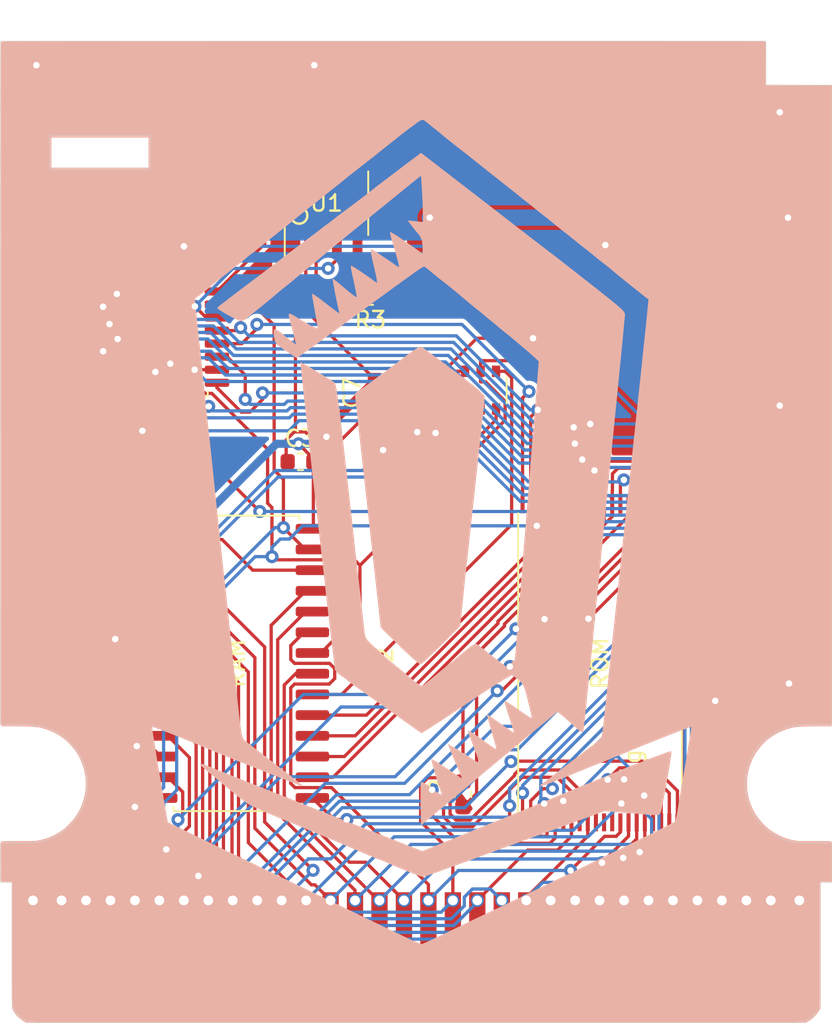
<source format=kicad_pcb>
(kicad_pcb (version 20171130) (host pcbnew "(5.1.5)-3")

  (general
    (thickness 0.8)
    (drawings 35)
    (tracks 932)
    (zones 0)
    (modules 19)
    (nets 56)
  )

  (page A4)
  (layers
    (0 F.Cu signal)
    (31 B.Cu signal)
    (32 B.Adhes user)
    (33 F.Adhes user)
    (34 B.Paste user)
    (35 F.Paste user)
    (36 B.SilkS user)
    (37 F.SilkS user)
    (38 B.Mask user)
    (39 F.Mask user)
    (40 Dwgs.User user)
    (41 Cmts.User user)
    (42 Eco1.User user)
    (43 Eco2.User user)
    (44 Edge.Cuts user)
    (45 Margin user)
    (46 B.CrtYd user)
    (47 F.CrtYd user)
    (48 B.Fab user)
    (49 F.Fab user)
  )

  (setup
    (last_trace_width 0.2)
    (trace_clearance 0.2)
    (zone_clearance 0.254)
    (zone_45_only no)
    (trace_min 0.2)
    (via_size 0.8)
    (via_drill 0.4)
    (via_min_size 0.4)
    (via_min_drill 0.3)
    (uvia_size 0.3)
    (uvia_drill 0.1)
    (uvias_allowed no)
    (uvia_min_size 0.2)
    (uvia_min_drill 0.1)
    (edge_width 0.2)
    (segment_width 0.2)
    (pcb_text_width 0.3)
    (pcb_text_size 1.5 1.5)
    (mod_edge_width 0.15)
    (mod_text_size 1 1)
    (mod_text_width 0.15)
    (pad_size 1.524 1.524)
    (pad_drill 0.762)
    (pad_to_mask_clearance 0.0508)
    (solder_mask_min_width 0.25)
    (aux_axis_origin 0 0)
    (visible_elements 7FFFEFFF)
    (pcbplotparams
      (layerselection 0x3ffff_ffffffff)
      (usegerberextensions false)
      (usegerberattributes false)
      (usegerberadvancedattributes false)
      (creategerberjobfile false)
      (excludeedgelayer true)
      (linewidth 0.100000)
      (plotframeref false)
      (viasonmask false)
      (mode 1)
      (useauxorigin false)
      (hpglpennumber 1)
      (hpglpenspeed 20)
      (hpglpendiameter 15.000000)
      (psnegative false)
      (psa4output false)
      (plotreference true)
      (plotvalue true)
      (plotinvisibletext false)
      (padsonsilk false)
      (subtractmaskfromsilk true)
      (outputformat 1)
      (mirror false)
      (drillshape 0)
      (scaleselection 1)
      (outputdirectory "MBC30-CCEdition-Gerbers"))
  )

  (net 0 "")
  (net 1 GND)
  (net 2 "Net-(R3-Pad2)")
  (net 3 "Net-(B1-Pad1)")
  (net 4 "Net-(C5-Pad2)")
  (net 5 "Net-(U2-Pad5)")
  (net 6 VCC)
  (net 7 XIN)
  (net 8 PWR)
  (net 9 AA14)
  (net 10 A12)
  (net 11 A7)
  (net 12 A6)
  (net 13 A5)
  (net 14 A4)
  (net 15 A3)
  (net 16 A2)
  (net 17 A1)
  (net 18 A0)
  (net 19 D0)
  (net 20 D1)
  (net 21 D2)
  (net 22 D3)
  (net 23 D4)
  (net 24 D5)
  (net 25 D6)
  (net 26 D7)
  (net 27 "#CE")
  (net 28 A10)
  (net 29 \RD)
  (net 30 A11)
  (net 31 A9)
  (net 32 A8)
  (net 33 AA13)
  (net 34 \WR)
  (net 35 XOUT)
  (net 36 CLK)
  (net 37 CS)
  (net 38 A13)
  (net 39 A14)
  (net 40 A15)
  (net 41 RESET)
  (net 42 \RST)
  (net 43 \RAMCS)
  (net 44 RA14)
  (net 45 RA15)
  (net 46 RA16)
  (net 47 RA17)
  (net 48 RA18)
  (net 49 RA19)
  (net 50 RA20)
  (net 51 RA21)
  (net 52 WE_AUDIO)
  (net 53 "Net-(U1-Pad5)")
  (net 54 "Net-(U4-Pad31)")
  (net 55 "Net-(U4-Pad16)")

  (net_class Default "This is the default net class."
    (clearance 0.2)
    (trace_width 0.2)
    (via_dia 0.8)
    (via_drill 0.4)
    (uvia_dia 0.3)
    (uvia_drill 0.1)
    (add_net "#CE")
    (add_net A0)
    (add_net A1)
    (add_net A10)
    (add_net A11)
    (add_net A12)
    (add_net A13)
    (add_net A14)
    (add_net A15)
    (add_net A2)
    (add_net A3)
    (add_net A4)
    (add_net A5)
    (add_net A6)
    (add_net A7)
    (add_net A8)
    (add_net A9)
    (add_net AA13)
    (add_net AA14)
    (add_net CLK)
    (add_net CS)
    (add_net D0)
    (add_net D1)
    (add_net D2)
    (add_net D3)
    (add_net D4)
    (add_net D5)
    (add_net D6)
    (add_net D7)
    (add_net GND)
    (add_net "Net-(B1-Pad1)")
    (add_net "Net-(C5-Pad2)")
    (add_net "Net-(R3-Pad2)")
    (add_net "Net-(U1-Pad5)")
    (add_net "Net-(U2-Pad5)")
    (add_net "Net-(U4-Pad16)")
    (add_net "Net-(U4-Pad31)")
    (add_net PWR)
    (add_net RA14)
    (add_net RA15)
    (add_net RA16)
    (add_net RA17)
    (add_net RA18)
    (add_net RA19)
    (add_net RA20)
    (add_net RA21)
    (add_net RESET)
    (add_net VCC)
    (add_net WE_AUDIO)
    (add_net XIN)
    (add_net XOUT)
    (add_net \RAMCS)
    (add_net \RD)
    (add_net \RST)
    (add_net \WR)
  )

  (module Connector_GameBoy:GameBoy_GamePak_CGB-002_P1.50mm_Edge (layer F.Cu) (tedit 5EDDAD0F) (tstamp 5EDD7205)
    (at 90.4062 120.609)
    (descr "Game Boy Game Pak (CGB) edge connector")
    (tags "game boy game pak cgb gbc color edge connector")
    (path /5BCBB1ED)
    (fp_text reference U0 (at -22.05 0.35) (layer F.Fab) hide
      (effects (font (size 1 1) (thickness 0.15)) (justify left))
    )
    (fp_text value CartBus (at 0 10.9) (layer F.Fab) hide
      (effects (font (size 1 1) (thickness 0.15)))
    )
    (fp_line (start -24.65 7.9) (end -24.65 0.7) (layer F.Fab) (width 0.05))
    (fp_line (start 24.85 0.5) (end 25 0.5) (layer F.Fab) (width 0.05))
    (fp_line (start -25 0.5) (end -24.85 0.5) (layer F.Fab) (width 0.05))
    (fp_line (start 24.65 7.9) (end 24.65 0.7) (layer F.Fab) (width 0.05))
    (fp_poly (pts (xy 25.03838 9.4) (xy -24.91072 9.4) (xy -24.91072 2.4) (xy 25.03838 2.4)) (layer F.Mask) (width 0))
    (fp_line (start -23.15 9.4) (end 23.15 9.4) (layer F.Fab) (width 0.05))
    (fp_text user 1 (at -23.5 0.45) (layer F.SilkS)
      (effects (font (size 0.8 0.8) (thickness 0.15)))
    )
    (fp_arc (start -23.15 7.9) (end -24.65 7.9) (angle -90) (layer F.Fab) (width 0.05))
    (fp_arc (start 23.15 7.9) (end 23.15 9.4) (angle -90) (layer F.Fab) (width 0.05))
    (fp_text user 32 (at 23.5 0.45) (layer F.SilkS)
      (effects (font (size 0.8 0.8) (thickness 0.15)))
    )
    (fp_arc (start -25 0) (end -25.5 0) (angle -90) (layer F.Fab) (width 0.05))
    (fp_arc (start -24.85 0.7) (end -24.65 0.7) (angle -90) (layer F.Fab) (width 0.05))
    (fp_arc (start 25 0) (end 25 0.5) (angle -90) (layer F.Fab) (width 0.05))
    (fp_arc (start 24.85 0.7) (end 24.85 0.5) (angle -90) (layer F.Fab) (width 0.05))
    (pad 2 thru_hole circle (at -21.75 1.9) (size 0.8 0.8) (drill 0.6) (layers *.Cu *.Mask)
      (net 36 CLK))
    (pad 1 thru_hole circle (at -23.5 1.9) (size 0.8 0.8) (drill 0.6) (layers *.Cu *.Mask)
      (net 6 VCC))
    (pad 32 thru_hole circle (at 23.5 1.9) (size 0.8 0.8) (drill 0.6) (layers *.Cu *.Mask)
      (net 1 GND))
    (pad 2 connect custom (at -21.75 1.9) (size 0.8 0.8) (layers F.Cu)
      (net 36 CLK)
      (options (clearance outline) (anchor rect))
      (primitives
        (gr_poly (pts
           (xy 0.5 6.5) (xy -0.5 6.5) (xy -0.5 -0.5) (xy 0.5 -0.5)) (width 0))
      ))
    (pad 3 connect custom (at -20.25 1.9) (size 0.8 0.8) (layers F.Cu)
      (net 34 \WR)
      (options (clearance outline) (anchor rect))
      (primitives
        (gr_poly (pts
           (xy 0.5 6.5) (xy -0.5 6.5) (xy -0.5 -0.5) (xy 0.5 -0.5)) (width 0))
      ))
    (pad 4 connect custom (at -18.75 1.9) (size 0.8 0.8) (layers F.Cu)
      (net 29 \RD)
      (options (clearance outline) (anchor rect))
      (primitives
        (gr_poly (pts
           (xy 0.5 6.5) (xy -0.5 6.5) (xy -0.5 -0.5) (xy 0.5 -0.5)) (width 0))
      ))
    (pad 5 connect custom (at -17.25 1.9) (size 0.8 0.8) (layers F.Cu)
      (net 37 CS)
      (options (clearance outline) (anchor rect))
      (primitives
        (gr_poly (pts
           (xy 0.5 6.5) (xy -0.5 6.5) (xy -0.5 -0.5) (xy 0.5 -0.5)) (width 0))
      ))
    (pad 6 connect custom (at -15.75 1.9) (size 0.8 0.8) (layers F.Cu)
      (net 18 A0)
      (options (clearance outline) (anchor rect))
      (primitives
        (gr_poly (pts
           (xy 0.5 6.5) (xy -0.5 6.5) (xy -0.5 -0.5) (xy 0.5 -0.5)) (width 0))
      ))
    (pad 7 connect custom (at -14.25 1.9) (size 0.8 0.8) (layers F.Cu)
      (net 17 A1)
      (options (clearance outline) (anchor rect))
      (primitives
        (gr_poly (pts
           (xy 0.5 6.5) (xy -0.5 6.5) (xy -0.5 -0.5) (xy 0.5 -0.5)) (width 0))
      ))
    (pad 8 connect custom (at -12.75 1.9) (size 0.8 0.8) (layers F.Cu)
      (net 16 A2)
      (options (clearance outline) (anchor rect))
      (primitives
        (gr_poly (pts
           (xy 0.5 6.5) (xy -0.5 6.5) (xy -0.5 -0.5) (xy 0.5 -0.5)) (width 0))
      ))
    (pad 9 connect custom (at -11.25 1.9) (size 0.8 0.8) (layers F.Cu)
      (net 15 A3)
      (options (clearance outline) (anchor rect))
      (primitives
        (gr_poly (pts
           (xy 0.5 6.5) (xy -0.5 6.5) (xy -0.5 -0.5) (xy 0.5 -0.5)) (width 0))
      ))
    (pad 10 connect custom (at -9.75 1.9) (size 0.8 0.8) (layers F.Cu)
      (net 14 A4)
      (options (clearance outline) (anchor rect))
      (primitives
        (gr_poly (pts
           (xy 0.5 6.5) (xy -0.5 6.5) (xy -0.5 -0.5) (xy 0.5 -0.5)) (width 0))
      ))
    (pad 11 connect custom (at -8.25 1.9) (size 0.8 0.8) (layers F.Cu)
      (net 13 A5)
      (options (clearance outline) (anchor rect))
      (primitives
        (gr_poly (pts
           (xy 0.5 6.5) (xy -0.5 6.5) (xy -0.5 -0.5) (xy 0.5 -0.5)) (width 0))
      ))
    (pad 12 connect custom (at -6.75 1.9) (size 0.8 0.8) (layers F.Cu)
      (net 12 A6)
      (options (clearance outline) (anchor rect))
      (primitives
        (gr_poly (pts
           (xy 0.5 6.5) (xy -0.5 6.5) (xy -0.5 -0.5) (xy 0.5 -0.5)) (width 0))
      ))
    (pad 13 connect custom (at -5.25 1.9) (size 0.8 0.8) (layers F.Cu)
      (net 11 A7)
      (options (clearance outline) (anchor rect))
      (primitives
        (gr_poly (pts
           (xy 0.5 6.5) (xy -0.5 6.5) (xy -0.5 -0.5) (xy 0.5 -0.5)) (width 0))
      ))
    (pad 14 connect custom (at -3.75 1.9) (size 0.8 0.8) (layers F.Cu)
      (net 32 A8)
      (options (clearance outline) (anchor rect))
      (primitives
        (gr_poly (pts
           (xy 0.5 6.5) (xy -0.5 6.5) (xy -0.5 -0.5) (xy 0.5 -0.5)) (width 0))
      ))
    (pad 15 connect custom (at -2.25 1.9) (size 0.8 0.8) (layers F.Cu)
      (net 31 A9)
      (options (clearance outline) (anchor rect))
      (primitives
        (gr_poly (pts
           (xy 0.5 6.5) (xy -0.5 6.5) (xy -0.5 -0.5) (xy 0.5 -0.5)) (width 0))
      ))
    (pad 16 connect custom (at -0.75 1.9) (size 0.8 0.8) (layers F.Cu)
      (net 28 A10)
      (options (clearance outline) (anchor rect))
      (primitives
        (gr_poly (pts
           (xy 0.5 6.5) (xy -0.5 6.5) (xy -0.5 -0.5) (xy 0.5 -0.5)) (width 0))
      ))
    (pad 17 connect custom (at 0.75 1.9) (size 0.8 0.8) (layers F.Cu)
      (net 30 A11)
      (options (clearance outline) (anchor rect))
      (primitives
        (gr_poly (pts
           (xy 0.5 6.5) (xy -0.5 6.5) (xy -0.5 -0.5) (xy 0.5 -0.5)) (width 0))
      ))
    (pad 18 connect custom (at 2.25 1.9) (size 0.8 0.8) (layers F.Cu)
      (net 10 A12)
      (options (clearance outline) (anchor rect))
      (primitives
        (gr_poly (pts
           (xy 0.5 6.5) (xy -0.5 6.5) (xy -0.5 -0.5) (xy 0.5 -0.5)) (width 0))
      ))
    (pad 19 connect custom (at 3.75 1.9) (size 0.8 0.8) (layers F.Cu)
      (net 38 A13)
      (options (clearance outline) (anchor rect))
      (primitives
        (gr_poly (pts
           (xy 0.5 6.5) (xy -0.5 6.5) (xy -0.5 -0.5) (xy 0.5 -0.5)) (width 0))
      ))
    (pad 20 connect custom (at 5.25 1.9) (size 0.8 0.8) (layers F.Cu)
      (net 39 A14)
      (options (clearance outline) (anchor rect))
      (primitives
        (gr_poly (pts
           (xy 0.5 6.5) (xy -0.5 6.5) (xy -0.5 -0.5) (xy 0.5 -0.5)) (width 0))
      ))
    (pad 21 connect custom (at 6.75 1.9) (size 0.8 0.8) (layers F.Cu)
      (net 40 A15)
      (options (clearance outline) (anchor rect))
      (primitives
        (gr_poly (pts
           (xy 0.5 6.5) (xy -0.5 6.5) (xy -0.5 -0.5) (xy 0.5 -0.5)) (width 0))
      ))
    (pad 22 connect custom (at 8.25 1.9) (size 0.8 0.8) (layers F.Cu)
      (net 19 D0)
      (options (clearance outline) (anchor rect))
      (primitives
        (gr_poly (pts
           (xy 0.5 6.5) (xy -0.5 6.5) (xy -0.5 -0.5) (xy 0.5 -0.5)) (width 0))
      ))
    (pad 23 connect custom (at 9.75 1.9) (size 0.8 0.8) (layers F.Cu)
      (net 20 D1)
      (options (clearance outline) (anchor rect))
      (primitives
        (gr_poly (pts
           (xy 0.5 6.5) (xy -0.5 6.5) (xy -0.5 -0.5) (xy 0.5 -0.5)) (width 0))
      ))
    (pad 24 connect custom (at 11.25 1.9) (size 0.8 0.8) (layers F.Cu)
      (net 21 D2)
      (options (clearance outline) (anchor rect))
      (primitives
        (gr_poly (pts
           (xy 0.5 6.5) (xy -0.5 6.5) (xy -0.5 -0.5) (xy 0.5 -0.5)) (width 0))
      ))
    (pad 25 connect custom (at 12.75 1.9) (size 0.8 0.8) (layers F.Cu)
      (net 22 D3)
      (options (clearance outline) (anchor rect))
      (primitives
        (gr_poly (pts
           (xy 0.5 6.5) (xy -0.5 6.5) (xy -0.5 -0.5) (xy 0.5 -0.5)) (width 0))
      ))
    (pad 26 connect custom (at 14.25 1.9) (size 0.8 0.8) (layers F.Cu)
      (net 23 D4)
      (options (clearance outline) (anchor rect))
      (primitives
        (gr_poly (pts
           (xy 0.5 6.5) (xy -0.5 6.5) (xy -0.5 -0.5) (xy 0.5 -0.5)) (width 0))
      ))
    (pad 27 connect custom (at 15.75 1.9) (size 0.8 0.8) (layers F.Cu)
      (net 24 D5)
      (options (clearance outline) (anchor rect))
      (primitives
        (gr_poly (pts
           (xy 0.5 6.5) (xy -0.5 6.5) (xy -0.5 -0.5) (xy 0.5 -0.5)) (width 0))
      ))
    (pad 28 connect custom (at 17.25 1.9) (size 0.8 0.8) (layers F.Cu)
      (net 25 D6)
      (options (clearance outline) (anchor rect))
      (primitives
        (gr_poly (pts
           (xy 0.5 6.5) (xy -0.5 6.5) (xy -0.5 -0.5) (xy 0.5 -0.5)) (width 0))
      ))
    (pad 29 connect custom (at 18.75 1.9) (size 0.8 0.8) (layers F.Cu)
      (net 26 D7)
      (options (clearance outline) (anchor rect))
      (primitives
        (gr_poly (pts
           (xy 0.5 6.5) (xy -0.5 6.5) (xy -0.5 -0.5) (xy 0.5 -0.5)) (width 0))
      ))
    (pad 30 connect custom (at 20.25 1.9) (size 0.8 0.8) (layers F.Cu)
      (net 41 RESET)
      (options (clearance outline) (anchor rect))
      (primitives
        (gr_poly (pts
           (xy 0.5 6.5) (xy -0.5 6.5) (xy -0.5 -0.5) (xy 0.5 -0.5)) (width 0))
      ))
    (pad 31 connect custom (at 21.75 1.9) (size 0.8 0.8) (layers F.Cu)
      (net 52 WE_AUDIO)
      (options (clearance outline) (anchor rect))
      (primitives
        (gr_poly (pts
           (xy 0.5 6.5) (xy -0.5 6.5) (xy -0.5 -0.5) (xy 0.5 -0.5)) (width 0))
      ))
    (pad 3 thru_hole circle (at -20.25 1.9) (size 0.8 0.8) (drill 0.6) (layers *.Cu *.Mask)
      (net 34 \WR))
    (pad 4 thru_hole circle (at -18.75 1.9) (size 0.8 0.8) (drill 0.6) (layers *.Cu *.Mask)
      (net 29 \RD))
    (pad 5 thru_hole circle (at -17.25 1.9) (size 0.8 0.8) (drill 0.6) (layers *.Cu *.Mask)
      (net 37 CS))
    (pad 6 thru_hole circle (at -15.75 1.9) (size 0.8 0.8) (drill 0.6) (layers *.Cu *.Mask)
      (net 18 A0))
    (pad 7 thru_hole circle (at -14.25 1.9) (size 0.8 0.8) (drill 0.6) (layers *.Cu *.Mask)
      (net 17 A1))
    (pad 8 thru_hole circle (at -12.75 1.9) (size 0.8 0.8) (drill 0.6) (layers *.Cu *.Mask)
      (net 16 A2))
    (pad 9 thru_hole circle (at -11.25 1.9) (size 0.8 0.8) (drill 0.6) (layers *.Cu *.Mask)
      (net 15 A3))
    (pad 10 thru_hole circle (at -9.75 1.9) (size 0.8 0.8) (drill 0.6) (layers *.Cu *.Mask)
      (net 14 A4))
    (pad 11 thru_hole circle (at -8.25 1.9) (size 0.8 0.8) (drill 0.6) (layers *.Cu *.Mask)
      (net 13 A5))
    (pad 12 thru_hole circle (at -6.75 1.9) (size 0.8 0.8) (drill 0.6) (layers *.Cu *.Mask)
      (net 12 A6))
    (pad 13 thru_hole circle (at -5.25 1.9) (size 0.8 0.8) (drill 0.6) (layers *.Cu *.Mask)
      (net 11 A7))
    (pad 14 thru_hole circle (at -3.75 1.9) (size 0.8 0.8) (drill 0.6) (layers *.Cu *.Mask)
      (net 32 A8))
    (pad 15 thru_hole circle (at -2.25 1.9) (size 0.8 0.8) (drill 0.6) (layers *.Cu *.Mask)
      (net 31 A9))
    (pad 16 thru_hole circle (at -0.75 1.9) (size 0.8 0.8) (drill 0.6) (layers *.Cu *.Mask)
      (net 28 A10))
    (pad 17 thru_hole circle (at 0.75 1.9) (size 0.8 0.8) (drill 0.6) (layers *.Cu *.Mask)
      (net 30 A11))
    (pad 18 thru_hole circle (at 2.25 1.9) (size 0.8 0.8) (drill 0.6) (layers *.Cu *.Mask)
      (net 10 A12))
    (pad 19 thru_hole circle (at 3.75 1.9) (size 0.8 0.8) (drill 0.6) (layers *.Cu *.Mask)
      (net 38 A13))
    (pad 20 thru_hole circle (at 5.25 1.9) (size 0.8 0.8) (drill 0.6) (layers *.Cu *.Mask)
      (net 39 A14))
    (pad 21 thru_hole circle (at 6.75 1.9) (size 0.8 0.8) (drill 0.6) (layers *.Cu *.Mask)
      (net 40 A15))
    (pad 22 thru_hole circle (at 8.25 1.9) (size 0.8 0.8) (drill 0.6) (layers *.Cu *.Mask)
      (net 19 D0))
    (pad 23 thru_hole circle (at 9.75 1.9) (size 0.8 0.8) (drill 0.6) (layers *.Cu *.Mask)
      (net 20 D1))
    (pad 24 thru_hole circle (at 11.25 1.9) (size 0.8 0.8) (drill 0.6) (layers *.Cu *.Mask)
      (net 21 D2))
    (pad 25 thru_hole circle (at 12.75 1.9) (size 0.8 0.8) (drill 0.6) (layers *.Cu *.Mask)
      (net 22 D3))
    (pad 26 thru_hole circle (at 14.25 1.9) (size 0.8 0.8) (drill 0.6) (layers *.Cu *.Mask)
      (net 23 D4))
    (pad 27 thru_hole circle (at 15.75 1.9) (size 0.8 0.8) (drill 0.6) (layers *.Cu *.Mask)
      (net 24 D5))
    (pad 28 thru_hole circle (at 17.25 1.9) (size 0.8 0.8) (drill 0.6) (layers *.Cu *.Mask)
      (net 25 D6))
    (pad 29 thru_hole circle (at 18.75 1.9) (size 0.8 0.8) (drill 0.6) (layers *.Cu *.Mask)
      (net 26 D7))
    (pad 30 thru_hole circle (at 20.25 1.9) (size 0.8 0.8) (drill 0.6) (layers *.Cu *.Mask)
      (net 41 RESET))
    (pad 31 thru_hole circle (at 21.75 1.9) (size 0.8 0.8) (drill 0.6) (layers *.Cu *.Mask)
      (net 52 WE_AUDIO))
    (pad 1 connect custom (at -23.5 1.9) (size 0.8 0.8) (layers F.Cu)
      (net 6 VCC) (zone_connect 0)
      (options (clearance outline) (anchor rect))
      (primitives
        (gr_poly (pts
           (xy -0.75 6.4) (xy -0.75 -0.5) (xy 0.75 -0.5) (xy 0.75 6.8) (xy -0.35 6.8)
) (width 0))
      ))
    (pad 32 connect custom (at 23.5 1.9) (size 0.8 0.8) (layers F.Cu)
      (net 1 GND) (zone_connect 0)
      (options (clearance outline) (anchor rect))
      (primitives
        (gr_poly (pts
           (xy -0.75 6.8) (xy -0.75 -0.5) (xy 0.75 -0.5) (xy 0.75 6.3) (xy 0.25 6.8)
) (width 0))
      ))
  )

  (module Custom:Resonator_SMD_muRata_CDSCB-2pin_4.5x2.0mm_HandSoldering (layer F.Cu) (tedit 5BCC782B) (tstamp 5EDBE6F2)
    (at 78.6982 76.6688 90)
    (descr "SMD Resomator/Filter Murata CDSCB, http://cdn-reichelt.de/documents/datenblatt/B400/SFECV-107.pdf, hand-soldering, 4.5x2.0mm^2 package")
    (tags "SMD SMT ceramic resonator filter filter hand-soldering")
    (path /5BD88FC9)
    (attr smd)
    (fp_text reference X1 (at 2.39 0) (layer F.SilkS)
      (effects (font (size 1 1) (thickness 0.15)))
    )
    (fp_text value Crystal (at -0.01 2.915 90) (layer F.Fab)
      (effects (font (size 1 1) (thickness 0.15)))
    )
    (fp_text user %R (at 0 0 90) (layer F.Fab)
      (effects (font (size 1 1) (thickness 0.15)))
    )
    (pad 1 smd rect (at -1 0 90) (size 1 4.55) (layers F.Cu F.Paste F.Mask)
      (net 4 "Net-(C5-Pad2)"))
    (pad 2 smd rect (at 1 0 90) (size 1 4.55) (layers F.Cu F.Paste F.Mask)
      (net 7 XIN))
    (model ${KISYS3DMOD}/Crystals.3dshapes/Resonator_SMD_muRata_CDSCB-2pin_4.5x2.0mm_HandSoldering.wrl
      (at (xyz 0 0 0))
      (scale (xyz 1 1 1))
      (rotate (xyz 0 0 0))
    )
  )

  (module Capacitor_SMD:C_0603_1608Metric (layer F.Cu) (tedit 5B301BBE) (tstamp 5C77E7FF)
    (at 105.834 95.664 180)
    (descr "Capacitor SMD 0603 (1608 Metric), square (rectangular) end terminal, IPC_7351 nominal, (Body size source: http://www.tortai-tech.com/upload/download/2011102023233369053.pdf), generated with kicad-footprint-generator")
    (tags capacitor)
    (path /5BE555BE)
    (attr smd)
    (fp_text reference C1 (at 0.051 1.524 180) (layer F.SilkS)
      (effects (font (size 1 1) (thickness 0.15)))
    )
    (fp_text value "0.1 uF" (at 0 1.43 180) (layer F.Fab)
      (effects (font (size 1 1) (thickness 0.15)))
    )
    (fp_text user %R (at 0 0 180) (layer F.Fab)
      (effects (font (size 0.4 0.4) (thickness 0.06)))
    )
    (fp_line (start 1.48 0.73) (end -1.48 0.73) (layer F.CrtYd) (width 0.05))
    (fp_line (start 1.48 -0.73) (end 1.48 0.73) (layer F.CrtYd) (width 0.05))
    (fp_line (start -1.48 -0.73) (end 1.48 -0.73) (layer F.CrtYd) (width 0.05))
    (fp_line (start -1.48 0.73) (end -1.48 -0.73) (layer F.CrtYd) (width 0.05))
    (fp_line (start -0.162779 0.51) (end 0.162779 0.51) (layer F.SilkS) (width 0.12))
    (fp_line (start -0.162779 -0.51) (end 0.162779 -0.51) (layer F.SilkS) (width 0.12))
    (fp_line (start 0.8 0.4) (end -0.8 0.4) (layer F.Fab) (width 0.1))
    (fp_line (start 0.8 -0.4) (end 0.8 0.4) (layer F.Fab) (width 0.1))
    (fp_line (start -0.8 -0.4) (end 0.8 -0.4) (layer F.Fab) (width 0.1))
    (fp_line (start -0.8 0.4) (end -0.8 -0.4) (layer F.Fab) (width 0.1))
    (pad 2 smd roundrect (at 0.7875 0 180) (size 0.875 0.95) (layers F.Cu F.Paste F.Mask) (roundrect_rratio 0.25)
      (net 6 VCC))
    (pad 1 smd roundrect (at -0.7875 0 180) (size 0.875 0.95) (layers F.Cu F.Paste F.Mask) (roundrect_rratio 0.25)
      (net 1 GND))
    (model ${KISYS3DMOD}/Capacitor_SMD.3dshapes/C_0603_1608Metric.wrl
      (at (xyz 0 0 0))
      (scale (xyz 1 1 1))
      (rotate (xyz 0 0 0))
    )
  )

  (module Capacitor_SMD:C_0603_1608Metric (layer F.Cu) (tedit 5B301BBE) (tstamp 5C77E80F)
    (at 93.2764 116.002 270)
    (descr "Capacitor SMD 0603 (1608 Metric), square (rectangular) end terminal, IPC_7351 nominal, (Body size source: http://www.tortai-tech.com/upload/download/2011102023233369053.pdf), generated with kicad-footprint-generator")
    (tags capacitor)
    (path /5BE399F7)
    (attr smd)
    (fp_text reference C2 (at 0 1.524 90) (layer F.SilkS)
      (effects (font (size 1 1) (thickness 0.15)))
    )
    (fp_text value "0.1 uF" (at 0 1.43 90) (layer F.Fab)
      (effects (font (size 1 1) (thickness 0.15)))
    )
    (fp_text user %R (at 0 0 90) (layer F.Fab)
      (effects (font (size 0.4 0.4) (thickness 0.06)))
    )
    (fp_line (start 1.48 0.73) (end -1.48 0.73) (layer F.CrtYd) (width 0.05))
    (fp_line (start 1.48 -0.73) (end 1.48 0.73) (layer F.CrtYd) (width 0.05))
    (fp_line (start -1.48 -0.73) (end 1.48 -0.73) (layer F.CrtYd) (width 0.05))
    (fp_line (start -1.48 0.73) (end -1.48 -0.73) (layer F.CrtYd) (width 0.05))
    (fp_line (start -0.162779 0.51) (end 0.162779 0.51) (layer F.SilkS) (width 0.12))
    (fp_line (start -0.162779 -0.51) (end 0.162779 -0.51) (layer F.SilkS) (width 0.12))
    (fp_line (start 0.8 0.4) (end -0.8 0.4) (layer F.Fab) (width 0.1))
    (fp_line (start 0.8 -0.4) (end 0.8 0.4) (layer F.Fab) (width 0.1))
    (fp_line (start -0.8 -0.4) (end 0.8 -0.4) (layer F.Fab) (width 0.1))
    (fp_line (start -0.8 0.4) (end -0.8 -0.4) (layer F.Fab) (width 0.1))
    (pad 2 smd roundrect (at 0.7875 0 270) (size 0.875 0.95) (layers F.Cu F.Paste F.Mask) (roundrect_rratio 0.25)
      (net 1 GND))
    (pad 1 smd roundrect (at -0.7875 0 270) (size 0.875 0.95) (layers F.Cu F.Paste F.Mask) (roundrect_rratio 0.25)
      (net 6 VCC))
    (model ${KISYS3DMOD}/Capacitor_SMD.3dshapes/C_0603_1608Metric.wrl
      (at (xyz 0 0 0))
      (scale (xyz 1 1 1))
      (rotate (xyz 0 0 0))
    )
  )

  (module Capacitor_SMD:C_0603_1608Metric (layer F.Cu) (tedit 5B301BBE) (tstamp 5C77E82F)
    (at 76.7265 80.5231 270)
    (descr "Capacitor SMD 0603 (1608 Metric), square (rectangular) end terminal, IPC_7351 nominal, (Body size source: http://www.tortai-tech.com/upload/download/2011102023233369053.pdf), generated with kicad-footprint-generator")
    (tags capacitor)
    (path /5BD894FF)
    (attr smd)
    (fp_text reference C4 (at 0 9.012661 270) (layer F.SilkS)
      (effects (font (size 1 1) (thickness 0.15)))
    )
    (fp_text value "15 pF" (at 0 1.43 270) (layer F.Fab)
      (effects (font (size 1 1) (thickness 0.15)))
    )
    (fp_line (start -0.8 0.4) (end -0.8 -0.4) (layer F.Fab) (width 0.1))
    (fp_line (start -0.8 -0.4) (end 0.8 -0.4) (layer F.Fab) (width 0.1))
    (fp_line (start 0.8 -0.4) (end 0.8 0.4) (layer F.Fab) (width 0.1))
    (fp_line (start 0.8 0.4) (end -0.8 0.4) (layer F.Fab) (width 0.1))
    (fp_line (start -0.162779 -0.51) (end 0.162779 -0.51) (layer F.SilkS) (width 0.12))
    (fp_line (start -0.162779 0.51) (end 0.162779 0.51) (layer F.SilkS) (width 0.12))
    (fp_line (start -1.48 0.73) (end -1.48 -0.73) (layer F.CrtYd) (width 0.05))
    (fp_line (start -1.48 -0.73) (end 1.48 -0.73) (layer F.CrtYd) (width 0.05))
    (fp_line (start 1.48 -0.73) (end 1.48 0.73) (layer F.CrtYd) (width 0.05))
    (fp_line (start 1.48 0.73) (end -1.48 0.73) (layer F.CrtYd) (width 0.05))
    (fp_text user %R (at 0 0 270) (layer F.Fab)
      (effects (font (size 0.4 0.4) (thickness 0.06)))
    )
    (pad 1 smd roundrect (at -0.7875 0 270) (size 0.875 0.95) (layers F.Cu F.Paste F.Mask) (roundrect_rratio 0.25)
      (net 7 XIN))
    (pad 2 smd roundrect (at 0.7875 0 270) (size 0.875 0.95) (layers F.Cu F.Paste F.Mask) (roundrect_rratio 0.25)
      (net 1 GND))
    (model ${KISYS3DMOD}/Capacitor_SMD.3dshapes/C_0603_1608Metric.wrl
      (at (xyz 0 0 0))
      (scale (xyz 1 1 1))
      (rotate (xyz 0 0 0))
    )
  )

  (module Capacitor_SMD:C_0603_1608Metric (layer F.Cu) (tedit 5B301BBE) (tstamp 5C77E83F)
    (at 78.5122 80.5231 90)
    (descr "Capacitor SMD 0603 (1608 Metric), square (rectangular) end terminal, IPC_7351 nominal, (Body size source: http://www.tortai-tech.com/upload/download/2011102023233369053.pdf), generated with kicad-footprint-generator")
    (tags capacitor)
    (path /5BD89478)
    (attr smd)
    (fp_text reference C5 (at 0 -9.008281 90) (layer F.SilkS)
      (effects (font (size 1 1) (thickness 0.15)))
    )
    (fp_text value "15 pF" (at 0 1.43 90) (layer F.Fab)
      (effects (font (size 1 1) (thickness 0.15)))
    )
    (fp_text user %R (at 0 0 90) (layer F.Fab)
      (effects (font (size 0.4 0.4) (thickness 0.06)))
    )
    (fp_line (start 1.48 0.73) (end -1.48 0.73) (layer F.CrtYd) (width 0.05))
    (fp_line (start 1.48 -0.73) (end 1.48 0.73) (layer F.CrtYd) (width 0.05))
    (fp_line (start -1.48 -0.73) (end 1.48 -0.73) (layer F.CrtYd) (width 0.05))
    (fp_line (start -1.48 0.73) (end -1.48 -0.73) (layer F.CrtYd) (width 0.05))
    (fp_line (start -0.162779 0.51) (end 0.162779 0.51) (layer F.SilkS) (width 0.12))
    (fp_line (start -0.162779 -0.51) (end 0.162779 -0.51) (layer F.SilkS) (width 0.12))
    (fp_line (start 0.8 0.4) (end -0.8 0.4) (layer F.Fab) (width 0.1))
    (fp_line (start 0.8 -0.4) (end 0.8 0.4) (layer F.Fab) (width 0.1))
    (fp_line (start -0.8 -0.4) (end 0.8 -0.4) (layer F.Fab) (width 0.1))
    (fp_line (start -0.8 0.4) (end -0.8 -0.4) (layer F.Fab) (width 0.1))
    (pad 2 smd roundrect (at 0.7875 0 90) (size 0.875 0.95) (layers F.Cu F.Paste F.Mask) (roundrect_rratio 0.25)
      (net 4 "Net-(C5-Pad2)"))
    (pad 1 smd roundrect (at -0.7875 0 90) (size 0.875 0.95) (layers F.Cu F.Paste F.Mask) (roundrect_rratio 0.25)
      (net 1 GND))
    (model ${KISYS3DMOD}/Capacitor_SMD.3dshapes/C_0603_1608Metric.wrl
      (at (xyz 0 0 0))
      (scale (xyz 1 1 1))
      (rotate (xyz 0 0 0))
    )
  )

  (module Capacitor_SMD:C_0603_1608Metric (layer F.Cu) (tedit 5B301BBE) (tstamp 5C77E85F)
    (at 87.9094 91.3816 90)
    (descr "Capacitor SMD 0603 (1608 Metric), square (rectangular) end terminal, IPC_7351 nominal, (Body size source: http://www.tortai-tech.com/upload/download/2011102023233369053.pdf), generated with kicad-footprint-generator")
    (tags capacitor)
    (path /5BE91543)
    (attr smd)
    (fp_text reference C7 (at 0 -1.43 90) (layer F.SilkS)
      (effects (font (size 1 1) (thickness 0.15)))
    )
    (fp_text value "0.1 uF" (at 0 1.43 90) (layer F.Fab)
      (effects (font (size 1 1) (thickness 0.15)))
    )
    (fp_text user %R (at 0 0 90) (layer F.Fab)
      (effects (font (size 0.4 0.4) (thickness 0.06)))
    )
    (fp_line (start 1.48 0.73) (end -1.48 0.73) (layer F.CrtYd) (width 0.05))
    (fp_line (start 1.48 -0.73) (end 1.48 0.73) (layer F.CrtYd) (width 0.05))
    (fp_line (start -1.48 -0.73) (end 1.48 -0.73) (layer F.CrtYd) (width 0.05))
    (fp_line (start -1.48 0.73) (end -1.48 -0.73) (layer F.CrtYd) (width 0.05))
    (fp_line (start -0.162779 0.51) (end 0.162779 0.51) (layer F.SilkS) (width 0.12))
    (fp_line (start -0.162779 -0.51) (end 0.162779 -0.51) (layer F.SilkS) (width 0.12))
    (fp_line (start 0.8 0.4) (end -0.8 0.4) (layer F.Fab) (width 0.1))
    (fp_line (start 0.8 -0.4) (end 0.8 0.4) (layer F.Fab) (width 0.1))
    (fp_line (start -0.8 -0.4) (end 0.8 -0.4) (layer F.Fab) (width 0.1))
    (fp_line (start -0.8 0.4) (end -0.8 -0.4) (layer F.Fab) (width 0.1))
    (pad 2 smd roundrect (at 0.7875 0 90) (size 0.875 0.95) (layers F.Cu F.Paste F.Mask) (roundrect_rratio 0.25)
      (net 6 VCC))
    (pad 1 smd roundrect (at -0.7875 0 90) (size 0.875 0.95) (layers F.Cu F.Paste F.Mask) (roundrect_rratio 0.25)
      (net 1 GND))
    (model ${KISYS3DMOD}/Capacitor_SMD.3dshapes/C_0603_1608Metric.wrl
      (at (xyz 0 0 0))
      (scale (xyz 1 1 1))
      (rotate (xyz 0 0 0))
    )
  )

  (module Resistor_SMD:R_0603_1608Metric (layer F.Cu) (tedit 5B301BBD) (tstamp 5C77E87F)
    (at 86.9594 107.97 90)
    (descr "Resistor SMD 0603 (1608 Metric), square (rectangular) end terminal, IPC_7351 nominal, (Body size source: http://www.tortai-tech.com/upload/download/2011102023233369053.pdf), generated with kicad-footprint-generator")
    (tags resistor)
    (path /5BE8189D)
    (attr smd)
    (fp_text reference R2 (at 0 1.524 90) (layer F.SilkS)
      (effects (font (size 1 1) (thickness 0.15)))
    )
    (fp_text value 10K (at 0 1.43 90) (layer F.Fab)
      (effects (font (size 1 1) (thickness 0.15)))
    )
    (fp_text user %R (at 0 0 90) (layer F.Fab)
      (effects (font (size 0.4 0.4) (thickness 0.06)))
    )
    (fp_line (start 1.48 0.73) (end -1.48 0.73) (layer F.CrtYd) (width 0.05))
    (fp_line (start 1.48 -0.73) (end 1.48 0.73) (layer F.CrtYd) (width 0.05))
    (fp_line (start -1.48 -0.73) (end 1.48 -0.73) (layer F.CrtYd) (width 0.05))
    (fp_line (start -1.48 0.73) (end -1.48 -0.73) (layer F.CrtYd) (width 0.05))
    (fp_line (start -0.162779 0.51) (end 0.162779 0.51) (layer F.SilkS) (width 0.12))
    (fp_line (start -0.162779 -0.51) (end 0.162779 -0.51) (layer F.SilkS) (width 0.12))
    (fp_line (start 0.8 0.4) (end -0.8 0.4) (layer F.Fab) (width 0.1))
    (fp_line (start 0.8 -0.4) (end 0.8 0.4) (layer F.Fab) (width 0.1))
    (fp_line (start -0.8 -0.4) (end 0.8 -0.4) (layer F.Fab) (width 0.1))
    (fp_line (start -0.8 0.4) (end -0.8 -0.4) (layer F.Fab) (width 0.1))
    (pad 2 smd roundrect (at 0.7875 0 90) (size 0.875 0.95) (layers F.Cu F.Paste F.Mask) (roundrect_rratio 0.25)
      (net 6 VCC))
    (pad 1 smd roundrect (at -0.7875 0 90) (size 0.875 0.95) (layers F.Cu F.Paste F.Mask) (roundrect_rratio 0.25)
      (net 27 "#CE"))
    (model ${KISYS3DMOD}/Resistor_SMD.3dshapes/R_0603_1608Metric.wrl
      (at (xyz 0 0 0))
      (scale (xyz 1 1 1))
      (rotate (xyz 0 0 0))
    )
  )

  (module Resistor_SMD:R_0603_1608Metric (layer F.Cu) (tedit 5B301BBD) (tstamp 5C77E88F)
    (at 87.5978 85.471 180)
    (descr "Resistor SMD 0603 (1608 Metric), square (rectangular) end terminal, IPC_7351 nominal, (Body size source: http://www.tortai-tech.com/upload/download/2011102023233369053.pdf), generated with kicad-footprint-generator")
    (tags resistor)
    (path /5BF73377)
    (attr smd)
    (fp_text reference R3 (at 0 -1.43) (layer F.SilkS)
      (effects (font (size 1 1) (thickness 0.15)))
    )
    (fp_text value 1K (at 0 1.43) (layer F.Fab)
      (effects (font (size 1 1) (thickness 0.15)))
    )
    (fp_line (start -0.8 0.4) (end -0.8 -0.4) (layer F.Fab) (width 0.1))
    (fp_line (start -0.8 -0.4) (end 0.8 -0.4) (layer F.Fab) (width 0.1))
    (fp_line (start 0.8 -0.4) (end 0.8 0.4) (layer F.Fab) (width 0.1))
    (fp_line (start 0.8 0.4) (end -0.8 0.4) (layer F.Fab) (width 0.1))
    (fp_line (start -0.162779 -0.51) (end 0.162779 -0.51) (layer F.SilkS) (width 0.12))
    (fp_line (start -0.162779 0.51) (end 0.162779 0.51) (layer F.SilkS) (width 0.12))
    (fp_line (start -1.48 0.73) (end -1.48 -0.73) (layer F.CrtYd) (width 0.05))
    (fp_line (start -1.48 -0.73) (end 1.48 -0.73) (layer F.CrtYd) (width 0.05))
    (fp_line (start 1.48 -0.73) (end 1.48 0.73) (layer F.CrtYd) (width 0.05))
    (fp_line (start 1.48 0.73) (end -1.48 0.73) (layer F.CrtYd) (width 0.05))
    (fp_text user %R (at 0 0) (layer F.Fab)
      (effects (font (size 0.4 0.4) (thickness 0.06)))
    )
    (pad 1 smd roundrect (at -0.7875 0 180) (size 0.875 0.95) (layers F.Cu F.Paste F.Mask) (roundrect_rratio 0.25)
      (net 3 "Net-(B1-Pad1)"))
    (pad 2 smd roundrect (at 0.7875 0 180) (size 0.875 0.95) (layers F.Cu F.Paste F.Mask) (roundrect_rratio 0.25)
      (net 2 "Net-(R3-Pad2)"))
    (model ${KISYS3DMOD}/Resistor_SMD.3dshapes/R_0603_1608Metric.wrl
      (at (xyz 0 0 0))
      (scale (xyz 1 1 1))
      (rotate (xyz 0 0 0))
    )
  )

  (module Custom:AM29F032-MBM29F033C (layer F.Cu) (tedit 5EDBC94A) (tstamp 5EDBD9E4)
    (at 101.681 107.97 270)
    (descr AM29F032/MBM29F033C)
    (tags "TSOP I 40")
    (path /5EDBE71F)
    (attr smd)
    (fp_text reference ROM (at 0 -0.00028 90 unlocked) (layer F.SilkS)
      (effects (font (size 1 1) (thickness 0.15)))
    )
    (fp_text value AM29F032/MBM29F033C (at 0 -0.00254 90) (layer F.Fab)
      (effects (font (size 1 1) (thickness 0.15)))
    )
    (fp_line (start -10.55 5.15) (end -10.55 -5.15) (layer F.CrtYd) (width 0.05))
    (fp_line (start 10.55 5.15) (end -10.55 5.15) (layer F.CrtYd) (width 0.05))
    (fp_line (start 10.55 -5.15) (end 10.55 5.15) (layer F.CrtYd) (width 0.05))
    (fp_line (start -10.55 -5.15) (end 10.55 -5.15) (layer F.CrtYd) (width 0.05))
    (fp_line (start -9.2 5.02) (end 9.2 5.02) (layer F.SilkS) (width 0.12))
    (fp_line (start 9.2 -5.02) (end -10.2 -5.02) (layer F.SilkS) (width 0.1))
    (fp_line (start -8.2 -4.9) (end -9.2 -3.9) (layer F.Fab) (width 0.1))
    (fp_line (start 9.2 -4.9) (end 9.2 4.9) (layer F.Fab) (width 0.1))
    (fp_line (start 9.2 4.9) (end -9.2 4.9) (layer F.Fab) (width 0.1))
    (fp_line (start -9.2 4.9) (end -9.2 -5) (layer F.Fab) (width 0.1))
    (fp_line (start -8.2 -4.9) (end 9.2 -4.9) (layer F.Fab) (width 0.1))
    (pad 1 smd rect (at -9.75 -4.75 270) (size 1.1 0.25) (layers F.Cu F.Paste F.Mask)
      (net 15 A3))
    (pad 2 smd rect (at -9.75 -4.25 270) (size 1.1 0.25) (layers F.Cu F.Paste F.Mask)
      (net 16 A2))
    (pad 3 smd rect (at -9.75 -3.75 270) (size 1.1 0.25) (layers F.Cu F.Paste F.Mask)
      (net 17 A1))
    (pad 4 smd rect (at -9.75 -3.25 270) (size 1.1 0.25) (layers F.Cu F.Paste F.Mask)
      (net 18 A0))
    (pad 5 smd rect (at -9.75 -2.75 270) (size 1.1 0.25) (layers F.Cu F.Paste F.Mask)
      (net 19 D0))
    (pad 6 smd rect (at -9.75 -2.25 270) (size 1.1 0.25) (layers F.Cu F.Paste F.Mask)
      (net 20 D1))
    (pad 7 smd rect (at -9.75 -1.75 270) (size 1.1 0.25) (layers F.Cu F.Paste F.Mask)
      (net 21 D2))
    (pad 8 smd rect (at -9.75 -1.25 270) (size 1.1 0.25) (layers F.Cu F.Paste F.Mask)
      (net 22 D3))
    (pad 9 smd rect (at -9.75 -0.75 270) (size 1.1 0.25) (layers F.Cu F.Paste F.Mask)
      (net 1 GND))
    (pad 10 smd rect (at -9.75 -0.25 270) (size 1.1 0.25) (layers F.Cu F.Paste F.Mask)
      (net 1 GND))
    (pad 11 smd rect (at -9.75 0.25 270) (size 1.1 0.25) (layers F.Cu F.Paste F.Mask)
      (net 6 VCC))
    (pad 12 smd rect (at -9.75 0.75 270) (size 1.1 0.25) (layers F.Cu F.Paste F.Mask)
      (net 23 D4))
    (pad 13 smd rect (at -9.75 1.25 270) (size 1.1 0.25) (layers F.Cu F.Paste F.Mask)
      (net 24 D5))
    (pad 14 smd rect (at -9.75 1.75 270) (size 1.1 0.25) (layers F.Cu F.Paste F.Mask)
      (net 25 D6))
    (pad 15 smd rect (at -9.75 2.25 270) (size 1.1 0.25) (layers F.Cu F.Paste F.Mask)
      (net 26 D7))
    (pad 16 smd rect (at -9.75 2.75 270) (size 1.1 0.25) (layers F.Cu F.Paste F.Mask)
      (net 55 "Net-(U4-Pad16)"))
    (pad 17 smd rect (at -9.75 3.25 270) (size 1.1 0.25) (layers F.Cu F.Paste F.Mask)
      (net 29 \RD))
    (pad 18 smd rect (at -9.75 3.75 270) (size 1.1 0.25) (layers F.Cu F.Paste F.Mask)
      (net 52 WE_AUDIO))
    (pad 19 smd rect (at -9.75 4.25 270) (size 1.1 0.25) (layers F.Cu F.Paste F.Mask)
      (net 51 RA21))
    (pad 20 smd rect (at -9.75 4.75 270) (size 1.1 0.25) (layers F.Cu F.Paste F.Mask)
      (net 50 RA20))
    (pad 21 smd rect (at 9.75 4.75 270) (size 1.1 0.25) (layers F.Cu F.Paste F.Mask)
      (net 49 RA19))
    (pad 22 smd rect (at 9.75 4.25 270) (size 1.1 0.25) (layers F.Cu F.Paste F.Mask)
      (net 48 RA18))
    (pad 23 smd rect (at 9.75 3.75 270) (size 1.1 0.25) (layers F.Cu F.Paste F.Mask)
      (net 47 RA17))
    (pad 24 smd rect (at 9.75 3.25 270) (size 1.1 0.25) (layers F.Cu F.Paste F.Mask)
      (net 46 RA16))
    (pad 25 smd rect (at 9.75 2.75 270) (size 1.1 0.25) (layers F.Cu F.Paste F.Mask)
      (net 45 RA15))
    (pad 26 smd rect (at 9.75 2.25 270) (size 1.1 0.25) (layers F.Cu F.Paste F.Mask)
      (net 44 RA14))
    (pad 27 smd rect (at 9.75 1.75 270) (size 1.1 0.25) (layers F.Cu F.Paste F.Mask)
      (net 38 A13))
    (pad 28 smd rect (at 9.75 1.25 270) (size 1.1 0.25) (layers F.Cu F.Paste F.Mask)
      (net 10 A12))
    (pad 29 smd rect (at 9.75 0.75 270) (size 1.1 0.25) (layers F.Cu F.Paste F.Mask)
      (net 40 A15))
    (pad 30 smd rect (at 9.75 0.25 270) (size 1.1 0.25) (layers F.Cu F.Paste F.Mask)
      (net 6 VCC))
    (pad 31 smd rect (at 9.75 -0.25 270) (size 1.1 0.25) (layers F.Cu F.Paste F.Mask)
      (net 54 "Net-(U4-Pad31)"))
    (pad 32 smd rect (at 9.75 -0.75 270) (size 1.1 0.25) (layers F.Cu F.Paste F.Mask)
      (net 41 RESET))
    (pad 33 smd rect (at 9.75 -1.25 270) (size 1.1 0.25) (layers F.Cu F.Paste F.Mask)
      (net 30 A11))
    (pad 34 smd rect (at 9.75 -1.75 270) (size 1.1 0.25) (layers F.Cu F.Paste F.Mask)
      (net 28 A10))
    (pad 35 smd rect (at 9.75 -2.25 270) (size 1.1 0.25) (layers F.Cu F.Paste F.Mask)
      (net 31 A9))
    (pad 36 smd rect (at 9.75 -2.75 270) (size 1.1 0.25) (layers F.Cu F.Paste F.Mask)
      (net 32 A8))
    (pad 37 smd rect (at 9.75 -3.25 270) (size 1.1 0.25) (layers F.Cu F.Paste F.Mask)
      (net 11 A7))
    (pad 38 smd rect (at 9.75 -3.75 270) (size 1.1 0.25) (layers F.Cu F.Paste F.Mask)
      (net 12 A6))
    (pad 39 smd rect (at 9.75 -4.25 270) (size 1.1 0.25) (layers F.Cu F.Paste F.Mask)
      (net 13 A5))
    (pad 40 smd rect (at 9.75 -4.75 270) (size 1.1 0.25) (layers F.Cu F.Paste F.Mask)
      (net 14 A4))
    (model ${KISYS3DMOD}/Package_SO.3dshapes/TSOP-I-48_18.4x12mm_P0.5mm.wrl
      (at (xyz 0 0 0))
      (scale (xyz 1 1 1))
      (rotate (xyz 0 0 0))
    )
  )

  (module Resistor_SMD:R_0603_1608Metric (layer F.Cu) (tedit 5B301BBD) (tstamp 5EDBEC48)
    (at 80.3022 80.5231 90)
    (descr "Resistor SMD 0603 (1608 Metric), square (rectangular) end terminal, IPC_7351 nominal, (Body size source: http://www.tortai-tech.com/upload/download/2011102023233369053.pdf), generated with kicad-footprint-generator")
    (tags resistor)
    (path /5BD9147D)
    (attr smd)
    (fp_text reference R1 (at 0 -9.008201 90) (layer F.SilkS)
      (effects (font (size 1 1) (thickness 0.15)))
    )
    (fp_text value 330K (at 0 1.43 90) (layer F.Fab)
      (effects (font (size 1 1) (thickness 0.15)))
    )
    (fp_line (start -0.8 0.4) (end -0.8 -0.4) (layer F.Fab) (width 0.1))
    (fp_line (start -0.8 -0.4) (end 0.8 -0.4) (layer F.Fab) (width 0.1))
    (fp_line (start 0.8 -0.4) (end 0.8 0.4) (layer F.Fab) (width 0.1))
    (fp_line (start 0.8 0.4) (end -0.8 0.4) (layer F.Fab) (width 0.1))
    (fp_line (start -0.162779 -0.51) (end 0.162779 -0.51) (layer F.SilkS) (width 0.12))
    (fp_line (start -0.162779 0.51) (end 0.162779 0.51) (layer F.SilkS) (width 0.12))
    (fp_line (start -1.48 0.73) (end -1.48 -0.73) (layer F.CrtYd) (width 0.05))
    (fp_line (start -1.48 -0.73) (end 1.48 -0.73) (layer F.CrtYd) (width 0.05))
    (fp_line (start 1.48 -0.73) (end 1.48 0.73) (layer F.CrtYd) (width 0.05))
    (fp_line (start 1.48 0.73) (end -1.48 0.73) (layer F.CrtYd) (width 0.05))
    (fp_text user %R (at 0 0 90) (layer F.Fab)
      (effects (font (size 0.4 0.4) (thickness 0.06)))
    )
    (pad 1 smd roundrect (at -0.7875 0 90) (size 0.875 0.95) (layers F.Cu F.Paste F.Mask) (roundrect_rratio 0.25)
      (net 35 XOUT))
    (pad 2 smd roundrect (at 0.7875 0 90) (size 0.875 0.95) (layers F.Cu F.Paste F.Mask) (roundrect_rratio 0.25)
      (net 4 "Net-(C5-Pad2)"))
    (model ${KISYS3DMOD}/Resistor_SMD.3dshapes/R_0603_1608Metric.wrl
      (at (xyz 0 0 0))
      (scale (xyz 1 1 1))
      (rotate (xyz 0 0 0))
    )
  )

  (module Package_SO:SOIC-8_3.9x4.9mm_P1.27mm (layer F.Cu) (tedit 5C97300E) (tstamp 5EDBF04E)
    (at 84.9053 79.7484 90)
    (descr "SOIC, 8 Pin (JEDEC MS-012AA, https://www.analog.com/media/en/package-pcb-resources/package/pkg_pdf/soic_narrow-r/r_8.pdf), generated with kicad-footprint-generator ipc_gullwing_generator.py")
    (tags "SOIC SO")
    (path /5BCB659F)
    (attr smd)
    (fp_text reference U1 (at 0 -0.00072 180) (layer F.SilkS)
      (effects (font (size 1 1) (thickness 0.15)))
    )
    (fp_text value BA6129AF (at 0 3.4 90) (layer F.Fab)
      (effects (font (size 1 1) (thickness 0.15)))
    )
    (fp_text user %R (at 0 0 90) (layer F.Fab)
      (effects (font (size 0.98 0.98) (thickness 0.15)))
    )
    (fp_line (start 3.7 -2.7) (end -3.7 -2.7) (layer F.CrtYd) (width 0.05))
    (fp_line (start 3.7 2.7) (end 3.7 -2.7) (layer F.CrtYd) (width 0.05))
    (fp_line (start -3.7 2.7) (end 3.7 2.7) (layer F.CrtYd) (width 0.05))
    (fp_line (start -3.7 -2.7) (end -3.7 2.7) (layer F.CrtYd) (width 0.05))
    (fp_line (start -1.95 -1.475) (end -0.975 -2.45) (layer F.Fab) (width 0.1))
    (fp_line (start -1.95 2.45) (end -1.95 -1.475) (layer F.Fab) (width 0.1))
    (fp_line (start 1.95 2.45) (end -1.95 2.45) (layer F.Fab) (width 0.1))
    (fp_line (start 1.95 -2.45) (end 1.95 2.45) (layer F.Fab) (width 0.1))
    (fp_line (start -0.975 -2.45) (end 1.95 -2.45) (layer F.Fab) (width 0.1))
    (fp_line (start 0 -2.56) (end -3.45 -2.56) (layer F.SilkS) (width 0.12))
    (fp_line (start 0 -2.56) (end 1.95 -2.56) (layer F.SilkS) (width 0.12))
    (fp_line (start 0 2.56) (end -1.95 2.56) (layer F.SilkS) (width 0.12))
    (fp_line (start 0 2.56) (end 1.95 2.56) (layer F.SilkS) (width 0.12))
    (pad 8 smd roundrect (at 2.475 -1.905 90) (size 1.95 0.6) (layers F.Cu F.Paste F.Mask) (roundrect_rratio 0.25)
      (net 6 VCC))
    (pad 7 smd roundrect (at 2.475 -0.635 90) (size 1.95 0.6) (layers F.Cu F.Paste F.Mask) (roundrect_rratio 0.25)
      (net 1 GND))
    (pad 6 smd roundrect (at 2.475 0.635 90) (size 1.95 0.6) (layers F.Cu F.Paste F.Mask) (roundrect_rratio 0.25)
      (net 8 PWR))
    (pad 5 smd roundrect (at 2.475 1.905 90) (size 1.95 0.6) (layers F.Cu F.Paste F.Mask) (roundrect_rratio 0.25)
      (net 5 "Net-(U2-Pad5)"))
    (pad 4 smd roundrect (at -2.475 1.905 90) (size 1.95 0.6) (layers F.Cu F.Paste F.Mask) (roundrect_rratio 0.25)
      (net 2 "Net-(R3-Pad2)"))
    (pad 3 smd roundrect (at -2.475 0.635 90) (size 1.95 0.6) (layers F.Cu F.Paste F.Mask) (roundrect_rratio 0.25)
      (net 42 \RST))
    (pad 2 smd roundrect (at -2.475 -0.635 90) (size 1.95 0.6) (layers F.Cu F.Paste F.Mask) (roundrect_rratio 0.25)
      (net 41 RESET))
    (pad 1 smd roundrect (at -2.475 -1.905 90) (size 1.95 0.6) (layers F.Cu F.Paste F.Mask) (roundrect_rratio 0.25)
      (net 1 GND))
    (model ${KISYS3DMOD}/Package_SO.3dshapes/SOIC-8_3.9x4.9mm_P1.27mm.wrl
      (at (xyz 0 0 0))
      (scale (xyz 1 1 1))
      (rotate (xyz 0 0 0))
    )
  )

  (module Custom:BK-6219-TR (layer F.Cu) (tedit 5CDF1AC9) (tstamp 5EDBF0FE)
    (at 102.225 80.6348)
    (path /5BF06F96)
    (fp_text reference B1 (at -0.05058 -7.40406) (layer F.SilkS)
      (effects (font (size 1 1) (thickness 0.15)))
    )
    (fp_text value Battery_Cell (at 0.17272 -12.49934) (layer F.Fab)
      (effects (font (size 1 1) (thickness 0.15)))
    )
    (pad 2 smd circle (at 0 0) (size 12.7 12.7) (layers F.Cu F.Paste F.Mask)
      (net 1 GND))
    (pad 1 smd rect (at -10.985 0) (size 2.79 5.08) (layers F.Cu F.Paste F.Mask)
      (net 3 "Net-(B1-Pad1)"))
    (pad 1 smd rect (at 10.985 0) (size 2.79 5.08) (layers F.Cu F.Paste F.Mask)
      (net 3 "Net-(B1-Pad1)"))
  )

  (module Package_SO:SOIC-28W_7.5x17.9mm_P1.27mm (layer F.Cu) (tedit 5C97300E) (tstamp 5EDBF429)
    (at 79.3904 107.97)
    (descr "SOIC, 28 Pin (JEDEC MS-013AE, https://www.analog.com/media/en/package-pcb-resources/package/35833120341221rw_28.pdf), generated with kicad-footprint-generator ipc_gullwing_generator.py")
    (tags "SOIC SO")
    (path /5BCB6AB8)
    (attr smd)
    (fp_text reference RAM (at 0 0.00032 90) (layer F.SilkS)
      (effects (font (size 1 1) (thickness 0.15)))
    )
    (fp_text value FM18W08 (at 0 9.9) (layer F.Fab)
      (effects (font (size 1 1) (thickness 0.15)))
    )
    (fp_text user %R (at 0 0) (layer F.Fab)
      (effects (font (size 1 1) (thickness 0.15)))
    )
    (fp_line (start 5.93 -9.2) (end -5.93 -9.2) (layer F.CrtYd) (width 0.05))
    (fp_line (start 5.93 9.2) (end 5.93 -9.2) (layer F.CrtYd) (width 0.05))
    (fp_line (start -5.93 9.2) (end 5.93 9.2) (layer F.CrtYd) (width 0.05))
    (fp_line (start -5.93 -9.2) (end -5.93 9.2) (layer F.CrtYd) (width 0.05))
    (fp_line (start -3.75 -7.95) (end -2.75 -8.95) (layer F.Fab) (width 0.1))
    (fp_line (start -3.75 8.95) (end -3.75 -7.95) (layer F.Fab) (width 0.1))
    (fp_line (start 3.75 8.95) (end -3.75 8.95) (layer F.Fab) (width 0.1))
    (fp_line (start 3.75 -8.95) (end 3.75 8.95) (layer F.Fab) (width 0.1))
    (fp_line (start -2.75 -8.95) (end 3.75 -8.95) (layer F.Fab) (width 0.1))
    (fp_line (start -3.86 -8.815) (end -5.675 -8.815) (layer F.SilkS) (width 0.12))
    (fp_line (start -3.86 -9.06) (end -3.86 -8.815) (layer F.SilkS) (width 0.12))
    (fp_line (start 0 -9.06) (end -3.86 -9.06) (layer F.SilkS) (width 0.12))
    (fp_line (start 3.86 -9.06) (end 3.86 -8.815) (layer F.SilkS) (width 0.12))
    (fp_line (start 0 -9.06) (end 3.86 -9.06) (layer F.SilkS) (width 0.12))
    (fp_line (start -3.86 9.06) (end -3.86 8.815) (layer F.SilkS) (width 0.12))
    (fp_line (start 0 9.06) (end -3.86 9.06) (layer F.SilkS) (width 0.12))
    (fp_line (start 3.86 9.06) (end 3.86 8.815) (layer F.SilkS) (width 0.12))
    (fp_line (start 0 9.06) (end 3.86 9.06) (layer F.SilkS) (width 0.12))
    (pad 28 smd roundrect (at 4.65 -8.255) (size 2.05 0.6) (layers F.Cu F.Paste F.Mask) (roundrect_rratio 0.25)
      (net 6 VCC))
    (pad 27 smd roundrect (at 4.65 -6.985) (size 2.05 0.6) (layers F.Cu F.Paste F.Mask) (roundrect_rratio 0.25)
      (net 34 \WR))
    (pad 26 smd roundrect (at 4.65 -5.715) (size 2.05 0.6) (layers F.Cu F.Paste F.Mask) (roundrect_rratio 0.25)
      (net 33 AA13))
    (pad 25 smd roundrect (at 4.65 -4.445) (size 2.05 0.6) (layers F.Cu F.Paste F.Mask) (roundrect_rratio 0.25)
      (net 32 A8))
    (pad 24 smd roundrect (at 4.65 -3.175) (size 2.05 0.6) (layers F.Cu F.Paste F.Mask) (roundrect_rratio 0.25)
      (net 31 A9))
    (pad 23 smd roundrect (at 4.65 -1.905) (size 2.05 0.6) (layers F.Cu F.Paste F.Mask) (roundrect_rratio 0.25)
      (net 30 A11))
    (pad 22 smd roundrect (at 4.65 -0.635) (size 2.05 0.6) (layers F.Cu F.Paste F.Mask) (roundrect_rratio 0.25)
      (net 29 \RD))
    (pad 21 smd roundrect (at 4.65 0.635) (size 2.05 0.6) (layers F.Cu F.Paste F.Mask) (roundrect_rratio 0.25)
      (net 28 A10))
    (pad 20 smd roundrect (at 4.65 1.905) (size 2.05 0.6) (layers F.Cu F.Paste F.Mask) (roundrect_rratio 0.25)
      (net 27 "#CE"))
    (pad 19 smd roundrect (at 4.65 3.175) (size 2.05 0.6) (layers F.Cu F.Paste F.Mask) (roundrect_rratio 0.25)
      (net 26 D7))
    (pad 18 smd roundrect (at 4.65 4.445) (size 2.05 0.6) (layers F.Cu F.Paste F.Mask) (roundrect_rratio 0.25)
      (net 25 D6))
    (pad 17 smd roundrect (at 4.65 5.715) (size 2.05 0.6) (layers F.Cu F.Paste F.Mask) (roundrect_rratio 0.25)
      (net 24 D5))
    (pad 16 smd roundrect (at 4.65 6.985) (size 2.05 0.6) (layers F.Cu F.Paste F.Mask) (roundrect_rratio 0.25)
      (net 23 D4))
    (pad 15 smd roundrect (at 4.65 8.255) (size 2.05 0.6) (layers F.Cu F.Paste F.Mask) (roundrect_rratio 0.25)
      (net 22 D3))
    (pad 14 smd roundrect (at -4.65 8.255) (size 2.05 0.6) (layers F.Cu F.Paste F.Mask) (roundrect_rratio 0.25)
      (net 1 GND))
    (pad 13 smd roundrect (at -4.65 6.985) (size 2.05 0.6) (layers F.Cu F.Paste F.Mask) (roundrect_rratio 0.25)
      (net 21 D2))
    (pad 12 smd roundrect (at -4.65 5.715) (size 2.05 0.6) (layers F.Cu F.Paste F.Mask) (roundrect_rratio 0.25)
      (net 20 D1))
    (pad 11 smd roundrect (at -4.65 4.445) (size 2.05 0.6) (layers F.Cu F.Paste F.Mask) (roundrect_rratio 0.25)
      (net 19 D0))
    (pad 10 smd roundrect (at -4.65 3.175) (size 2.05 0.6) (layers F.Cu F.Paste F.Mask) (roundrect_rratio 0.25)
      (net 18 A0))
    (pad 9 smd roundrect (at -4.65 1.905) (size 2.05 0.6) (layers F.Cu F.Paste F.Mask) (roundrect_rratio 0.25)
      (net 17 A1))
    (pad 8 smd roundrect (at -4.65 0.635) (size 2.05 0.6) (layers F.Cu F.Paste F.Mask) (roundrect_rratio 0.25)
      (net 16 A2))
    (pad 7 smd roundrect (at -4.65 -0.635) (size 2.05 0.6) (layers F.Cu F.Paste F.Mask) (roundrect_rratio 0.25)
      (net 15 A3))
    (pad 6 smd roundrect (at -4.65 -1.905) (size 2.05 0.6) (layers F.Cu F.Paste F.Mask) (roundrect_rratio 0.25)
      (net 14 A4))
    (pad 5 smd roundrect (at -4.65 -3.175) (size 2.05 0.6) (layers F.Cu F.Paste F.Mask) (roundrect_rratio 0.25)
      (net 13 A5))
    (pad 4 smd roundrect (at -4.65 -4.445) (size 2.05 0.6) (layers F.Cu F.Paste F.Mask) (roundrect_rratio 0.25)
      (net 12 A6))
    (pad 3 smd roundrect (at -4.65 -5.715) (size 2.05 0.6) (layers F.Cu F.Paste F.Mask) (roundrect_rratio 0.25)
      (net 11 A7))
    (pad 2 smd roundrect (at -4.65 -6.985) (size 2.05 0.6) (layers F.Cu F.Paste F.Mask) (roundrect_rratio 0.25)
      (net 10 A12))
    (pad 1 smd roundrect (at -4.65 -8.255) (size 2.05 0.6) (layers F.Cu F.Paste F.Mask) (roundrect_rratio 0.25)
      (net 9 AA14))
    (model ${KISYS3DMOD}/Package_SO.3dshapes/SOIC-28W_7.5x17.9mm_P1.27mm.wrl
      (at (xyz 0 0 0))
      (scale (xyz 1 1 1))
      (rotate (xyz 0 0 0))
    )
  )

  (module Package_SO:TSOP-6_1.65x3.05mm_P0.95mm (layer F.Cu) (tedit 5A02F25C) (tstamp 5EDBF5A4)
    (at 94.3559 91.2165 90)
    (descr "TSOP-6 package (comparable to TSOT-23), https://www.vishay.com/docs/71200/71200.pdf")
    (tags "Jedec MO-193C TSOP-6L")
    (path /5E9A6863)
    (attr smd)
    (fp_text reference U2 (at 0 -2.85 180) (layer F.SilkS)
      (effects (font (size 1 1) (thickness 0.15)))
    )
    (fp_text value 74LVC1G332GW,125 (at 0 2.5 90) (layer F.Fab)
      (effects (font (size 1 1) (thickness 0.15)))
    )
    (fp_line (start 1.76 1.77) (end -1.76 1.77) (layer F.CrtYd) (width 0.05))
    (fp_line (start 1.76 1.77) (end 1.76 -1.78) (layer F.CrtYd) (width 0.05))
    (fp_line (start -1.76 -1.78) (end -1.76 1.77) (layer F.CrtYd) (width 0.05))
    (fp_line (start -1.76 -1.78) (end 1.76 -1.78) (layer F.CrtYd) (width 0.05))
    (fp_line (start 0.825 -1.525) (end 0.825 1.525) (layer F.Fab) (width 0.1))
    (fp_line (start 0.825 1.525) (end -0.825 1.525) (layer F.Fab) (width 0.1))
    (fp_line (start -0.825 -1.1) (end -0.825 1.525) (layer F.Fab) (width 0.1))
    (fp_line (start 0.825 -1.525) (end -0.425 -1.525) (layer F.Fab) (width 0.1))
    (fp_line (start -0.825 -1.1) (end -0.425 -1.525) (layer F.Fab) (width 0.1))
    (fp_line (start 0.8 -1.6) (end -1.5 -1.6) (layer F.SilkS) (width 0.12))
    (fp_line (start -0.8 1.6) (end 0.8 1.6) (layer F.SilkS) (width 0.12))
    (fp_text user %R (at 0 0) (layer F.Fab)
      (effects (font (size 0.5 0.5) (thickness 0.075)))
    )
    (pad 6 smd rect (at 1.16 -0.95 90) (size 0.7 0.51) (layers F.Cu F.Paste F.Mask)
      (net 37 CS))
    (pad 5 smd rect (at 1.16 0 90) (size 0.7 0.51) (layers F.Cu F.Paste F.Mask)
      (net 6 VCC))
    (pad 4 smd rect (at 1.16 0.95 90) (size 0.7 0.51) (layers F.Cu F.Paste F.Mask)
      (net 27 "#CE"))
    (pad 3 smd rect (at -1.16 0.95 90) (size 0.7 0.51) (layers F.Cu F.Paste F.Mask)
      (net 36 CLK))
    (pad 2 smd rect (at -1.16 0 90) (size 0.7 0.51) (layers F.Cu F.Paste F.Mask)
      (net 1 GND))
    (pad 1 smd rect (at -1.16 -0.95 90) (size 0.7 0.51) (layers F.Cu F.Paste F.Mask)
      (net 43 \RAMCS))
    (model ${KISYS3DMOD}/Package_SO.3dshapes/TSOP-6_1.65x3.05mm_P0.95mm.wrl
      (at (xyz 0 0 0))
      (scale (xyz 1 1 1))
      (rotate (xyz 0 0 0))
    )
  )

  (module Capacitor_SMD:C_0603_1608Metric (layer F.Cu) (tedit 5B301BBE) (tstamp 5EDBF76E)
    (at 66.7131 85.5345 90)
    (descr "Capacitor SMD 0603 (1608 Metric), square (rectangular) end terminal, IPC_7351 nominal, (Body size source: http://www.tortai-tech.com/upload/download/2011102023233369053.pdf), generated with kicad-footprint-generator")
    (tags capacitor)
    (path /5D8EF29E)
    (attr smd)
    (fp_text reference C6 (at -2.30124 0 180) (layer F.SilkS)
      (effects (font (size 1 1) (thickness 0.15)))
    )
    (fp_text value "0.1 uF" (at 0 1.43 90) (layer F.Fab)
      (effects (font (size 1 1) (thickness 0.15)))
    )
    (fp_line (start -0.8 0.4) (end -0.8 -0.4) (layer F.Fab) (width 0.1))
    (fp_line (start -0.8 -0.4) (end 0.8 -0.4) (layer F.Fab) (width 0.1))
    (fp_line (start 0.8 -0.4) (end 0.8 0.4) (layer F.Fab) (width 0.1))
    (fp_line (start 0.8 0.4) (end -0.8 0.4) (layer F.Fab) (width 0.1))
    (fp_line (start -0.162779 -0.51) (end 0.162779 -0.51) (layer F.SilkS) (width 0.12))
    (fp_line (start -0.162779 0.51) (end 0.162779 0.51) (layer F.SilkS) (width 0.12))
    (fp_line (start -1.48 0.73) (end -1.48 -0.73) (layer F.CrtYd) (width 0.05))
    (fp_line (start -1.48 -0.73) (end 1.48 -0.73) (layer F.CrtYd) (width 0.05))
    (fp_line (start 1.48 -0.73) (end 1.48 0.73) (layer F.CrtYd) (width 0.05))
    (fp_line (start 1.48 0.73) (end -1.48 0.73) (layer F.CrtYd) (width 0.05))
    (fp_text user %R (at 0 0 90) (layer F.Fab)
      (effects (font (size 0.4 0.4) (thickness 0.06)))
    )
    (pad 1 smd roundrect (at -0.7875 0 90) (size 0.875 0.95) (layers F.Cu F.Paste F.Mask) (roundrect_rratio 0.25)
      (net 8 PWR))
    (pad 2 smd roundrect (at 0.7875 0 90) (size 0.875 0.95) (layers F.Cu F.Paste F.Mask) (roundrect_rratio 0.25)
      (net 1 GND))
    (model ${KISYS3DMOD}/Capacitor_SMD.3dshapes/C_0603_1608Metric.wrl
      (at (xyz 0 0 0))
      (scale (xyz 1 1 1))
      (rotate (xyz 0 0 0))
    )
  )

  (module Package_QFP:LQFP-32_7x7mm_P0.8mm (layer F.Cu) (tedit 5C1823C9) (tstamp 5EDBFB21)
    (at 74.0131 87.9627 90)
    (descr "LQFP, 32 Pin (https://www.nxp.com/docs/en/package-information/SOT358-1.pdf), generated with kicad-footprint-generator ipc_gullwing_generator.py")
    (tags "LQFP QFP")
    (path /5D8E4C35)
    (attr smd)
    (fp_text reference MBC30 (at 0 -0.00004 180) (layer F.SilkS)
      (effects (font (size 1 1) (thickness 0.15)))
    )
    (fp_text value MBC30 (at 0 5.88 90) (layer F.Fab)
      (effects (font (size 1 1) (thickness 0.15)))
    )
    (fp_text user %R (at 0 0 90) (layer F.Fab)
      (effects (font (size 1 1) (thickness 0.15)))
    )
    (fp_line (start 5.18 3.3) (end 5.18 0) (layer F.CrtYd) (width 0.05))
    (fp_line (start 3.75 3.3) (end 5.18 3.3) (layer F.CrtYd) (width 0.05))
    (fp_line (start 3.75 3.75) (end 3.75 3.3) (layer F.CrtYd) (width 0.05))
    (fp_line (start 3.3 3.75) (end 3.75 3.75) (layer F.CrtYd) (width 0.05))
    (fp_line (start 3.3 5.18) (end 3.3 3.75) (layer F.CrtYd) (width 0.05))
    (fp_line (start 0 5.18) (end 3.3 5.18) (layer F.CrtYd) (width 0.05))
    (fp_line (start -5.18 3.3) (end -5.18 0) (layer F.CrtYd) (width 0.05))
    (fp_line (start -3.75 3.3) (end -5.18 3.3) (layer F.CrtYd) (width 0.05))
    (fp_line (start -3.75 3.75) (end -3.75 3.3) (layer F.CrtYd) (width 0.05))
    (fp_line (start -3.3 3.75) (end -3.75 3.75) (layer F.CrtYd) (width 0.05))
    (fp_line (start -3.3 5.18) (end -3.3 3.75) (layer F.CrtYd) (width 0.05))
    (fp_line (start 0 5.18) (end -3.3 5.18) (layer F.CrtYd) (width 0.05))
    (fp_line (start 5.18 -3.3) (end 5.18 0) (layer F.CrtYd) (width 0.05))
    (fp_line (start 3.75 -3.3) (end 5.18 -3.3) (layer F.CrtYd) (width 0.05))
    (fp_line (start 3.75 -3.75) (end 3.75 -3.3) (layer F.CrtYd) (width 0.05))
    (fp_line (start 3.3 -3.75) (end 3.75 -3.75) (layer F.CrtYd) (width 0.05))
    (fp_line (start 3.3 -5.18) (end 3.3 -3.75) (layer F.CrtYd) (width 0.05))
    (fp_line (start 0 -5.18) (end 3.3 -5.18) (layer F.CrtYd) (width 0.05))
    (fp_line (start -5.18 -3.3) (end -5.18 0) (layer F.CrtYd) (width 0.05))
    (fp_line (start -3.75 -3.3) (end -5.18 -3.3) (layer F.CrtYd) (width 0.05))
    (fp_line (start -3.75 -3.75) (end -3.75 -3.3) (layer F.CrtYd) (width 0.05))
    (fp_line (start -3.3 -3.75) (end -3.75 -3.75) (layer F.CrtYd) (width 0.05))
    (fp_line (start -3.3 -5.18) (end -3.3 -3.75) (layer F.CrtYd) (width 0.05))
    (fp_line (start 0 -5.18) (end -3.3 -5.18) (layer F.CrtYd) (width 0.05))
    (fp_line (start -3.5 -2.5) (end -2.5 -3.5) (layer F.Fab) (width 0.1))
    (fp_line (start -3.5 3.5) (end -3.5 -2.5) (layer F.Fab) (width 0.1))
    (fp_line (start 3.5 3.5) (end -3.5 3.5) (layer F.Fab) (width 0.1))
    (fp_line (start 3.5 -3.5) (end 3.5 3.5) (layer F.Fab) (width 0.1))
    (fp_line (start -2.5 -3.5) (end 3.5 -3.5) (layer F.Fab) (width 0.1))
    (fp_line (start -3.61 -3.31) (end -4.925 -3.31) (layer F.SilkS) (width 0.12))
    (fp_line (start -3.61 -3.61) (end -3.61 -3.31) (layer F.SilkS) (width 0.12))
    (fp_line (start -3.31 -3.61) (end -3.61 -3.61) (layer F.SilkS) (width 0.12))
    (fp_line (start 3.61 -3.61) (end 3.61 -3.31) (layer F.SilkS) (width 0.12))
    (fp_line (start 3.31 -3.61) (end 3.61 -3.61) (layer F.SilkS) (width 0.12))
    (fp_line (start -3.61 3.61) (end -3.61 3.31) (layer F.SilkS) (width 0.12))
    (fp_line (start -3.31 3.61) (end -3.61 3.61) (layer F.SilkS) (width 0.12))
    (fp_line (start 3.61 3.61) (end 3.61 3.31) (layer F.SilkS) (width 0.12))
    (fp_line (start 3.31 3.61) (end 3.61 3.61) (layer F.SilkS) (width 0.12))
    (pad 32 smd roundrect (at -2.8 -4.175 90) (size 0.5 1.5) (layers F.Cu F.Paste F.Mask) (roundrect_rratio 0.25)
      (net 19 D0))
    (pad 31 smd roundrect (at -2 -4.175 90) (size 0.5 1.5) (layers F.Cu F.Paste F.Mask) (roundrect_rratio 0.25)
      (net 20 D1))
    (pad 30 smd roundrect (at -1.2 -4.175 90) (size 0.5 1.5) (layers F.Cu F.Paste F.Mask) (roundrect_rratio 0.25)
      (net 21 D2))
    (pad 29 smd roundrect (at -0.4 -4.175 90) (size 0.5 1.5) (layers F.Cu F.Paste F.Mask) (roundrect_rratio 0.25)
      (net 22 D3))
    (pad 28 smd roundrect (at 0.4 -4.175 90) (size 0.5 1.5) (layers F.Cu F.Paste F.Mask) (roundrect_rratio 0.25)
      (net 23 D4))
    (pad 27 smd roundrect (at 1.2 -4.175 90) (size 0.5 1.5) (layers F.Cu F.Paste F.Mask) (roundrect_rratio 0.25)
      (net 24 D5))
    (pad 26 smd roundrect (at 2 -4.175 90) (size 0.5 1.5) (layers F.Cu F.Paste F.Mask) (roundrect_rratio 0.25)
      (net 25 D6))
    (pad 25 smd roundrect (at 2.8 -4.175 90) (size 0.5 1.5) (layers F.Cu F.Paste F.Mask) (roundrect_rratio 0.25)
      (net 26 D7))
    (pad 24 smd roundrect (at 4.175 -2.8 90) (size 1.5 0.5) (layers F.Cu F.Paste F.Mask) (roundrect_rratio 0.25)
      (net 8 PWR))
    (pad 23 smd roundrect (at 4.175 -2 90) (size 1.5 0.5) (layers F.Cu F.Paste F.Mask) (roundrect_rratio 0.25)
      (net 1 GND))
    (pad 22 smd roundrect (at 4.175 -1.2 90) (size 1.5 0.5) (layers F.Cu F.Paste F.Mask) (roundrect_rratio 0.25)
      (net 1 GND))
    (pad 21 smd roundrect (at 4.175 -0.4 90) (size 1.5 0.5) (layers F.Cu F.Paste F.Mask) (roundrect_rratio 0.25)
      (net 38 A13))
    (pad 20 smd roundrect (at 4.175 0.4 90) (size 1.5 0.5) (layers F.Cu F.Paste F.Mask) (roundrect_rratio 0.25)
      (net 39 A14))
    (pad 19 smd roundrect (at 4.175 1.2 90) (size 1.5 0.5) (layers F.Cu F.Paste F.Mask) (roundrect_rratio 0.25)
      (net 40 A15))
    (pad 18 smd roundrect (at 4.175 2 90) (size 1.5 0.5) (layers F.Cu F.Paste F.Mask) (roundrect_rratio 0.25)
      (net 29 \RD))
    (pad 17 smd roundrect (at 4.175 2.8 90) (size 1.5 0.5) (layers F.Cu F.Paste F.Mask) (roundrect_rratio 0.25)
      (net 35 XOUT))
    (pad 16 smd roundrect (at 2.8 4.175 90) (size 0.5 1.5) (layers F.Cu F.Paste F.Mask) (roundrect_rratio 0.25)
      (net 7 XIN))
    (pad 15 smd roundrect (at 2 4.175 90) (size 0.5 1.5) (layers F.Cu F.Paste F.Mask) (roundrect_rratio 0.25)
      (net 34 \WR))
    (pad 14 smd roundrect (at 1.2 4.175 90) (size 0.5 1.5) (layers F.Cu F.Paste F.Mask) (roundrect_rratio 0.25)
      (net 42 \RST))
    (pad 13 smd roundrect (at 0.4 4.175 90) (size 0.5 1.5) (layers F.Cu F.Paste F.Mask) (roundrect_rratio 0.25)
      (net 51 RA21))
    (pad 12 smd roundrect (at -0.4 4.175 90) (size 0.5 1.5) (layers F.Cu F.Paste F.Mask) (roundrect_rratio 0.25)
      (net 50 RA20))
    (pad 11 smd roundrect (at -1.2 4.175 90) (size 0.5 1.5) (layers F.Cu F.Paste F.Mask) (roundrect_rratio 0.25)
      (net 49 RA19))
    (pad 10 smd roundrect (at -2 4.175 90) (size 0.5 1.5) (layers F.Cu F.Paste F.Mask) (roundrect_rratio 0.25)
      (net 48 RA18))
    (pad 9 smd roundrect (at -2.8 4.175 90) (size 0.5 1.5) (layers F.Cu F.Paste F.Mask) (roundrect_rratio 0.25)
      (net 47 RA17))
    (pad 8 smd roundrect (at -4.175 2.8 90) (size 1.5 0.5) (layers F.Cu F.Paste F.Mask) (roundrect_rratio 0.25)
      (net 46 RA16))
    (pad 7 smd roundrect (at -4.175 2 90) (size 1.5 0.5) (layers F.Cu F.Paste F.Mask) (roundrect_rratio 0.25)
      (net 45 RA15))
    (pad 6 smd roundrect (at -4.175 1.2 90) (size 1.5 0.5) (layers F.Cu F.Paste F.Mask) (roundrect_rratio 0.25)
      (net 44 RA14))
    (pad 5 smd roundrect (at -4.175 0.4 90) (size 1.5 0.5) (layers F.Cu F.Paste F.Mask) (roundrect_rratio 0.25)
      (net 53 "Net-(U1-Pad5)"))
    (pad 4 smd roundrect (at -4.175 -0.4 90) (size 1.5 0.5) (layers F.Cu F.Paste F.Mask) (roundrect_rratio 0.25)
      (net 43 \RAMCS))
    (pad 3 smd roundrect (at -4.175 -1.2 90) (size 1.5 0.5) (layers F.Cu F.Paste F.Mask) (roundrect_rratio 0.25)
      (net 9 AA14))
    (pad 2 smd roundrect (at -4.175 -2 90) (size 1.5 0.5) (layers F.Cu F.Paste F.Mask) (roundrect_rratio 0.25)
      (net 33 AA13))
    (pad 1 smd roundrect (at -4.175 -2.8 90) (size 1.5 0.5) (layers F.Cu F.Paste F.Mask) (roundrect_rratio 0.25)
      (net 36 CLK))
    (model ${KISYS3DMOD}/Package_QFP.3dshapes/LQFP-32_7x7mm_P0.8mm.wrl
      (at (xyz 0 0 0))
      (scale (xyz 1 1 1))
      (rotate (xyz 0 0 0))
    )
  )

  (module Capacitor_SMD:C_0603_1608Metric (layer F.Cu) (tedit 5B301BBE) (tstamp 5EDC0573)
    (at 83.312 95.6081)
    (descr "Capacitor SMD 0603 (1608 Metric), square (rectangular) end terminal, IPC_7351 nominal, (Body size source: http://www.tortai-tech.com/upload/download/2011102023233369053.pdf), generated with kicad-footprint-generator")
    (tags capacitor)
    (path /5BDEEBDD)
    (attr smd)
    (fp_text reference C3 (at 0 -1.43) (layer F.SilkS)
      (effects (font (size 1 1) (thickness 0.15)))
    )
    (fp_text value "0.1 uF" (at 0 1.43) (layer F.Fab)
      (effects (font (size 1 1) (thickness 0.15)))
    )
    (fp_line (start -0.8 0.4) (end -0.8 -0.4) (layer F.Fab) (width 0.1))
    (fp_line (start -0.8 -0.4) (end 0.8 -0.4) (layer F.Fab) (width 0.1))
    (fp_line (start 0.8 -0.4) (end 0.8 0.4) (layer F.Fab) (width 0.1))
    (fp_line (start 0.8 0.4) (end -0.8 0.4) (layer F.Fab) (width 0.1))
    (fp_line (start -0.162779 -0.51) (end 0.162779 -0.51) (layer F.SilkS) (width 0.12))
    (fp_line (start -0.162779 0.51) (end 0.162779 0.51) (layer F.SilkS) (width 0.12))
    (fp_line (start -1.48 0.73) (end -1.48 -0.73) (layer F.CrtYd) (width 0.05))
    (fp_line (start -1.48 -0.73) (end 1.48 -0.73) (layer F.CrtYd) (width 0.05))
    (fp_line (start 1.48 -0.73) (end 1.48 0.73) (layer F.CrtYd) (width 0.05))
    (fp_line (start 1.48 0.73) (end -1.48 0.73) (layer F.CrtYd) (width 0.05))
    (fp_text user %R (at 0 0) (layer F.Fab)
      (effects (font (size 0.4 0.4) (thickness 0.06)))
    )
    (pad 1 smd roundrect (at -0.7875 0) (size 0.875 0.95) (layers F.Cu F.Paste F.Mask) (roundrect_rratio 0.25)
      (net 1 GND))
    (pad 2 smd roundrect (at 0.7875 0) (size 0.875 0.95) (layers F.Cu F.Paste F.Mask) (roundrect_rratio 0.25)
      (net 6 VCC))
    (model ${KISYS3DMOD}/Capacitor_SMD.3dshapes/C_0603_1608Metric.wrl
      (at (xyz 0 0 0))
      (scale (xyz 1 1 1))
      (rotate (xyz 0 0 0))
    )
  )

  (module Custom:Suicune-Back-Silkscreen (layer B.Cu) (tedit 5EDBDDC9) (tstamp 5EEF05CC)
    (at 90.412581 99.90646 180)
    (path /5EDD08E6)
    (fp_text reference Art2 (at -0.000002 0) (layer B.SilkS) hide
      (effects (font (size 1.524 1.524) (thickness 0.3)) (justify mirror))
    )
    (fp_text value "90,412581|99,90646 | Suicune" (at -0.750002 0) (layer B.SilkS) hide
      (effects (font (size 1.524 1.524) (thickness 0.3)) (justify mirror))
    )
    (fp_poly (pts (xy -0.326869 11.343826) (xy -0.360838 11.329452) (xy -0.400649 11.304791) (xy -0.450037 11.268805)
      (xy -0.50271 11.228253) (xy -0.562619 11.182244) (xy -0.629759 11.13151) (xy -0.696722 11.081603)
      (xy -0.756104 11.03807) (xy -0.767293 11.029988) (xy -0.799885 11.006271) (xy -0.847347 10.971375)
      (xy -0.907623 10.926825) (xy -0.978656 10.874152) (xy -1.05839 10.814882) (xy -1.144769 10.750543)
      (xy -1.235735 10.682664) (xy -1.329233 10.612772) (xy -1.382238 10.573092) (xy -1.487626 10.494229)
      (xy -1.60082 10.409653) (xy -1.718298 10.321988) (xy -1.836542 10.233855) (xy -1.95203 10.147876)
      (xy -2.061244 10.066673) (xy -2.160663 9.992869) (xy -2.246768 9.929085) (xy -2.248793 9.927586)
      (xy -2.333429 9.864729) (xy -2.417659 9.801695) (xy -2.498896 9.740453) (xy -2.574551 9.682975)
      (xy -2.642036 9.631231) (xy -2.698761 9.587191) (xy -2.742137 9.552825) (xy -2.756306 9.541295)
      (xy -2.794101 9.510344) (xy -2.832151 9.479667) (xy -2.872295 9.447862) (xy -2.916374 9.413524)
      (xy -2.966229 9.375251) (xy -3.023701 9.331639) (xy -3.090629 9.281285) (xy -3.168855 9.222785)
      (xy -3.26022 9.154737) (xy -3.366564 9.075737) (xy -3.381377 9.064744) (xy -3.583111 8.909833)
      (xy -3.767838 8.756892) (xy -3.939123 8.602919) (xy -4.004241 8.540788) (xy -4.057214 8.488292)
      (xy -4.097055 8.445914) (xy -4.126763 8.410067) (xy -4.149335 8.377161) (xy -4.165954 8.34724)
      (xy -4.202219 8.275437) (xy -4.181178 8.103823) (xy -4.172793 8.031637) (xy -4.163678 7.946864)
      (xy -4.154709 7.858022) (xy -4.146758 7.773629) (xy -4.143494 7.736417) (xy -4.124936 7.529309)
      (xy -4.103519 7.309725) (xy -4.080109 7.086025) (xy -4.055574 6.866571) (xy -4.037605 6.715125)
      (xy -4.029475 6.646809) (xy -4.019543 6.560681) (xy -4.008166 6.459987) (xy -3.995703 6.347971)
      (xy -3.98251 6.22788) (xy -3.968946 6.102957) (xy -3.955368 5.976449) (xy -3.942135 5.851599)
      (xy -3.93724 5.804959) (xy -3.922603 5.665967) (xy -3.906163 5.511316) (xy -3.888499 5.346378)
      (xy -3.870193 5.176528) (xy -3.851825 5.007138) (xy -3.833975 4.843581) (xy -3.817224 4.691229)
      (xy -3.804589 4.577292) (xy -3.789524 4.441464) (xy -3.773135 4.292573) (xy -3.755956 4.135534)
      (xy -3.73852 3.975266) (xy -3.72136 3.816687) (xy -3.705012 3.664713) (xy -3.690008 3.524262)
      (xy -3.67768 3.407834) (xy -3.662602 3.265287) (xy -3.645392 3.103715) (xy -3.626267 2.925126)
      (xy -3.605446 2.73153) (xy -3.583147 2.524937) (xy -3.559588 2.307358) (xy -3.534987 2.0808)
      (xy -3.509564 1.847274) (xy -3.483535 1.608791) (xy -3.45712 1.367358) (xy -3.430537 1.124987)
      (xy -3.404003 0.883686) (xy -3.377738 0.645466) (xy -3.370738 0.582084) (xy -3.356797 0.455541)
      (xy -3.342373 0.323897) (xy -3.327851 0.190725) (xy -3.313617 0.059595) (xy -3.300059 -0.065922)
      (xy -3.287562 -0.182254) (xy -3.276514 -0.285831) (xy -3.267299 -0.37308) (xy -3.264811 -0.396875)
      (xy -3.258459 -0.457036) (xy -3.249963 -0.536305) (xy -3.239534 -0.632754) (xy -3.227384 -0.744457)
      (xy -3.213725 -0.869487) (xy -3.198767 -1.005915) (xy -3.182723 -1.151814) (xy -3.165805 -1.305258)
      (xy -3.148223 -1.464319) (xy -3.130189 -1.627069) (xy -3.111916 -1.791582) (xy -3.095753 -1.93675)
      (xy -3.071116 -2.157998) (xy -3.048727 -2.359595) (xy -3.028441 -2.542921) (xy -3.01011 -2.709354)
      (xy -2.993589 -2.860274) (xy -2.978732 -2.99706) (xy -2.965391 -3.121092) (xy -2.95342 -3.23375)
      (xy -2.942674 -3.336412) (xy -2.933006 -3.430458) (xy -2.924269 -3.517268) (xy -2.916317 -3.598221)
      (xy -2.909004 -3.674697) (xy -2.902184 -3.748074) (xy -2.895709 -3.819732) (xy -2.894224 -3.836458)
      (xy -2.890425 -3.877016) (xy -2.88455 -3.936594) (xy -2.87681 -4.01317) (xy -2.867416 -4.10472)
      (xy -2.856578 -4.209221) (xy -2.844508 -4.324652) (xy -2.831416 -4.448989) (xy -2.817514 -4.58021)
      (xy -2.803013 -4.716291) (xy -2.788123 -4.855211) (xy -2.782881 -4.90392) (xy -2.68841 -5.780882)
      (xy -2.107139 -6.369711) (xy -1.954087 -6.524643) (xy -1.814466 -6.665712) (xy -1.686941 -6.794218)
      (xy -1.570174 -6.911463) (xy -1.462831 -7.018748) (xy -1.363574 -7.117372) (xy -1.271067 -7.208638)
      (xy -1.183975 -7.293846) (xy -1.10096 -7.374297) (xy -1.020687 -7.451292) (xy -0.941819 -7.526131)
      (xy -0.863021 -7.600115) (xy -0.782955 -7.674545) (xy -0.700287 -7.750722) (xy -0.613678 -7.829947)
      (xy -0.521794 -7.913521) (xy -0.514656 -7.919998) (xy -0.447115 -7.980076) (xy -0.385328 -8.032701)
      (xy -0.331851 -8.075785) (xy -0.28924 -8.107242) (xy -0.269877 -8.119714) (xy -0.254804 -8.119038)
      (xy -0.229171 -8.11007) (xy -0.21696 -8.104289) (xy -0.175691 -8.079463) (xy -0.121615 -8.041001)
      (xy -0.056667 -7.990456) (xy 0.017215 -7.929378) (xy 0.098097 -7.859321) (xy 0.174623 -7.790468)
      (xy 0.233694 -7.736512) (xy 0.297589 -7.678301) (xy 0.360901 -7.620752) (xy 0.418219 -7.568785)
      (xy 0.455082 -7.535474) (xy 0.508375 -7.487121) (xy 0.566619 -7.433763) (xy 0.627868 -7.377232)
      (xy 0.690176 -7.319358) (xy 0.751597 -7.261975) (xy 0.810184 -7.206914) (xy 0.863992 -7.156007)
      (xy 0.911075 -7.111087) (xy 0.949487 -7.073984) (xy 0.977282 -7.046532) (xy 0.992514 -7.030562)
      (xy 0.994832 -7.027333) (xy 1.002242 -7.019033) (xy 1.023703 -6.997142) (xy 1.058061 -6.962792)
      (xy 1.104162 -6.917119) (xy 1.160853 -6.861257) (xy 1.22698 -6.796339) (xy 1.30139 -6.7235)
      (xy 1.382928 -6.643873) (xy 1.470441 -6.558593) (xy 1.562774 -6.468794) (xy 1.58649 -6.445757)
      (xy 1.695446 -6.339908) (xy 1.790191 -6.24774) (xy 1.87173 -6.168217) (xy 1.941063 -6.100302)
      (xy 1.999194 -6.042958) (xy 2.047123 -5.995149) (xy 2.085855 -5.955837) (xy 2.116391 -5.923987)
      (xy 2.139733 -5.898562) (xy 2.156884 -5.878525) (xy 2.168847 -5.862839) (xy 2.176622 -5.850467)
      (xy 2.181214 -5.840374) (xy 2.183623 -5.831522) (xy 2.184289 -5.827484) (xy 2.185901 -5.813776)
      (xy 2.18975 -5.779793) (xy 2.195751 -5.726297) (xy 2.203819 -5.654053) (xy 2.21387 -5.563824)
      (xy 2.225819 -5.456373) (xy 2.239582 -5.332465) (xy 2.255074 -5.192862) (xy 2.272211 -5.038328)
      (xy 2.290907 -4.869626) (xy 2.311079 -4.687521) (xy 2.332642 -4.492775) (xy 2.355511 -4.286151)
      (xy 2.379602 -4.068415) (xy 2.40483 -3.840328) (xy 2.43111 -3.602655) (xy 2.458359 -3.356159)
      (xy 2.486492 -3.101603) (xy 2.515423 -2.839752) (xy 2.545068 -2.571368) (xy 2.575344 -2.297215)
      (xy 2.598199 -2.090208) (xy 2.639067 -1.720038) (xy 2.677702 -1.370102) (xy 2.714196 -1.039592)
      (xy 2.748636 -0.727703) (xy 2.781112 -0.433629) (xy 2.811715 -0.156564) (xy 2.840531 0.104299)
      (xy 2.867652 0.349766) (xy 2.893167 0.580642) (xy 2.917164 0.797734) (xy 2.939734 1.001847)
      (xy 2.960964 1.193788) (xy 2.980946 1.374364) (xy 2.999767 1.544379) (xy 3.017518 1.704641)
      (xy 3.034288 1.855954) (xy 3.050165 1.999126) (xy 3.06524 2.134962) (xy 3.079601 2.264269)
      (xy 3.093338 2.387852) (xy 3.10654 2.506517) (xy 3.119297 2.621072) (xy 3.131698 2.732321)
      (xy 3.143831 2.84107) (xy 3.155787 2.948127) (xy 3.167655 3.054297) (xy 3.179524 3.160385)
      (xy 3.191483 3.267199) (xy 3.203622 3.375544) (xy 3.21603 3.486227) (xy 3.216734 3.4925)
      (xy 3.232165 3.63056) (xy 3.24875 3.779728) (xy 3.266006 3.935618) (xy 3.283451 4.093845)
      (xy 3.300601 4.250024) (xy 3.316976 4.399768) (xy 3.332093 4.538692) (xy 3.34547 4.662411)
      (xy 3.349404 4.699) (xy 3.362746 4.822386) (xy 3.377188 4.954303) (xy 3.392233 5.090299)
      (xy 3.40738 5.225924) (xy 3.422132 5.356725) (xy 3.435989 5.47825) (xy 3.448453 5.586047)
      (xy 3.45552 5.646209) (xy 3.464221 5.720989) (xy 3.474824 5.814271) (xy 3.48705 5.923504)
      (xy 3.50062 6.046135) (xy 3.515256 6.179612) (xy 3.53068 6.321384) (xy 3.546613 6.468898)
      (xy 3.562777 6.619603) (xy 3.578893 6.770946) (xy 3.594684 6.920376) (xy 3.598695 6.958542)
      (xy 3.613697 7.100983) (xy 3.628594 7.241576) (xy 3.643168 7.378303) (xy 3.657199 7.50915)
      (xy 3.670469 7.632099) (xy 3.682759 7.745134) (xy 3.693851 7.846239) (xy 3.703525 7.933397)
      (xy 3.711562 8.004592) (xy 3.717744 8.057808) (xy 3.720171 8.077854) (xy 3.728793 8.150096)
      (xy 3.736864 8.222638) (xy 3.743821 8.290037) (xy 3.749099 8.346848) (xy 3.751969 8.384771)
      (xy 3.75785 8.482542) (xy 3.527641 8.641292) (xy 3.467113 8.683532) (xy 3.393054 8.736027)
      (xy 3.308861 8.796324) (xy 3.21793 8.86197) (xy 3.123655 8.930511) (xy 3.029434 8.999494)
      (xy 2.938662 9.066464) (xy 2.91974 9.0805) (xy 2.821218 9.153614) (xy 2.710971 9.235352)
      (xy 2.593909 9.322078) (xy 2.474944 9.410156) (xy 2.358985 9.495952) (xy 2.250942 9.575829)
      (xy 2.169308 9.636125) (xy 1.955039 9.794462) (xy 1.755993 9.941873) (xy 1.572355 10.078219)
      (xy 1.404311 10.20336) (xy 1.252047 10.317156) (xy 1.115749 10.419468) (xy 0.995603 10.510157)
      (xy 0.891794 10.589082) (xy 0.804508 10.656105) (xy 0.73393 10.711085) (xy 0.680248 10.753883)
      (xy 0.661457 10.769293) (xy 0.618199 10.803836) (xy 0.560928 10.847536) (xy 0.493242 10.897806)
      (xy 0.418741 10.952065) (xy 0.341023 11.007726) (xy 0.263689 11.062205) (xy 0.190337 11.11292)
      (xy 0.124565 11.157284) (xy 0.08568 11.182717) (xy 0.009621 11.230028) (xy -0.055191 11.266563)
      (xy -0.113857 11.294995) (xy -0.171476 11.317994) (xy -0.174674 11.31914) (xy -0.222644 11.335568)
      (xy -0.261508 11.345848) (xy -0.295004 11.348946) (xy -0.326869 11.343826)) (layer B.SilkS) (width 0.01))
    (fp_poly (pts (xy -0.327964 23.211555) (xy -0.342309 23.200573) (xy -0.372712 23.17719) (xy -0.418477 23.141943)
      (xy -0.478908 23.095367) (xy -0.553312 23.038) (xy -0.640992 22.970379) (xy -0.741254 22.89304)
      (xy -0.853403 22.806519) (xy -0.976743 22.711354) (xy -1.110579 22.60808) (xy -1.254217 22.497235)
      (xy -1.406961 22.379356) (xy -1.568116 22.254979) (xy -1.736987 22.12464) (xy -1.912879 21.988877)
      (xy -2.095097 21.848225) (xy -2.282945 21.703222) (xy -2.475729 21.554405) (xy -2.672754 21.402309)
      (xy -2.873324 21.247472) (xy -3.076744 21.09043) (xy -3.28232 20.93172) (xy -3.489355 20.771879)
      (xy -3.697156 20.611443) (xy -3.905027 20.450949) (xy -4.112272 20.290933) (xy -4.318197 20.131932)
      (xy -4.522107 19.974484) (xy -4.723307 19.819124) (xy -4.9211 19.666389) (xy -5.114794 19.516816)
      (xy -5.303691 19.370941) (xy -5.487098 19.229302) (xy -5.664318 19.092434) (xy -5.834658 18.960875)
      (xy -5.997422 18.835161) (xy -6.151914 18.715828) (xy -6.29744 18.603414) (xy -6.433305 18.498456)
      (xy -6.558813 18.401489) (xy -6.673269 18.31305) (xy -6.775979 18.233677) (xy -6.866247 18.163905)
      (xy -6.943378 18.104271) (xy -7.006677 18.055313) (xy -7.055449 18.017566) (xy -7.07496 18.002453)
      (xy -7.18674 17.915925) (xy -7.304863 17.824664) (xy -7.426419 17.730907) (xy -7.548498 17.636891)
      (xy -7.66819 17.544854) (xy -7.782587 17.457033) (xy -7.888778 17.375666) (xy -7.983854 17.30299)
      (xy -8.05921 17.245573) (xy -8.202954 17.13609) (xy -8.345489 17.02714) (xy -8.488557 16.91737)
      (xy -8.6339 16.805428) (xy -8.783259 16.689963) (xy -8.938378 16.569623) (xy -9.100997 16.443056)
      (xy -9.272859 16.308911) (xy -9.455706 16.165834) (xy -9.651279 16.012476) (xy -9.861321 15.847483)
      (xy -9.90071 15.816515) (xy -10.014693 15.726938) (xy -10.130082 15.636349) (xy -10.244889 15.546303)
      (xy -10.357129 15.458353) (xy -10.464815 15.374054) (xy -10.565961 15.29496) (xy -10.65858 15.222625)
      (xy -10.740687 15.158602) (xy -10.810294 15.104446) (xy -10.865417 15.061711) (xy -10.869085 15.058875)
      (xy -10.984815 14.968926) (xy -11.114454 14.86723) (xy -11.255684 14.755635) (xy -11.406189 14.635989)
      (xy -11.563654 14.510139) (xy -11.725762 14.379934) (xy -11.890197 14.247221) (xy -12.054643 14.113847)
      (xy -12.100902 14.076206) (xy -12.229906 13.970251) (xy -12.342713 13.875565) (xy -12.440368 13.791142)
      (xy -12.523915 13.715973) (xy -12.594401 13.649049) (xy -12.652868 13.589363) (xy -12.700363 13.535906)
      (xy -12.737929 13.487671) (xy -12.766612 13.443648) (xy -12.777981 13.422839) (xy -12.786707 13.400184)
      (xy -12.792143 13.371126) (xy -12.794262 13.333054) (xy -12.793038 13.283358) (xy -12.788447 13.219428)
      (xy -12.78046 13.138652) (xy -12.774634 13.086292) (xy -12.766771 13.013709) (xy -12.758189 12.928005)
      (xy -12.749647 12.837175) (xy -12.741904 12.749213) (xy -12.73745 12.694709) (xy -12.732921 12.639074)
      (xy -12.727096 12.571237) (xy -12.719918 12.490626) (xy -12.711334 12.396673) (xy -12.701286 12.288807)
      (xy -12.689721 12.166458) (xy -12.676583 12.029056) (xy -12.661816 11.876032) (xy -12.645365 11.706815)
      (xy -12.627174 11.520836) (xy -12.60719 11.317524) (xy -12.585355 11.096309) (xy -12.561615 10.856623)
      (xy -12.535915 10.597894) (xy -12.508199 10.319553) (xy -12.478412 10.021029) (xy -12.461631 9.853084)
      (xy -12.441828 9.654905) (xy -12.420883 9.445171) (xy -12.399087 9.226778) (xy -12.376725 9.002619)
      (xy -12.354088 8.775588) (xy -12.331464 8.548581) (xy -12.30914 8.32449) (xy -12.287406 8.106212)
      (xy -12.266549 7.896639) (xy -12.246858 7.698667) (xy -12.228621 7.515189) (xy -12.212128 7.3491)
      (xy -12.208028 7.307792) (xy -12.190641 7.132724) (xy -12.172224 6.94758) (xy -12.153088 6.755488)
      (xy -12.133548 6.559577) (xy -12.113915 6.362975) (xy -12.094502 6.168811) (xy -12.075623 5.980214)
      (xy -12.05759 5.800311) (xy -12.040715 5.632233) (xy -12.025312 5.479106) (xy -12.012281 5.349875)
      (xy -11.997656 5.204783) (xy -11.982635 5.055227) (xy -11.967507 4.904134) (xy -11.952563 4.75443)
      (xy -11.938095 4.60904) (xy -11.924394 4.47089) (xy -11.911749 4.342906) (xy -11.900452 4.228013)
      (xy -11.890793 4.129138) (xy -11.884996 4.069292) (xy -11.875433 3.970535) (xy -11.864145 3.854734)
      (xy -11.851528 3.725907) (xy -11.837979 3.588071) (xy -11.823892 3.445242) (xy -11.809663 3.301438)
      (xy -11.795689 3.160676) (xy -11.782365 3.026973) (xy -11.779178 2.995084) (xy -11.770009 2.903213)
      (xy -11.758976 2.792351) (xy -11.746285 2.66457) (xy -11.732139 2.521943) (xy -11.716745 2.366545)
      (xy -11.700307 2.200449) (xy -11.68303 2.025727) (xy -11.66512 1.844453) (xy -11.64678 1.658702)
      (xy -11.628217 1.470545) (xy -11.609636 1.282056) (xy -11.591241 1.095309) (xy -11.578226 0.963084)
      (xy -11.55943 0.772252) (xy -11.539853 0.573833) (xy -11.519744 0.370333) (xy -11.499351 0.16426)
      (xy -11.478924 -0.041878) (xy -11.458711 -0.245573) (xy -11.438962 -0.444317) (xy -11.419927 -0.635604)
      (xy -11.401853 -0.816924) (xy -11.38499 -0.985771) (xy -11.369588 -1.139636) (xy -11.355895 -1.276012)
      (xy -11.350639 -1.328208) (xy -11.335127 -1.482412) (xy -11.318865 -1.644641) (xy -11.30218 -1.811606)
      (xy -11.285397 -1.980016) (xy -11.268844 -2.146579) (xy -11.252848 -2.308005) (xy -11.237734 -2.461004)
      (xy -11.22383 -2.602284) (xy -11.211462 -2.728556) (xy -11.202515 -2.820458) (xy -11.190239 -2.94616)
      (xy -11.176189 -3.088561) (xy -11.160802 -3.243312) (xy -11.144516 -3.40606) (xy -11.127768 -3.572456)
      (xy -11.110996 -3.738147) (xy -11.094637 -3.898783) (xy -11.079128 -4.050013) (xy -11.070582 -4.132791)
      (xy -11.055428 -4.280266) (xy -11.038937 -4.442735) (xy -11.021587 -4.615362) (xy -11.003858 -4.793315)
      (xy -10.986227 -4.971758) (xy -10.969173 -5.145858) (xy -10.953176 -5.310781) (xy -10.938714 -5.461692)
      (xy -10.932763 -5.5245) (xy -10.89713 -5.899668) (xy -10.862854 -6.255383) (xy -10.82977 -6.5933)
      (xy -10.797713 -6.915077) (xy -10.766518 -7.222372) (xy -10.73602 -7.516842) (xy -10.706053 -7.800144)
      (xy -10.704945 -7.8105) (xy -10.691851 -7.93458) (xy -10.678023 -8.068723) (xy -10.663933 -8.208151)
      (xy -10.650053 -8.348083) (xy -10.636855 -8.483742) (xy -10.62481 -8.610349) (xy -10.61439 -8.723124)
      (xy -10.609871 -8.773583) (xy -10.599865 -8.884093) (xy -10.588681 -9.002942) (xy -10.576826 -9.125017)
      (xy -10.564811 -9.24521) (xy -10.553145 -9.358408) (xy -10.542336 -9.459501) (xy -10.535018 -9.525)
      (xy -10.524454 -9.619167) (xy -10.512564 -9.728485) (xy -10.499968 -9.847026) (xy -10.487287 -9.968864)
      (xy -10.475144 -10.088071) (xy -10.464159 -10.19872) (xy -10.461237 -10.228791) (xy -10.451033 -10.333132)
      (xy -10.439832 -10.445422) (xy -10.428187 -10.560266) (xy -10.416652 -10.672266) (xy -10.40578 -10.776025)
      (xy -10.396123 -10.866146) (xy -10.392904 -10.895541) (xy -10.38289 -10.987599) (xy -10.372234 -11.08783)
      (xy -10.361609 -11.189735) (xy -10.35169 -11.286818) (xy -10.343151 -11.372582) (xy -10.339644 -11.408833)
      (xy -10.333353 -11.471284) (xy -10.325401 -11.544909) (xy -10.316161 -11.626686) (xy -10.306011 -11.713594)
      (xy -10.295323 -11.802611) (xy -10.284475 -11.890713) (xy -10.273841 -11.97488) (xy -10.263796 -12.052089)
      (xy -10.254716 -12.119318) (xy -10.246975 -12.173545) (xy -10.24095 -12.211749) (xy -10.238098 -12.2267)
      (xy -10.225681 -12.254139) (xy -10.210112 -12.27109) (xy -10.195647 -12.278619) (xy -10.179631 -12.278317)
      (xy -10.155595 -12.269144) (xy -10.134675 -12.258971) (xy -10.08605 -12.230965) (xy -10.024657 -12.189753)
      (xy -9.952686 -12.137105) (xy -9.872325 -12.074793) (xy -9.785765 -12.004586) (xy -9.695196 -11.928255)
      (xy -9.602807 -11.84757) (xy -9.510788 -11.764302) (xy -9.435043 -11.693334) (xy -9.365272 -11.627109)
      (xy -9.303406 -11.569141) (xy -9.246533 -11.516919) (xy -9.191742 -11.467937) (xy -9.136122 -11.419685)
      (xy -9.07676 -11.369655) (xy -9.010746 -11.31534) (xy -8.935169 -11.254229) (xy -8.847116 -11.183816)
      (xy -8.801511 -11.147525) (xy -8.746753 -11.104435) (xy -8.705905 -11.073516) (xy -8.67669 -11.053303)
      (xy -8.656826 -11.042333) (xy -8.644035 -11.039141) (xy -8.63671 -11.041692) (xy -8.627011 -11.049702)
      (xy -8.601879 -11.070555) (xy -8.562151 -11.103555) (xy -8.508665 -11.148006) (xy -8.442256 -11.203211)
      (xy -8.363763 -11.268475) (xy -8.274022 -11.3431) (xy -8.173871 -11.426392) (xy -8.064146 -11.517653)
      (xy -7.945685 -11.616188) (xy -7.819324 -11.721301) (xy -7.685902 -11.832294) (xy -7.546254 -11.948473)
      (xy -7.401218 -12.06914) (xy -7.251632 -12.193601) (xy -7.202342 -12.234612) (xy -7.044729 -12.365737)
      (xy -6.8874 -12.496589) (xy -6.731507 -12.62621) (xy -6.578204 -12.753645) (xy -6.428641 -12.877936)
      (xy -6.283971 -12.998128) (xy -6.145345 -13.113263) (xy -6.013916 -13.222386) (xy -5.890837 -13.324539)
      (xy -5.777257 -13.418766) (xy -5.674331 -13.504111) (xy -5.583209 -13.579618) (xy -5.505045 -13.644329)
      (xy -5.440989 -13.697288) (xy -5.397502 -13.733167) (xy -5.333221 -13.786225) (xy -5.254514 -13.851361)
      (xy -5.16319 -13.927073) (xy -5.061055 -14.011857) (xy -4.949918 -14.104208) (xy -4.831587 -14.202623)
      (xy -4.707869 -14.305599) (xy -4.580573 -14.41163) (xy -4.451506 -14.519215) (xy -4.322476 -14.626848)
      (xy -4.195291 -14.733026) (xy -4.159252 -14.763129) (xy -4.069838 -14.837813) (xy -3.97001 -14.921175)
      (xy -3.860612 -15.01251) (xy -3.742487 -15.111115) (xy -3.61648 -15.216285) (xy -3.483436 -15.327315)
      (xy -3.344199 -15.443503) (xy -3.199613 -15.564143) (xy -3.050523 -15.688532) (xy -2.897774 -15.815965)
      (xy -2.742209 -15.945738) (xy -2.584673 -16.077147) (xy -2.42601 -16.209488) (xy -2.267066 -16.342056)
      (xy -2.108684 -16.474148) (xy -1.951708 -16.605059) (xy -1.796984 -16.734086) (xy -1.645355 -16.860523)
      (xy -1.497666 -16.983667) (xy -1.354762 -17.102814) (xy -1.217486 -17.217259) (xy -1.086683 -17.326298)
      (xy -0.963198 -17.429227) (xy -0.847875 -17.525343) (xy -0.741559 -17.613939) (xy -0.645093 -17.694314)
      (xy -0.559323 -17.765762) (xy -0.485092 -17.827579) (xy -0.423245 -17.879061) (xy -0.374627 -17.919504)
      (xy -0.340082 -17.948204) (xy -0.320453 -17.964456) (xy -0.316235 -17.967903) (xy -0.311044 -17.970377)
      (xy -0.306897 -17.967226) (xy -0.303591 -17.956219) (xy -0.300923 -17.935125) (xy -0.29869 -17.901712)
      (xy -0.296689 -17.85375) (xy -0.294718 -17.789007) (xy -0.292654 -17.708611) (xy -0.287383 -17.48408)
      (xy -0.282708 -17.26526) (xy -0.278642 -17.053466) (xy -0.275196 -16.850012) (xy -0.272383 -16.656212)
      (xy -0.270215 -16.473381) (xy -0.268705 -16.302834) (xy -0.267864 -16.145885) (xy -0.267704 -16.003848)
      (xy -0.268238 -15.878038) (xy -0.269478 -15.76977) (xy -0.271436 -15.680358) (xy -0.273378 -15.626592)
      (xy -0.276851 -15.551298) (xy -0.280181 -15.48326) (xy -0.283219 -15.425246) (xy -0.285811 -15.38002)
      (xy -0.287809 -15.35035) (xy -0.28906 -15.339001) (xy -0.289078 -15.338979) (xy -0.302065 -15.338808)
      (xy -0.329335 -15.345451) (xy -0.365799 -15.35719) (xy -0.406369 -15.372311) (xy -0.445955 -15.389096)
      (xy -0.465668 -15.398519) (xy -0.516602 -15.426913) (xy -0.578249 -15.465481) (xy -0.645311 -15.510555)
      (xy -0.71249 -15.558465) (xy -0.774487 -15.605543) (xy -0.825502 -15.647679) (xy -0.893462 -15.705031)
      (xy -0.967794 -15.763814) (xy -1.046165 -15.822514) (xy -1.126244 -15.879618) (xy -1.205701 -15.933611)
      (xy -1.282203 -15.98298) (xy -1.353421 -16.026211) (xy -1.417023 -16.061792) (xy -1.470677 -16.088207)
      (xy -1.512053 -16.103944) (xy -1.534174 -16.107833) (xy -1.55761 -16.106326) (xy -1.565262 -16.09761)
      (xy -1.562492 -16.075392) (xy -1.562365 -16.074755) (xy -1.557237 -16.056547) (xy -1.545967 -16.021213)
      (xy -1.529504 -15.971574) (xy -1.508797 -15.910448) (xy -1.484794 -15.840654) (xy -1.458444 -15.765011)
      (xy -1.451077 -15.744026) (xy -1.404761 -15.611275) (xy -1.362666 -15.488158) (xy -1.323506 -15.370608)
      (xy -1.285994 -15.254554) (xy -1.248844 -15.135928) (xy -1.210769 -15.01066) (xy -1.170483 -14.874683)
      (xy -1.126701 -14.723927) (xy -1.107731 -14.657916) (xy -1.073947 -14.538773) (xy -1.042622 -14.425785)
      (xy -1.014226 -14.320796) (xy -0.989229 -14.225649) (xy -0.968101 -14.14219) (xy -0.951313 -14.072261)
      (xy -0.939335 -14.017706) (xy -0.932636 -13.98037) (xy -0.931335 -13.966042) (xy -0.933553 -13.957121)
      (xy -0.943301 -13.955886) (xy -0.965224 -13.962679) (xy -0.984056 -13.969922) (xy -1.033874 -13.991024)
      (xy -1.088501 -14.017156) (xy -1.149404 -14.049203) (xy -1.218052 -14.088049) (xy -1.295911 -14.134581)
      (xy -1.38445 -14.189682) (xy -1.485135 -14.254236) (xy -1.599433 -14.32913) (xy -1.728813 -14.415248)
      (xy -1.783293 -14.451809) (xy -1.943957 -14.559799) (xy -2.087822 -14.656402) (xy -2.215617 -14.742104)
      (xy -2.328068 -14.817385) (xy -2.425904 -14.882731) (xy -2.509852 -14.938623) (xy -2.58064 -14.985546)
      (xy -2.638994 -15.023982) (xy -2.685644 -15.054414) (xy -2.721315 -15.077326) (xy -2.746737 -15.093201)
      (xy -2.762636 -15.102521) (xy -2.76519 -15.103875) (xy -2.805171 -15.124312) (xy -2.798387 -15.094843)
      (xy -2.793202 -15.080437) (xy -2.780374 -15.048187) (xy -2.76058 -14.99971) (xy -2.734496 -14.936627)
      (xy -2.702798 -14.860555) (xy -2.666162 -14.773113) (xy -2.625264 -14.675921) (xy -2.580781 -14.570596)
      (xy -2.533388 -14.458758) (xy -2.492088 -14.361583) (xy -2.441249 -14.242002) (xy -2.391571 -14.124924)
      (xy -2.343879 -14.012307) (xy -2.298998 -13.90611) (xy -2.257754 -13.80829) (xy -2.220972 -13.720806)
      (xy -2.189475 -13.645618) (xy -2.164091 -13.584682) (xy -2.145642 -13.539958) (xy -2.137641 -13.520208)
      (xy -2.095871 -13.414154) (xy -2.058983 -13.317596) (xy -2.027459 -13.23196) (xy -2.001783 -13.158671)
      (xy -1.982437 -13.099155) (xy -1.969906 -13.054838) (xy -1.964671 -13.027144) (xy -1.967217 -13.0175)
      (xy -1.967266 -13.0175) (xy -1.97868 -13.022719) (xy -2.004224 -13.036912) (xy -2.040051 -13.057875)
      (xy -2.080032 -13.082012) (xy -2.134908 -13.115138) (xy -2.198959 -13.15311) (xy -2.262887 -13.190442)
      (xy -2.301877 -13.212854) (xy -2.349432 -13.240676) (xy -2.409222 -13.276758) (xy -2.475785 -13.317742)
      (xy -2.543661 -13.36027) (xy -2.59821 -13.395062) (xy -2.654443 -13.431025) (xy -2.724503 -13.475429)
      (xy -2.804185 -13.525632) (xy -2.889282 -13.57899) (xy -2.975588 -13.632863) (xy -3.058898 -13.684608)
      (xy -3.07446 -13.69424) (xy -3.152166 -13.74265) (xy -3.229575 -13.791504) (xy -3.303377 -13.838669)
      (xy -3.370262 -13.88201) (xy -3.42692 -13.919391) (xy -3.470042 -13.948679) (xy -3.481918 -13.957046)
      (xy -3.534903 -13.99306) (xy -3.594087 -14.03017) (xy -3.65513 -14.065953) (xy -3.713693 -14.097987)
      (xy -3.765436 -14.123847) (xy -3.806018 -14.141111) (xy -3.81908 -14.145321) (xy -3.833295 -14.148167)
      (xy -3.839852 -14.14361) (xy -3.840358 -14.127077) (xy -3.836606 -14.095429) (xy -3.831027 -14.069131)
      (xy -3.819533 -14.026579) (xy -3.803324 -13.971454) (xy -3.783603 -13.907435) (xy -3.761567 -13.838205)
      (xy -3.738419 -13.767444) (xy -3.715359 -13.698833) (xy -3.693586 -13.636052) (xy -3.674302 -13.582783)
      (xy -3.658707 -13.542706) (xy -3.649967 -13.523149) (xy -3.642403 -13.505612) (xy -3.628316 -13.470287)
      (xy -3.608496 -13.419249) (xy -3.583732 -13.354572) (xy -3.554815 -13.278332) (xy -3.522534 -13.192604)
      (xy -3.487679 -13.099462) (xy -3.451039 -13.000983) (xy -3.444519 -12.983399) (xy -3.407981 -12.884872)
      (xy -3.373433 -12.791841) (xy -3.341621 -12.706297) (xy -3.313286 -12.630234) (xy -3.289172 -12.565642)
      (xy -3.270023 -12.514516) (xy -3.25658 -12.478845) (xy -3.249587 -12.460624) (xy -3.249015 -12.459221)
      (xy -3.237885 -12.427257) (xy -3.225592 -12.383357) (xy -3.213721 -12.334375) (xy -3.203855 -12.287165)
      (xy -3.197578 -12.24858) (xy -3.196168 -12.230548) (xy -3.198602 -12.204106) (xy -3.204564 -12.188286)
      (xy -3.205601 -12.187419) (xy -3.216745 -12.191485) (xy -3.243247 -12.2062) (xy -3.283045 -12.230192)
      (xy -3.334074 -12.262086) (xy -3.394272 -12.300511) (xy -3.461577 -12.344094) (xy -3.533925 -12.39146)
      (xy -3.609253 -12.441237) (xy -3.685499 -12.492052) (xy -3.760599 -12.542531) (xy -3.832491 -12.591303)
      (xy -3.899112 -12.636992) (xy -3.958398 -12.678227) (xy -4.008288 -12.713635) (xy -4.046717 -12.741842)
      (xy -4.071623 -12.761475) (xy -4.079877 -12.769343) (xy -4.093895 -12.782028) (xy -4.123238 -12.805002)
      (xy -4.165697 -12.83669) (xy -4.21907 -12.875519) (xy -4.281149 -12.919911) (xy -4.349729 -12.968293)
      (xy -4.422606 -13.01909) (xy -4.497573 -13.070725) (xy -4.572424 -13.121625) (xy -4.585606 -13.130514)
      (xy -4.675231 -13.19017) (xy -4.751539 -13.239495) (xy -4.81375 -13.278018) (xy -4.861087 -13.305269)
      (xy -4.892772 -13.320775) (xy -4.905955 -13.324416) (xy -4.908611 -13.314745) (xy -4.905898 -13.287624)
      (xy -4.898484 -13.245891) (xy -4.887031 -13.192385) (xy -4.872207 -13.129945) (xy -4.854674 -13.06141)
      (xy -4.8351 -12.989618) (xy -4.814148 -12.917408) (xy -4.799152 -12.868559) (xy -4.784422 -12.820513)
      (xy -4.765653 -12.757405) (xy -4.744405 -12.684589) (xy -4.722237 -12.607414) (xy -4.70071 -12.531233)
      (xy -4.697593 -12.520083) (xy -4.67335 -12.434257) (xy -4.6454 -12.337014) (xy -4.616148 -12.236617)
      (xy -4.588 -12.141329) (xy -4.566668 -12.070291) (xy -4.545109 -11.99847) (xy -4.524151 -11.927265)
      (xy -4.505139 -11.861349) (xy -4.489417 -11.805394) (xy -4.478331 -11.764074) (xy -4.476815 -11.758083)
      (xy -4.466663 -11.717924) (xy -4.452499 -11.662671) (xy -4.435709 -11.597698) (xy -4.417681 -11.528376)
      (xy -4.40302 -11.472333) (xy -4.386458 -11.408606) (xy -4.371452 -11.349731) (xy -4.358978 -11.299626)
      (xy -4.350012 -11.26221) (xy -4.345565 -11.241609) (xy -4.339483 -11.206676) (xy -4.40018 -11.239043)
      (xy -4.430771 -11.256756) (xy -4.473776 -11.283535) (xy -4.524311 -11.316252) (xy -4.57749 -11.351775)
      (xy -4.59846 -11.366105) (xy -4.65012 -11.40158) (xy -4.71414 -11.445417) (xy -4.785362 -11.494093)
      (xy -4.858632 -11.544085) (xy -4.928793 -11.591869) (xy -4.941175 -11.600291) (xy -5.012489 -11.649189)
      (xy -5.089896 -11.702951) (xy -5.167623 -11.757521) (xy -5.239896 -11.808844) (xy -5.30094 -11.852862)
      (xy -5.3063 -11.856776) (xy -5.361184 -11.896307) (xy -5.429002 -11.944208) (xy -5.505025 -11.997196)
      (xy -5.584521 -12.051984) (xy -5.662757 -12.105285) (xy -5.70971 -12.136918) (xy -5.7744 -12.180416)
      (xy -5.834089 -12.220814) (xy -5.886279 -12.256403) (xy -5.928475 -12.285471) (xy -5.958181 -12.306309)
      (xy -5.972902 -12.317207) (xy -5.973213 -12.317472) (xy -5.985257 -12.326794) (xy -5.98999 -12.324351)
      (xy -5.988907 -12.306633) (xy -5.986094 -12.28725) (xy -5.979993 -12.258896) (xy -5.967926 -12.213195)
      (xy -5.950726 -12.152845) (xy -5.929225 -12.080543) (xy -5.904254 -11.99899) (xy -5.876646 -11.910882)
      (xy -5.847233 -11.818917) (xy -5.816847 -11.725795) (xy -5.786319 -11.634213) (xy -5.769079 -11.583458)
      (xy -5.740689 -11.499433) (xy -5.709978 -11.406628) (xy -5.677641 -11.307301) (xy -5.644374 -11.203705)
      (xy -5.610873 -11.098097) (xy -5.577832 -10.992731) (xy -5.545949 -10.889864) (xy -5.515918 -10.79175)
      (xy -5.488435 -10.700646) (xy -5.464195 -10.618806) (xy -5.443896 -10.548486) (xy -5.428231 -10.491941)
      (xy -5.417896 -10.451428) (xy -5.413909 -10.431902) (xy -5.406602 -10.381012) (xy -5.447031 -10.388382)
      (xy -5.476744 -10.396879) (xy -5.516693 -10.412261) (xy -5.558525 -10.431294) (xy -5.560859 -10.432455)
      (xy -5.585917 -10.446612) (xy -5.625991 -10.471264) (xy -5.678716 -10.504827) (xy -5.741728 -10.545715)
      (xy -5.812661 -10.592344) (xy -5.88915 -10.64313) (xy -5.96883 -10.696488) (xy -6.049336 -10.750833)
      (xy -6.128303 -10.804581) (xy -6.203366 -10.856147) (xy -6.27216 -10.903946) (xy -6.33232 -10.946395)
      (xy -6.381481 -10.981907) (xy -6.387043 -10.986007) (xy -6.457424 -11.03713) (xy -6.5326 -11.090116)
      (xy -6.61038 -11.143563) (xy -6.688573 -11.196068) (xy -6.764987 -11.246227) (xy -6.837431 -11.292639)
      (xy -6.903714 -11.333901) (xy -6.961644 -11.36861) (xy -7.00903 -11.395363) (xy -7.043681 -11.412757)
      (xy -7.063406 -11.419391) (xy -7.064112 -11.419416) (xy -7.068878 -11.409705) (xy -7.069997 -11.38331)
      (xy -7.067782 -11.344341) (xy -7.062549 -11.296909) (xy -7.054609 -11.245122) (xy -7.048246 -11.21156)
      (xy -7.030741 -11.128821) (xy -7.00909 -11.030609) (xy -6.984017 -10.919913) (xy -6.956243 -10.799726)
      (xy -6.926491 -10.673039) (xy -6.895482 -10.542843) (xy -6.863939 -10.412129) (xy -6.832585 -10.283888)
      (xy -6.802141 -10.161112) (xy -6.773329 -10.046792) (xy -6.746872 -9.943918) (xy -6.723492 -9.855482)
      (xy -6.703911 -9.784475) (xy -6.702498 -9.779526) (xy -6.667195 -9.667132) (xy -6.627394 -9.559433)
      (xy -6.58516 -9.461515) (xy -6.542558 -9.378468) (xy -6.533507 -9.362976) (xy -6.477539 -9.282429)
      (xy -6.403888 -9.196836) (xy -6.314783 -9.10832) (xy -6.212456 -9.019004) (xy -6.099138 -8.931011)
      (xy -6.023137 -8.87723) (xy -5.969906 -8.841902) (xy -5.929249 -8.818264) (xy -5.896952 -8.805116)
      (xy -5.868799 -8.801258) (xy -5.840576 -8.805492) (xy -5.808952 -8.81627) (xy -5.761051 -8.837558)
      (xy -5.697963 -8.869621) (xy -5.62192 -8.911208) (xy -5.535156 -8.961068) (xy -5.439903 -9.01795)
      (xy -5.349877 -9.073419) (xy -5.290589 -9.110285) (xy -5.218427 -9.154887) (xy -5.138627 -9.204005)
      (xy -5.056424 -9.254418) (xy -4.977054 -9.302907) (xy -4.942418 -9.323995) (xy -4.879751 -9.362687)
      (xy -4.800946 -9.412317) (xy -4.707402 -9.471962) (xy -4.600513 -9.540704) (xy -4.481676 -9.61762)
      (xy -4.352289 -9.701791) (xy -4.213746 -9.792294) (xy -4.067444 -9.88821) (xy -3.914781 -9.988618)
      (xy -3.757151 -10.092597) (xy -3.595952 -10.199225) (xy -3.43258 -10.307583) (xy -3.268431 -10.41675)
      (xy -3.104901 -10.525803) (xy -2.943388 -10.633824) (xy -2.785287 -10.739891) (xy -2.631995 -10.843083)
      (xy -2.484908 -10.942479) (xy -2.37596 -11.016391) (xy -2.302324 -11.066208) (xy -2.218573 -11.122469)
      (xy -2.12693 -11.183708) (xy -2.029617 -11.248464) (xy -1.928859 -11.315272) (xy -1.826878 -11.382669)
      (xy -1.725897 -11.449192) (xy -1.62814 -11.513376) (xy -1.535831 -11.573758) (xy -1.451192 -11.628876)
      (xy -1.376447 -11.677264) (xy -1.313818 -11.717461) (xy -1.26553 -11.748001) (xy -1.248835 -11.758349)
      (xy -1.192989 -11.79313) (xy -1.137249 -11.828735) (xy -1.086989 -11.861674) (xy -1.047583 -11.888455)
      (xy -1.037168 -11.895859) (xy -1.010795 -11.914113) (xy -0.971226 -11.940377) (xy -0.920813 -11.973176)
      (xy -0.861911 -12.011036) (xy -0.796872 -12.052481) (xy -0.728049 -12.096036) (xy -0.657796 -12.140227)
      (xy -0.588466 -12.183577) (xy -0.522412 -12.224613) (xy -0.461987 -12.261859) (xy -0.409545 -12.293839)
      (xy -0.367439 -12.31908) (xy -0.338021 -12.336105) (xy -0.323646 -12.343441) (xy -0.322841 -12.343618)
      (xy -0.312317 -12.337643) (xy -0.28613 -12.320486) (xy -0.245849 -12.293251) (xy -0.193045 -12.257045)
      (xy -0.129289 -12.212974) (xy -0.056152 -12.162141) (xy 0.024797 -12.105654) (xy 0.111986 -12.044618)
      (xy 0.203844 -11.980137) (xy 0.298801 -11.913318) (xy 0.395287 -11.845266) (xy 0.491731 -11.777087)
      (xy 0.586562 -11.709886) (xy 0.678209 -11.644768) (xy 0.765102 -11.58284) (xy 0.84567 -11.525206)
      (xy 0.918343 -11.472972) (xy 0.98155 -11.427243) (xy 1.033721 -11.389126) (xy 1.043636 -11.381816)
      (xy 1.128218 -11.319711) (xy 1.227045 -11.247792) (xy 1.337223 -11.168121) (xy 1.45586 -11.082758)
      (xy 1.580064 -10.993765) (xy 1.706943 -10.903204) (xy 1.833604 -10.813135) (xy 1.957155 -10.72562)
      (xy 2.074703 -10.64272) (xy 2.183356 -10.566497) (xy 2.280223 -10.499011) (xy 2.349498 -10.451178)
      (xy 2.477447 -10.362851) (xy 2.607553 -10.27207) (xy 2.743085 -10.176525) (xy 2.887316 -10.073903)
      (xy 3.043516 -9.961894) (xy 3.125113 -9.9031) (xy 3.192265 -9.854674) (xy 3.248487 -9.814222)
      (xy 3.297708 -9.778956) (xy 3.343857 -9.746091) (xy 3.390863 -9.71284) (xy 3.442655 -9.676416)
      (xy 3.50316 -9.634032) (xy 3.576309 -9.582903) (xy 3.59304 -9.571216) (xy 3.721265 -9.480927)
      (xy 3.843261 -9.393598) (xy 3.957058 -9.310688) (xy 4.060687 -9.23366) (xy 4.152181 -9.163973)
      (xy 4.22957 -9.10309) (xy 4.283149 -9.059049) (xy 4.335481 -9.016683) (xy 4.39793 -8.969009)
      (xy 4.462632 -8.92189) (xy 4.521274 -8.881487) (xy 4.614792 -8.818431) (xy 4.69245 -8.763406)
      (xy 4.756893 -8.714179) (xy 4.810769 -8.668512) (xy 4.856727 -8.62417) (xy 4.897413 -8.578916)
      (xy 4.933175 -8.533603) (xy 4.955134 -8.503127) (xy 4.970256 -8.477615) (xy 4.980774 -8.45101)
      (xy 4.988921 -8.417252) (xy 4.996931 -8.370283) (xy 4.999492 -8.353686) (xy 5.005066 -8.313956)
      (xy 5.012373 -8.256911) (xy 5.020971 -8.186289) (xy 5.030415 -8.10583) (xy 5.040262 -8.019272)
      (xy 5.050068 -7.930355) (xy 5.053291 -7.900458) (xy 5.067324 -7.770231) (xy 5.08016 -7.652915)
      (xy 5.092273 -7.544516) (xy 5.104138 -7.441039) (xy 5.116229 -7.33849) (xy 5.12902 -7.232875)
      (xy 5.142985 -7.120199) (xy 5.158598 -6.996468) (xy 5.176333 -6.857688) (xy 5.185821 -6.783916)
      (xy 5.19669 -6.698175) (xy 5.209504 -6.594739) (xy 5.223865 -6.476951) (xy 5.239376 -6.348152)
      (xy 5.255637 -6.211684) (xy 5.27225 -6.070889) (xy 5.288817 -5.929109) (xy 5.304939 -5.789686)
      (xy 5.31832 -5.672666) (xy 5.334284 -5.532535) (xy 5.351399 -5.382807) (xy 5.369206 -5.227478)
      (xy 5.387245 -5.070543) (xy 5.405055 -4.915998) (xy 5.422176 -4.767838) (xy 5.438148 -4.63006)
      (xy 5.452511 -4.506657) (xy 5.460957 -4.434416) (xy 5.475534 -4.309201) (xy 5.491228 -4.17293)
      (xy 5.507479 -4.03056) (xy 5.523728 -3.887047) (xy 5.539413 -3.747347) (xy 5.553976 -3.616417)
      (xy 5.566855 -3.499214) (xy 5.57218 -3.450166) (xy 5.584601 -3.335888) (xy 5.598195 -3.212023)
      (xy 5.612383 -3.083774) (xy 5.626584 -2.956344) (xy 5.64022 -2.834936) (xy 5.65271 -2.724754)
      (xy 5.662371 -2.640541) (xy 5.67112 -2.564465) (xy 5.681859 -2.470445) (xy 5.694237 -2.361575)
      (xy 5.707905 -2.24095) (xy 5.722514 -2.111664) (xy 5.737713 -1.976809) (xy 5.753154 -1.83948)
      (xy 5.768486 -1.702771) (xy 5.783154 -1.571625) (xy 5.798908 -1.431146) (xy 5.815842 -1.281195)
      (xy 5.833503 -1.125734) (xy 5.851436 -0.968721) (xy 5.869186 -0.814118) (xy 5.8863 -0.665885)
      (xy 5.902323 -0.527983) (xy 5.9168 -0.404372) (xy 5.925818 -0.328083) (xy 5.940595 -0.202583)
      (xy 5.956478 -0.065778) (xy 5.9729 0.077334) (xy 5.989294 0.221749) (xy 6.005095 0.362466)
      (xy 6.019736 0.494486) (xy 6.032651 0.612805) (xy 6.037878 0.661459) (xy 6.049787 0.771771)
      (xy 6.063651 0.898098) (xy 6.078908 1.035434) (xy 6.094995 1.178779) (xy 6.111349 1.323128)
      (xy 6.127408 1.46348) (xy 6.142608 1.594831) (xy 6.149174 1.651) (xy 6.160827 1.751023)
      (xy 6.174571 1.870243) (xy 6.190199 2.006814) (xy 6.207507 2.158892) (xy 6.226287 2.324631)
      (xy 6.246334 2.502188) (xy 6.267441 2.689716) (xy 6.289401 2.885372) (xy 6.31201 3.087309)
      (xy 6.33506 3.293683) (xy 6.358346 3.502649) (xy 6.381661 3.712362) (xy 6.404799 3.920978)
      (xy 6.427554 4.12665) (xy 6.44972 4.327535) (xy 6.47109 4.521787) (xy 6.491459 4.707561)
      (xy 6.510619 4.883013) (xy 6.519388 4.963584) (xy 6.532479 5.08361) (xy 6.547483 5.220475)
      (xy 6.563937 5.369987) (xy 6.581377 5.527951) (xy 6.599338 5.690175) (xy 6.617356 5.852465)
      (xy 6.634969 6.010628) (xy 6.65171 6.160471) (xy 6.661685 6.249459) (xy 6.67398 6.359414)
      (xy 6.688261 6.487887) (xy 6.70425 6.632348) (xy 6.721671 6.790269) (xy 6.740245 6.959122)
      (xy 6.759697 7.136378) (xy 6.779748 7.319509) (xy 6.800121 7.505986) (xy 6.82054 7.693281)
      (xy 6.840726 7.878866) (xy 6.860403 8.060212) (xy 6.874042 8.186209) (xy 6.891821 8.350617)
      (xy 6.909353 8.51274) (xy 6.926458 8.670915) (xy 6.942957 8.823478) (xy 6.95867 8.968766)
      (xy 6.973416 9.105115) (xy 6.987016 9.230861) (xy 6.99929 9.344342) (xy 7.010058 9.443893)
      (xy 7.01914 9.527852) (xy 7.026356 9.594554) (xy 7.031526 9.642336) (xy 7.032572 9.652)
      (xy 7.045888 9.778596) (xy 7.057684 9.897952) (xy 7.06785 10.008489) (xy 7.076274 10.108628)
      (xy 7.082846 10.196787) (xy 7.087453 10.271387) (xy 7.089984 10.330849) (xy 7.09033 10.373591)
      (xy 7.088377 10.398035) (xy 7.085475 10.403417) (xy 7.074054 10.398334) (xy 7.0474 10.3842)
      (xy 7.008532 10.362683) (xy 6.960468 10.335456) (xy 6.906647 10.304432) (xy 6.83818 10.26485)
      (xy 6.762359 10.221347) (xy 6.686485 10.178091) (xy 6.617861 10.139254) (xy 6.588123 10.122555)
      (xy 6.530033 10.089459) (xy 6.460175 10.04872) (xy 6.384692 10.003974) (xy 6.309728 9.958861)
      (xy 6.249457 9.921987) (xy 6.18152 9.880251) (xy 6.109243 9.836239) (xy 6.03831 9.793389)
      (xy 5.974411 9.755138) (xy 5.926665 9.726928) (xy 5.869549 9.693127) (xy 5.801118 9.651987)
      (xy 5.724045 9.605169) (xy 5.641 9.554335) (xy 5.554656 9.501143) (xy 5.467685 9.447254)
      (xy 5.382759 9.39433) (xy 5.30255 9.344029) (xy 5.229729 9.298013) (xy 5.166969 9.257942)
      (xy 5.116942 9.225475) (xy 5.082319 9.202275) (xy 5.081951 9.20202) (xy 4.99004 9.138331)
      (xy 4.94485 8.963895) (xy 4.925828 8.884182) (xy 4.906703 8.793058) (xy 4.889375 8.700186)
      (xy 4.875741 8.615228) (xy 4.874199 8.60425) (xy 4.863871 8.530476) (xy 4.852469 8.451255)
      (xy 4.841111 8.374223) (xy 4.830915 8.307017) (xy 4.826917 8.281459) (xy 4.818407 8.225354)
      (xy 4.808274 8.15466) (xy 4.797405 8.075806) (xy 4.786688 7.99522) (xy 4.778231 7.929108)
      (xy 4.768243 7.851132) (xy 4.756116 7.759394) (xy 4.74282 7.661067) (xy 4.729329 7.563326)
      (xy 4.716612 7.473344) (xy 4.714738 7.460311) (xy 4.706788 7.402722) (xy 4.696761 7.326083)
      (xy 4.684893 7.232387) (xy 4.671417 7.123623) (xy 4.656565 7.001783) (xy 4.640573 6.868858)
      (xy 4.623673 6.726838) (xy 4.6061 6.577716) (xy 4.588088 6.423482) (xy 4.569869 6.266127)
      (xy 4.551677 6.107642) (xy 4.533748 5.950018) (xy 4.516313 5.795246) (xy 4.499607 5.645317)
      (xy 4.483863 5.502223) (xy 4.471355 5.386917) (xy 4.462408 5.304644) (xy 4.451435 5.205093)
      (xy 4.438857 5.092013) (xy 4.425095 4.96915) (xy 4.410571 4.840252) (xy 4.395705 4.709066)
      (xy 4.380919 4.579341) (xy 4.366633 4.454822) (xy 4.365502 4.445) (xy 4.354472 4.348737)
      (xy 4.341427 4.233945) (xy 4.326646 4.103141) (xy 4.310411 3.958838) (xy 4.293002 3.803551)
      (xy 4.274702 3.639793) (xy 4.255789 3.470079) (xy 4.236546 3.296924) (xy 4.217253 3.122842)
      (xy 4.198191 2.950347) (xy 4.179641 2.781953) (xy 4.175149 2.741084) (xy 4.156768 2.574097)
      (xy 4.137803 2.402385) (xy 4.118535 2.228462) (xy 4.099245 2.054842) (xy 4.080214 1.884039)
      (xy 4.061722 1.718569) (xy 4.044053 1.560944) (xy 4.027485 1.41368) (xy 4.012301 1.279291)
      (xy 3.998781 1.16029) (xy 3.987207 1.059193) (xy 3.984668 1.037167) (xy 3.943461 0.676904)
      (xy 3.901324 0.302177) (xy 3.858988 -0.080379) (xy 3.817183 -0.464127) (xy 3.776642 -0.842429)
      (xy 3.751603 -1.0795) (xy 3.738605 -1.200889) (xy 3.723585 -1.337084) (xy 3.707252 -1.481896)
      (xy 3.690317 -1.629143) (xy 3.673488 -1.772637) (xy 3.657477 -1.906193) (xy 3.645918 -2.00025)
      (xy 3.637458 -2.0694) (xy 3.626905 -2.157771) (xy 3.614464 -2.263539) (xy 3.600344 -2.384884)
      (xy 3.584752 -2.519984) (xy 3.567896 -2.667018) (xy 3.549984 -2.824164) (xy 3.531224 -2.989601)
      (xy 3.511822 -3.161507) (xy 3.491987 -3.338061) (xy 3.471927 -3.517441) (xy 3.451848 -3.697826)
      (xy 3.434144 -3.857625) (xy 3.414676 -4.033492) (xy 3.395362 -4.207468) (xy 3.37638 -4.377966)
      (xy 3.357909 -4.543401) (xy 3.340129 -4.702186) (xy 3.323217 -4.852737) (xy 3.307353 -4.993468)
      (xy 3.292715 -5.122792) (xy 3.279483 -5.239125) (xy 3.267834 -5.34088) (xy 3.257948 -5.426473)
      (xy 3.250004 -5.494317) (xy 3.24418 -5.542827) (xy 3.24383 -5.545666) (xy 3.233157 -5.63368)
      (xy 3.222338 -5.725553) (xy 3.211974 -5.815991) (xy 3.202665 -5.8997) (xy 3.195014 -5.971385)
      (xy 3.190989 -6.011333) (xy 3.173191 -6.160257) (xy 3.150318 -6.290925) (xy 3.12191 -6.405739)
      (xy 3.105301 -6.458496) (xy 3.08799 -6.49964) (xy 3.062232 -6.545049) (xy 3.027177 -6.595626)
      (xy 2.981973 -6.652274) (xy 2.92577 -6.715896) (xy 2.857717 -6.787395) (xy 2.776964 -6.867673)
      (xy 2.68266 -6.957633) (xy 2.573954 -7.058178) (xy 2.449996 -7.170211) (xy 2.35479 -7.254982)
      (xy 2.31456 -7.290937) (xy 2.2637 -7.336867) (xy 2.207089 -7.388339) (xy 2.149606 -7.440924)
      (xy 2.110363 -7.477034) (xy 2.00687 -7.572389) (xy 1.91769 -7.654199) (xy 1.841735 -7.72344)
      (xy 1.777919 -7.781086) (xy 1.725153 -7.828113) (xy 1.68235 -7.865496) (xy 1.648422 -7.894209)
      (xy 1.622282 -7.915229) (xy 1.617805 -7.918662) (xy 1.576214 -7.950826) (xy 1.521435 -7.994073)
      (xy 1.45592 -8.046398) (xy 1.382122 -8.105796) (xy 1.302492 -8.170265) (xy 1.219482 -8.237799)
      (xy 1.135543 -8.306394) (xy 1.053129 -8.374047) (xy 0.974689 -8.438753) (xy 0.902677 -8.498507)
      (xy 0.839544 -8.551306) (xy 0.787741 -8.595146) (xy 0.749721 -8.628021) (xy 0.746123 -8.631204)
      (xy 0.653495 -8.712324) (xy 0.55599 -8.795711) (xy 0.455451 -8.879924) (xy 0.353721 -8.963523)
      (xy 0.252643 -9.045067) (xy 0.15406 -9.123116) (xy 0.059813 -9.196228) (xy -0.028253 -9.262965)
      (xy -0.108297 -9.321884) (xy -0.178474 -9.371546) (xy -0.236944 -9.41051) (xy -0.281862 -9.437336)
      (xy -0.291556 -9.442374) (xy -0.334402 -9.463645) (xy -0.402681 -9.432433) (xy -0.453769 -9.40359)
      (xy -0.514673 -9.35976) (xy -0.576793 -9.308073) (xy -0.612179 -9.277395) (xy -0.66082 -9.235905)
      (xy -0.719609 -9.186217) (xy -0.78544 -9.130944) (xy -0.855204 -9.072702) (xy -0.925795 -9.014105)
      (xy -0.946607 -8.996899) (xy -1.01966 -8.936392) (xy -1.095343 -8.873401) (xy -1.169987 -8.811)
      (xy -1.239925 -8.752263) (xy -1.301488 -8.700266) (xy -1.351009 -8.658082) (xy -1.358237 -8.651875)
      (xy -1.409507 -8.607857) (xy -1.459117 -8.565411) (xy -1.503279 -8.527769) (xy -1.538204 -8.49816)
      (xy -1.556812 -8.482541) (xy -1.578677 -8.464271) (xy -1.613955 -8.434681) (xy -1.659878 -8.396099)
      (xy -1.713677 -8.350851) (xy -1.772584 -8.301264) (xy -1.827806 -8.254742) (xy -1.892032 -8.200878)
      (xy -1.956569 -8.147224) (xy -2.017973 -8.096612) (xy -2.072799 -8.05187) (xy -2.117601 -8.015829)
      (xy -2.143127 -7.995765) (xy -2.188479 -7.96022) (xy -2.24338 -7.916362) (xy -2.301203 -7.869529)
      (xy -2.355317 -7.825058) (xy -2.360085 -7.8211) (xy -2.407544 -7.781877) (xy -2.453535 -7.744259)
      (xy -2.493587 -7.711878) (xy -2.523225 -7.688367) (xy -2.529418 -7.683586) (xy -2.568121 -7.653546)
      (xy -2.614178 -7.617028) (xy -2.664524 -7.576548) (xy -2.716093 -7.534621) (xy -2.765819 -7.493763)
      (xy -2.810636 -7.456492) (xy -2.84748 -7.425324) (xy -2.873284 -7.402773) (xy -2.88396 -7.392584)
      (xy -2.901288 -7.376201) (xy -2.932652 -7.349226) (xy -2.975249 -7.313892) (xy -3.026275 -7.272432)
      (xy -3.082927 -7.227079) (xy -3.142402 -7.180066) (xy -3.201896 -7.133625) (xy -3.258606 -7.089989)
      (xy -3.309728 -7.05139) (xy -3.344335 -7.025917) (xy -3.425221 -6.969843) (xy -3.494175 -6.927812)
      (xy -3.553807 -6.898487) (xy -3.60673 -6.880532) (xy -3.641159 -6.874016) (xy -3.668322 -6.871074)
      (xy -3.688989 -6.871624) (xy -3.708522 -6.877667) (xy -3.732282 -6.891203) (xy -3.765631 -6.914233)
      (xy -3.783794 -6.927222) (xy -3.812857 -6.948748) (xy -3.855676 -6.981419) (xy -3.909518 -7.023105)
      (xy -3.971655 -7.071676) (xy -4.039354 -7.125001) (xy -4.109885 -7.180949) (xy -4.148668 -7.211885)
      (xy -4.222902 -7.2711) (xy -4.298684 -7.331326) (xy -4.372668 -7.389921) (xy -4.44151 -7.444241)
      (xy -4.501863 -7.491645) (xy -4.550383 -7.529488) (xy -4.565607 -7.541263) (xy -4.601714 -7.569078)
      (xy -4.652291 -7.608018) (xy -4.715028 -7.656307) (xy -4.787617 -7.712168) (xy -4.867749 -7.773823)
      (xy -4.953114 -7.839496) (xy -5.041402 -7.90741) (xy -5.130305 -7.975787) (xy -5.131502 -7.976709)
      (xy -5.560917 -8.306959) (xy -5.762313 -8.109762) (xy -5.818725 -8.054557) (xy -5.872565 -8.001925)
      (xy -5.921245 -7.954392) (xy -5.962177 -7.914484) (xy -5.992773 -7.884727) (xy -6.00868 -7.869339)
      (xy -6.053651 -7.826114) (xy -6.23334 -5.561411) (xy -6.251639 -5.330953) (xy -6.27011 -5.09867)
      (xy -6.288633 -4.866058) (xy -6.307087 -4.634615) (xy -6.325353 -4.405837) (xy -6.34331 -4.181223)
      (xy -6.360838 -3.962268) (xy -6.377817 -3.750469) (xy -6.394127 -3.547325) (xy -6.409647 -3.354331)
      (xy -6.424259 -3.172986) (xy -6.43784 -3.004785) (xy -6.450272 -2.851226) (xy -6.461435 -2.713807)
      (xy -6.471207 -2.594023) (xy -6.47947 -2.493372) (xy -6.481736 -2.465916) (xy -6.493662 -2.320909)
      (xy -6.505847 -2.171257) (xy -6.518056 -2.019926) (xy -6.530055 -1.869886) (xy -6.54161 -1.724101)
      (xy -6.552485 -1.58554) (xy -6.562448 -1.457169) (xy -6.571262 -1.341955) (xy -6.578695 -1.242866)
      (xy -6.582808 -1.186647) (xy -6.591486 -1.069058) (xy -6.601413 -0.93904) (xy -6.612124 -0.802414)
      (xy -6.623153 -0.665002) (xy -6.634033 -0.532626) (xy -6.644299 -0.41111) (xy -6.651422 -0.329397)
      (xy -6.661304 -0.215168) (xy -6.671945 -0.087249) (xy -6.68284 0.047934) (xy -6.693479 0.183952)
      (xy -6.703357 0.314379) (xy -6.711966 0.432787) (xy -6.715003 0.47625) (xy -6.722748 0.584885)
      (xy -6.73166 0.703447) (xy -6.741279 0.826225) (xy -6.751145 0.947503) (xy -6.760799 1.061569)
      (xy -6.769779 1.162709) (xy -6.773358 1.201209) (xy -6.78095 1.284071) (xy -6.789684 1.383766)
      (xy -6.799207 1.496011) (xy -6.809168 1.616525) (xy -6.819213 1.741026) (xy -6.828991 1.865233)
      (xy -6.83815 1.984863) (xy -6.841675 2.032) (xy -6.849288 2.13367) (xy -6.856587 2.22935)
      (xy -6.863398 2.316874) (xy -6.869546 2.394076) (xy -6.874857 2.458789) (xy -6.879154 2.508847)
      (xy -6.882264 2.542084) (xy -6.883991 2.556248) (xy -6.88614 2.572697) (xy -6.8894 2.606963)
      (xy -6.893501 2.655738) (xy -6.898171 2.715718) (xy -6.903139 2.783597) (xy -6.905743 2.820831)
      (xy -6.911635 2.903029) (xy -6.918941 2.999601) (xy -6.927128 3.103843) (xy -6.935666 3.209052)
      (xy -6.944023 3.308525) (xy -6.948048 3.354917) (xy -6.955603 3.442651) (xy -6.964212 3.545603)
      (xy -6.973399 3.657879) (xy -6.982687 3.773586) (xy -6.991599 3.886832) (xy -6.999658 3.991722)
      (xy -7.00072 4.005792) (xy -7.008702 4.110604) (xy -7.017649 4.226063) (xy -7.027067 4.345935)
      (xy -7.036464 4.463989) (xy -7.045346 4.57399) (xy -7.05322 4.669707) (xy -7.053898 4.677834)
      (xy -7.060485 4.757441) (xy -7.068412 4.854528) (xy -7.077507 4.966898) (xy -7.087596 5.092354)
      (xy -7.098507 5.228698) (xy -7.110066 5.373734) (xy -7.1221 5.525264) (xy -7.134436 5.68109)
      (xy -7.146902 5.839017) (xy -7.159324 5.996846) (xy -7.171528 6.152381) (xy -7.183343 6.303424)
      (xy -7.194595 6.447778) (xy -7.205111 6.583246) (xy -7.214718 6.707631) (xy -7.223243 6.818736)
      (xy -7.230513 6.914364) (xy -7.236355 6.992316) (xy -7.238931 7.027334) (xy -7.244614 7.102902)
      (xy -7.251859 7.195392) (xy -7.260323 7.300646) (xy -7.269664 7.414505) (xy -7.279541 7.53281)
      (xy -7.28961 7.651402) (xy -7.29953 7.766123) (xy -7.302492 7.799917) (xy -7.307098 7.853256)
      (xy -7.312977 7.922939) (xy -7.320005 8.007408) (xy -7.328058 8.105107) (xy -7.337012 8.214477)
      (xy -7.346743 8.333963) (xy -7.357127 8.462007) (xy -7.36804 8.597052) (xy -7.379357 8.73754)
      (xy -7.390955 8.881915) (xy -7.402709 9.02862) (xy -7.414495 9.176097) (xy -7.42619 9.322789)
      (xy -7.437668 9.467139) (xy -7.448806 9.607591) (xy -7.459479 9.742586) (xy -7.469564 9.870568)
      (xy -7.478937 9.98998) (xy -7.487473 10.099265) (xy -7.495048 10.196864) (xy -7.501538 10.281223)
      (xy -7.506819 10.350782) (xy -7.510767 10.403985) (xy -7.513257 10.439276) (xy -7.514166 10.455096)
      (xy -7.514168 10.455325) (xy -7.50639 10.466054) (xy -7.484058 10.489234) (xy -7.448674 10.523524)
      (xy -7.401741 10.567584) (xy -7.344762 10.620073) (xy -7.279238 10.679651) (xy -7.206672 10.744977)
      (xy -7.128567 10.814709) (xy -7.046426 10.887508) (xy -6.96175 10.962034) (xy -6.876043 11.036944)
      (xy -6.790806 11.110899) (xy -6.707543 11.182558) (xy -6.627755 11.250581) (xy -6.552946 11.313626)
      (xy -6.5418 11.322943) (xy -6.477356 11.376932) (xy -6.411136 11.432729) (xy -6.347148 11.486934)
      (xy -6.2894 11.536148) (xy -6.241899 11.576969) (xy -6.223002 11.593382) (xy -6.130947 11.672926)
      (xy -6.028294 11.760173) (xy -5.919657 11.851294) (xy -5.809651 11.942458) (xy -5.70289 12.029834)
      (xy -5.603988 12.109592) (xy -5.541325 12.159292) (xy -5.458701 12.224864) (xy -5.364763 12.300453)
      (xy -5.26374 12.382582) (xy -5.159861 12.467774) (xy -5.057356 12.55255) (xy -4.960452 12.633435)
      (xy -4.873381 12.706949) (xy -4.826002 12.747464) (xy -4.774916 12.790813) (xy -4.714186 12.841403)
      (xy -4.650839 12.893428) (xy -4.591901 12.941086) (xy -4.582585 12.948528) (xy -4.527325 12.992867)
      (xy -4.468445 13.040603) (xy -4.412176 13.086656) (xy -4.364747 13.125946) (xy -4.355043 13.134081)
      (xy -4.307661 13.173442) (xy -4.256869 13.21484) (xy -4.21006 13.252283) (xy -4.18571 13.271324)
      (xy -4.144265 13.304708) (xy -4.102477 13.340698) (xy -4.068389 13.372328) (xy -4.064002 13.376707)
      (xy -4.041499 13.397543) (xy -4.005432 13.428599) (xy -3.959024 13.467203) (xy -3.9055 13.510687)
      (xy -3.848085 13.55638) (xy -3.82674 13.573125) (xy -3.73203 13.647289) (xy -3.645924 13.715126)
      (xy -3.565867 13.778731) (xy -3.489305 13.840201) (xy -3.413682 13.90163) (xy -3.336444 13.965114)
      (xy -3.255037 14.032747) (xy -3.166905 14.106626) (xy -3.069496 14.188844) (xy -2.960252 14.281499)
      (xy -2.88396 14.34638) (xy -2.796007 14.421103) (xy -2.709019 14.494757) (xy -2.62505 14.565619)
      (xy -2.546158 14.631964) (xy -2.474396 14.692068) (xy -2.411822 14.744208) (xy -2.360489 14.786659)
      (xy -2.322454 14.817697) (xy -2.31246 14.825708) (xy -2.261829 14.866206) (xy -2.200389 14.915699)
      (xy -2.133664 14.969718) (xy -2.067174 15.023794) (xy -2.016127 15.065517) (xy -1.957834 15.112984)
      (xy -1.898256 15.160956) (xy -1.841817 15.205906) (xy -1.792943 15.244309) (xy -1.756835 15.272057)
      (xy -1.700306 15.315099) (xy -1.635482 15.36535) (xy -1.561492 15.423512) (xy -1.477467 15.490283)
      (xy -1.382536 15.566366) (xy -1.275829 15.652459) (xy -1.156475 15.749264) (xy -1.023604 15.857479)
      (xy -0.876346 15.977807) (xy -0.713831 16.110946) (xy -0.694429 16.12686) (xy -0.648118 16.163742)
      (xy -0.601626 16.198867) (xy -0.560419 16.228212) (xy -0.53047 16.247468) (xy -0.473564 16.280258)
      (xy -0.417039 16.252536) (xy -0.372823 16.228531) (xy -0.313388 16.192616) (xy -0.240265 16.145826)
      (xy -0.15498 16.089197) (xy -0.059063 16.023764) (xy 0.045958 15.950564) (xy 0.158555 15.870631)
      (xy 0.2772 15.785003) (xy 0.333373 15.743996) (xy 0.416788 15.683012) (xy 0.487822 15.631406)
      (xy 0.551063 15.585906) (xy 0.6111 15.543238) (xy 0.672519 15.500127) (xy 0.73991 15.453301)
      (xy 0.768469 15.433555) (xy 0.824117 15.394431) (xy 0.883318 15.351667) (xy 0.939097 15.310363)
      (xy 0.984478 15.275623) (xy 0.985518 15.274805) (xy 1.029758 15.240928) (xy 1.084902 15.200133)
      (xy 1.144273 15.157291) (xy 1.201193 15.11727) (xy 1.207379 15.113) (xy 1.245468 15.086302)
      (xy 1.297772 15.048945) (xy 1.36154 15.002931) (xy 1.434023 14.950258) (xy 1.512469 14.892927)
      (xy 1.594129 14.832936) (xy 1.676253 14.772287) (xy 1.690018 14.762088) (xy 1.784052 14.692721)
      (xy 1.888616 14.616185) (xy 1.998861 14.535987) (xy 2.10994 14.455638) (xy 2.217006 14.378648)
      (xy 2.315211 14.308526) (xy 2.373154 14.267476) (xy 2.453777 14.210296) (xy 2.534481 14.152526)
      (xy 2.61229 14.096333) (xy 2.684234 14.043882) (xy 2.747337 13.997339) (xy 2.798628 13.958872)
      (xy 2.831164 13.933788) (xy 2.889311 13.8886) (xy 2.955001 13.838597) (xy 3.02035 13.789726)
      (xy 3.077472 13.747934) (xy 3.079748 13.746297) (xy 3.128384 13.710908) (xy 3.1884 13.666561)
      (xy 3.254439 13.617254) (xy 3.321143 13.566986) (xy 3.376082 13.525173) (xy 3.445246 13.472937)
      (xy 3.524561 13.414173) (xy 3.606732 13.354219) (xy 3.684462 13.29841) (xy 3.730623 13.265854)
      (xy 3.797641 13.218637) (xy 3.8706 13.166542) (xy 3.943329 13.11402) (xy 4.009655 13.065524)
      (xy 4.053415 13.033025) (xy 4.087819 13.007398) (xy 4.137793 12.970434) (xy 4.201797 12.923256)
      (xy 4.278294 12.866991) (xy 4.365744 12.802765) (xy 4.46261 12.731701) (xy 4.567352 12.654927)
      (xy 4.678431 12.573567) (xy 4.79431 12.488746) (xy 4.913449 12.40159) (xy 5.03431 12.313225)
      (xy 5.155354 12.224775) (xy 5.275042 12.137366) (xy 5.391836 12.052124) (xy 5.504198 11.970174)
      (xy 5.610588 11.89264) (xy 5.709468 11.820649) (xy 5.799299 11.755326) (xy 5.878543 11.697796)
      (xy 5.926665 11.662928) (xy 6.006258 11.605233) (xy 6.088501 11.545468) (xy 6.169764 11.486281)
      (xy 6.246417 11.430322) (xy 6.314829 11.380238) (xy 6.371371 11.338677) (xy 6.392332 11.323198)
      (xy 6.468453 11.26745) (xy 6.558432 11.202535) (xy 6.658545 11.131077) (xy 6.765072 11.0557)
      (xy 6.874291 10.979027) (xy 6.982479 10.903682) (xy 7.085916 10.832288) (xy 7.174116 10.772057)
      (xy 7.326192 10.668859) (xy 7.364616 10.688491) (xy 7.384644 10.700122) (xy 7.419013 10.721596)
      (xy 7.464554 10.750866) (xy 7.518095 10.785888) (xy 7.576466 10.824614) (xy 7.598832 10.839594)
      (xy 7.662302 10.882178) (xy 7.738481 10.933233) (xy 7.822471 10.989479) (xy 7.909374 11.047638)
      (xy 7.994294 11.104431) (xy 8.059207 11.147811) (xy 8.132782 11.197166) (xy 8.206827 11.247206)
      (xy 8.277756 11.295483) (xy 8.341983 11.339546) (xy 8.395921 11.376944) (xy 8.435985 11.405225)
      (xy 8.437597 11.406383) (xy 8.484523 11.440528) (xy 8.518233 11.466938) (xy 8.542848 11.490017)
      (xy 8.562495 11.514166) (xy 8.581296 11.543787) (xy 8.603375 11.583285) (xy 8.60347 11.583459)
      (xy 8.630725 11.637191) (xy 8.653222 11.691304) (xy 8.672011 11.749713) (xy 8.688136 11.816332)
      (xy 8.702645 11.895076) (xy 8.716584 11.989859) (xy 8.720896 12.022667) (xy 8.732929 12.131498)
      (xy 8.738448 12.221317) (xy 8.737394 12.29327) (xy 8.729704 12.348505) (xy 8.715316 12.388169)
      (xy 8.70023 12.408258) (xy 8.671303 12.435971) (xy 8.598088 12.406159) (xy 8.549966 12.382687)
      (xy 8.489969 12.347313) (xy 8.421727 12.30255) (xy 8.348869 12.250907) (xy 8.275024 12.194895)
      (xy 8.203821 12.137025) (xy 8.181613 12.118028) (xy 8.122257 12.067312) (xy 8.054357 12.010609)
      (xy 7.980204 11.94972) (xy 7.902085 11.886447) (xy 7.822289 11.82259) (xy 7.743105 11.759953)
      (xy 7.666821 11.700335) (xy 7.595726 11.645538) (xy 7.532109 11.597364) (xy 7.478258 11.557614)
      (xy 7.436461 11.528089) (xy 7.41232 11.512496) (xy 7.374123 11.489959) (xy 7.38163 11.536709)
      (xy 7.38627 11.560017) (xy 7.395268 11.600367) (xy 7.407807 11.65428) (xy 7.42307 11.718273)
      (xy 7.44024 11.788865) (xy 7.452239 11.837459) (xy 7.466382 11.894184) (xy 7.480069 11.948568)
      (xy 7.493849 12.002685) (xy 7.508275 12.058612) (xy 7.523895 12.118425) (xy 7.541262 12.1842)
      (xy 7.560925 12.258012) (xy 7.583434 12.341937) (xy 7.609342 12.438052) (xy 7.639198 12.548432)
      (xy 7.673552 12.675154) (xy 7.711433 12.814685) (xy 7.730873 12.888739) (xy 7.75017 12.966749)
      (xy 7.768576 13.045243) (xy 7.785344 13.120748) (xy 7.799726 13.18979) (xy 7.810974 13.248898)
      (xy 7.818341 13.294598) (xy 7.821079 13.323417) (xy 7.821082 13.324029) (xy 7.81507 13.34655)
      (xy 7.806922 13.360903) (xy 7.796775 13.371607) (xy 7.783187 13.375245) (xy 7.759801 13.372363)
      (xy 7.735484 13.367057) (xy 7.688299 13.351651) (xy 7.625714 13.323891) (xy 7.549022 13.284444)
      (xy 7.459513 13.233978) (xy 7.358476 13.173158) (xy 7.350123 13.167983) (xy 7.285525 13.128295)
      (xy 7.210173 13.082695) (xy 7.126555 13.032636) (xy 7.03716 12.979565) (xy 6.944477 12.924932)
      (xy 6.850994 12.870189) (xy 6.7592 12.816783) (xy 6.671584 12.766166) (xy 6.590635 12.719786)
      (xy 6.51884 12.679094) (xy 6.458689 12.645539) (xy 6.41267 12.620571) (xy 6.392661 12.610207)
      (xy 6.324696 12.577539) (xy 6.257773 12.547944) (xy 6.195542 12.522831) (xy 6.141657 12.503608)
      (xy 6.099768 12.491682) (xy 6.076526 12.488334) (xy 6.050521 12.488334) (xy 6.056976 12.575646)
      (xy 6.062347 12.628917) (xy 6.071891 12.701216) (xy 6.085338 12.790877) (xy 6.102417 12.896234)
      (xy 6.122856 13.015621) (xy 6.146386 13.147372) (xy 6.172735 13.28982) (xy 6.175262 13.30325)
      (xy 6.191159 13.388716) (xy 6.208087 13.481632) (xy 6.224835 13.575217) (xy 6.240191 13.662689)
      (xy 6.252942 13.737267) (xy 6.254693 13.74775) (xy 6.267883 13.825577) (xy 6.282798 13.911186)
      (xy 6.297999 13.996466) (xy 6.312049 14.073304) (xy 6.318598 14.108155) (xy 6.339816 14.224141)
      (xy 6.35699 14.32763) (xy 6.369844 14.416683) (xy 6.378102 14.489361) (xy 6.381486 14.543723)
      (xy 6.381555 14.549653) (xy 6.381748 14.605431) (xy 6.336769 14.58268) (xy 6.30117 14.562279)
      (xy 6.250818 14.529881) (xy 6.187454 14.486754) (xy 6.112822 14.434164) (xy 6.028664 14.373379)
      (xy 5.936721 14.305666) (xy 5.838737 14.232292) (xy 5.736453 14.154523) (xy 5.631613 14.073627)
      (xy 5.562621 14.019733) (xy 5.488957 13.962264) (xy 5.409965 13.901269) (xy 5.33025 13.840262)
      (xy 5.254415 13.782751) (xy 5.187062 13.73225) (xy 5.14458 13.700864) (xy 5.080578 13.65388)
      (xy 5.01227 13.60351) (xy 4.945245 13.553886) (xy 4.885088 13.509145) (xy 4.844251 13.478586)
      (xy 4.800167 13.44601) (xy 4.762248 13.419042) (xy 4.73357 13.399789) (xy 4.717209 13.390354)
      (xy 4.714671 13.389883) (xy 4.7159 13.400877) (xy 4.721286 13.43058) (xy 4.730425 13.477034)
      (xy 4.742911 13.538279) (xy 4.75834 13.612355) (xy 4.776304 13.697304) (xy 4.7964 13.791166)
      (xy 4.818221 13.891982) (xy 4.825027 13.923215) (xy 4.858289 14.077235) (xy 4.890749 14.230661)
      (xy 4.922145 14.382064) (xy 4.952213 14.530014) (xy 4.98069 14.673085) (xy 5.007311 14.809845)
      (xy 5.031814 14.938868) (xy 5.053934 15.058724) (xy 5.07341 15.167984) (xy 5.089976 15.265219)
      (xy 5.103371 15.349002) (xy 5.113329 15.417903) (xy 5.119589 15.470493) (xy 5.121885 15.505344)
      (xy 5.119956 15.521026) (xy 5.119703 15.521324) (xy 5.11017 15.51686) (xy 5.086812 15.501586)
      (xy 5.052606 15.477571) (xy 5.010527 15.446881) (xy 4.98382 15.426937) (xy 4.947708 15.399465)
      (xy 4.909758 15.369971) (xy 4.868488 15.337228) (xy 4.822421 15.300014) (xy 4.770075 15.257103)
      (xy 4.709972 15.207271) (xy 4.640631 15.149294) (xy 4.560573 15.081947) (xy 4.468318 15.004006)
      (xy 4.362387 14.914246) (xy 4.290466 14.853205) (xy 4.183584 14.763548) (xy 4.083525 14.681798)
      (xy 3.991327 14.608703) (xy 3.908031 14.54501) (xy 3.834674 14.491469) (xy 3.772297 14.448826)
      (xy 3.721938 14.41783) (xy 3.684636 14.399228) (xy 3.661429 14.393769) (xy 3.655515 14.396123)
      (xy 3.653807 14.410108) (xy 3.656377 14.442919) (xy 3.662878 14.492729) (xy 3.672965 14.557707)
      (xy 3.686291 14.636025) (xy 3.70251 14.725855) (xy 3.721275 14.825366) (xy 3.742241 14.932731)
      (xy 3.765062 15.046121) (xy 3.78939 15.163706) (xy 3.814881 15.283658) (xy 3.841187 15.404147)
      (xy 3.867963 15.523346) (xy 3.873355 15.546917) (xy 3.904318 15.684389) (xy 3.931951 15.812242)
      (xy 3.955953 15.928868) (xy 3.976021 16.032658) (xy 3.991853 16.122003) (xy 4.003146 16.195294)
      (xy 4.009599 16.250923) (xy 4.01108 16.280015) (xy 4.009949 16.305764) (xy 4.003541 16.315508)
      (xy 3.987343 16.314393) (xy 3.981978 16.313192) (xy 3.956758 16.304393) (xy 3.92219 16.288723)
      (xy 3.896153 16.275205) (xy 3.85602 16.251968) (xy 3.801738 16.218922) (xy 3.736627 16.178213)
      (xy 3.664007 16.131985) (xy 3.587199 16.08238) (xy 3.509522 16.031545) (xy 3.434296 15.981623)
      (xy 3.364842 15.934758) (xy 3.30448 15.893094) (xy 3.304184 15.892887) (xy 3.240224 15.848261)
      (xy 3.165947 15.79678) (xy 3.088579 15.743431) (xy 3.015347 15.693203) (xy 2.979207 15.66855)
      (xy 2.916319 15.625075) (xy 2.842629 15.573029) (xy 2.764137 15.516719) (xy 2.686843 15.46045)
      (xy 2.616745 15.408526) (xy 2.614473 15.406823) (xy 2.552069 15.360157) (xy 2.504417 15.325014)
      (xy 2.469401 15.300128) (xy 2.444908 15.284232) (xy 2.428821 15.276063) (xy 2.419026 15.274353)
      (xy 2.413406 15.277839) (xy 2.410104 15.284554) (xy 2.40611 15.313543) (xy 2.408073 15.362426)
      (xy 2.415919 15.430808) (xy 2.429576 15.518293) (xy 2.44897 15.624485) (xy 2.474028 15.74899)
      (xy 2.504677 15.891411) (xy 2.540843 16.051352) (xy 2.582453 16.22842) (xy 2.593323 16.27376)
      (xy 2.633698 16.443285) (xy 2.668668 16.593947) (xy 2.698546 16.727259) (xy 2.723645 16.844737)
      (xy 2.744278 16.947896) (xy 2.760759 17.038253) (xy 2.773401 17.117321) (xy 2.782516 17.186616)
      (xy 2.783196 17.192625) (xy 2.788704 17.242501) (xy 2.791945 17.275596) (xy 2.792975 17.296169)
      (xy 2.79185 17.308476) (xy 2.788625 17.316778) (xy 2.784905 17.322869) (xy 2.769921 17.327802)
      (xy 2.739296 17.319759) (xy 2.692845 17.298651) (xy 2.630386 17.264393) (xy 2.551732 17.216897)
      (xy 2.528112 17.202057) (xy 2.474022 17.167465) (xy 2.407489 17.124322) (xy 2.330854 17.07419)
      (xy 2.246455 17.018631) (xy 2.156631 16.959209) (xy 2.063719 16.897484) (xy 1.97006 16.83502)
      (xy 1.877991 16.773379) (xy 1.789851 16.714123) (xy 1.707978 16.658815) (xy 1.634712 16.609017)
      (xy 1.572391 16.566291) (xy 1.523354 16.5322) (xy 1.492701 16.510331) (xy 1.432488 16.467033)
      (xy 1.369509 16.422935) (xy 1.306375 16.379749) (xy 1.245701 16.339185) (xy 1.190099 16.302955)
      (xy 1.142183 16.272769) (xy 1.104565 16.250339) (xy 1.079858 16.237374) (xy 1.071941 16.234834)
      (xy 1.063359 16.237773) (xy 1.05952 16.249494) (xy 1.059861 16.274351) (xy 1.062714 16.306132)
      (xy 1.0685 16.34398) (xy 1.079638 16.399455) (xy 1.095447 16.469891) (xy 1.115247 16.552625)
      (xy 1.138358 16.644994) (xy 1.164099 16.744335) (xy 1.19179 16.847983) (xy 1.22075 16.953276)
      (xy 1.2503 17.05755) (xy 1.279758 17.15814) (xy 1.283741 17.171459) (xy 1.309611 17.258109)
      (xy 1.337497 17.352144) (xy 1.365549 17.447281) (xy 1.391914 17.537233) (xy 1.414743 17.615716)
      (xy 1.422448 17.642417) (xy 1.44353 17.715536) (xy 1.465461 17.791325) (xy 1.486518 17.863849)
      (xy 1.504977 17.927174) (xy 1.517682 17.9705) (xy 1.545255 18.071959) (xy 1.571286 18.182238)
      (xy 1.593297 18.290392) (xy 1.603497 18.349426) (xy 1.610719 18.394976) (xy 1.570004 18.378099)
      (xy 1.533076 18.360339) (xy 1.480988 18.331703) (xy 1.415863 18.293536) (xy 1.339822 18.247187)
      (xy 1.254987 18.194002) (xy 1.163479 18.135329) (xy 1.067419 18.072513) (xy 0.968929 18.006903)
      (xy 0.870131 17.939845) (xy 0.773146 17.872686) (xy 0.764989 17.866971) (xy 0.698164 17.820305)
      (xy 0.618799 17.765212) (xy 0.53188 17.705133) (xy 0.442395 17.643509) (xy 0.355328 17.583782)
      (xy 0.285748 17.536257) (xy 0.206682 17.481982) (xy 0.122681 17.423609) (xy 0.038311 17.36436)
      (xy -0.041862 17.307456) (xy -0.113271 17.25612) (xy -0.167872 17.216157) (xy -0.22274 17.175713)
      (xy -0.272448 17.139516) (xy -0.314295 17.109498) (xy -0.345575 17.087593) (xy -0.363587 17.075732)
      (xy -0.36631 17.07429) (xy -0.378621 17.077147) (xy -0.381051 17.088306) (xy -0.381716 17.105197)
      (xy -0.383524 17.139151) (xy -0.38624 17.186112) (xy -0.389634 17.242019) (xy -0.392009 17.279909)
      (xy -0.395803 17.346518) (xy -0.397665 17.402384) (xy -0.397414 17.453701) (xy -0.394867 17.506666)
      (xy -0.389844 17.567474) (xy -0.382161 17.64232) (xy -0.381061 17.652458) (xy -0.359202 17.853058)
      (xy -0.274473 18.030163) (xy -0.243672 18.093979) (xy -0.218901 18.142998) (xy -0.197289 18.181625)
      (xy -0.175964 18.214265) (xy -0.152053 18.245325) (xy -0.122685 18.27921) (xy -0.086151 18.319071)
      (xy -0.053634 18.354957) (xy -0.018766 18.395119) (xy 0.019704 18.44114) (xy 0.063024 18.494599)
      (xy 0.112444 18.557078) (xy 0.169212 18.630158) (xy 0.234576 18.715418) (xy 0.309787 18.81444)
      (xy 0.396092 18.928805) (xy 0.406249 18.9423) (xy 0.520319 19.093891) (xy 0.474471 19.087814)
      (xy 0.448923 19.084925) (xy 0.406757 19.080713) (xy 0.35245 19.075602) (xy 0.290477 19.070016)
      (xy 0.238123 19.065466) (xy 0.163984 19.058759) (xy 0.076517 19.050252) (xy -0.016594 19.040726)
      (xy -0.107669 19.030965) (xy -0.177134 19.023139) (xy -0.243844 19.015442) (xy -0.303331 19.008646)
      (xy -0.352427 19.003109) (xy -0.387961 18.999186) (xy -0.406764 18.997235) (xy -0.408815 18.997084)
      (xy -0.41089 19.007333) (xy -0.412306 19.036765) (xy -0.4131 19.08341) (xy -0.41331 19.145295)
      (xy -0.412975 19.220449) (xy -0.412131 19.306899) (xy -0.410817 19.402676) (xy -0.409072 19.505806)
      (xy -0.406931 19.614319) (xy -0.404435 19.726243) (xy -0.401619 19.839606) (xy -0.398523 19.952436)
      (xy -0.395184 20.062763) (xy -0.39164 20.168614) (xy -0.387929 20.268017) (xy -0.384089 20.359002)
      (xy -0.381677 20.409959) (xy -0.377258 20.496472) (xy -0.372136 20.592555) (xy -0.366431 20.696249)
      (xy -0.360264 20.805595) (xy -0.353754 20.918634) (xy -0.347024 21.033406) (xy -0.340192 21.147952)
      (xy -0.33338 21.260313) (xy -0.326708 21.368529) (xy -0.320296 21.470642) (xy -0.314265 21.564692)
      (xy -0.308735 21.648719) (xy -0.303827 21.720766) (xy -0.299662 21.778871) (xy -0.296359 21.821077)
      (xy -0.294039 21.845423) (xy -0.293094 21.850769) (xy -0.284662 21.844602) (xy -0.260766 21.825852)
      (xy -0.222364 21.795293) (xy -0.170415 21.753697) (xy -0.105876 21.701838) (xy -0.029704 21.640489)
      (xy 0.057142 21.570423) (xy 0.153704 21.492413) (xy 0.259024 21.407231) (xy 0.372145 21.315651)
      (xy 0.492109 21.218446) (xy 0.617958 21.116389) (xy 0.748734 21.010253) (xy 0.79956 20.96898)
      (xy 0.944615 20.851181) (xy 1.093275 20.730467) (xy 1.243811 20.608239) (xy 1.394498 20.485899)
      (xy 1.543609 20.36485) (xy 1.689416 20.246492) (xy 1.830192 20.132228) (xy 1.964211 20.023459)
      (xy 2.089745 19.921587) (xy 2.205068 19.828014) (xy 2.308452 19.744141) (xy 2.398171 19.671371)
      (xy 2.444748 19.633602) (xy 2.546981 19.550668) (xy 2.650582 19.466541) (xy 2.75335 19.383013)
      (xy 2.853083 19.301878) (xy 2.94758 19.224928) (xy 3.034639 19.153957) (xy 3.112059 19.090757)
      (xy 3.177637 19.037121) (xy 3.229172 18.994842) (xy 3.233207 18.991523) (xy 3.288624 18.945956)
      (xy 3.347084 18.897955) (xy 3.40965 18.846649) (xy 3.477389 18.79117) (xy 3.551365 18.730646)
      (xy 3.632642 18.664209) (xy 3.722288 18.590989) (xy 3.821365 18.510116) (xy 3.93094 18.42072)
      (xy 4.052078 18.321931) (xy 4.185843 18.21288) (xy 4.3333 18.092697) (xy 4.495515 17.960512)
      (xy 4.593165 17.88095) (xy 4.689416 17.802389) (xy 4.786902 17.722556) (xy 4.883287 17.643381)
      (xy 4.976232 17.566798) (xy 5.063398 17.494736) (xy 5.142448 17.429127) (xy 5.211044 17.371903)
      (xy 5.266848 17.324996) (xy 5.291665 17.303931) (xy 5.357269 17.248179) (xy 5.426333 17.189862)
      (xy 5.494479 17.132654) (xy 5.557326 17.080224) (xy 5.610496 17.036245) (xy 5.630332 17.019999)
      (xy 5.686157 16.974165) (xy 5.746377 16.924197) (xy 5.804551 16.875472) (xy 5.854237 16.833365)
      (xy 5.864189 16.824836) (xy 5.934855 16.764419) (xy 6.012707 16.698415) (xy 6.095197 16.628938)
      (xy 6.179778 16.558104) (xy 6.263903 16.48803) (xy 6.345025 16.420829) (xy 6.420595 16.358618)
      (xy 6.488067 16.303512) (xy 6.544893 16.257626) (xy 6.588525 16.223076) (xy 6.593415 16.21928)
      (xy 6.649636 16.175034) (xy 6.711729 16.124961) (xy 6.771994 16.075332) (xy 6.820957 16.033949)
      (xy 6.87325 15.989677) (xy 6.934261 15.939219) (xy 6.995879 15.889226) (xy 7.043207 15.85165)
      (xy 7.086721 15.816977) (xy 7.141908 15.772075) (xy 7.204411 15.720542) (xy 7.269876 15.665975)
      (xy 7.333947 15.61197) (xy 7.352388 15.596295) (xy 7.568219 15.414479) (xy 7.77095 15.247926)
      (xy 7.960249 15.096907) (xy 8.048623 15.02818) (xy 8.103524 14.985656) (xy 8.156026 14.944453)
      (xy 8.208318 14.902766) (xy 8.26259 14.858789) (xy 8.321031 14.810715) (xy 8.385832 14.756739)
      (xy 8.459181 14.695055) (xy 8.543269 14.623856) (xy 8.640284 14.541336) (xy 8.683623 14.504393)
      (xy 8.746 14.451313) (xy 8.808138 14.39865) (xy 8.866659 14.349248) (xy 8.918188 14.305954)
      (xy 8.959348 14.271615) (xy 8.979957 14.254613) (xy 9.008278 14.231434) (xy 9.050404 14.196943)
      (xy 9.103769 14.153242) (xy 9.165804 14.102435) (xy 9.233943 14.046623) (xy 9.305617 13.98791)
      (xy 9.363334 13.940626) (xy 9.444706 13.874171) (xy 9.532331 13.802979) (xy 9.622038 13.730413)
      (xy 9.709655 13.659837) (xy 9.791012 13.594616) (xy 9.861938 13.538114) (xy 9.887209 13.518111)
      (xy 9.951883 13.466793) (xy 10.015601 13.415778) (xy 10.075087 13.367722) (xy 10.127068 13.325279)
      (xy 10.168271 13.291104) (xy 10.19126 13.271513) (xy 10.267823 13.205002) (xy 10.330959 13.150979)
      (xy 10.382989 13.107787) (xy 10.426234 13.073771) (xy 10.463012 13.047273) (xy 10.495644 13.026637)
      (xy 10.52645 13.010206) (xy 10.557751 12.996324) (xy 10.591867 12.983335) (xy 10.597911 12.981168)
      (xy 10.705827 12.94272) (xy 10.81411 12.958984) (xy 10.854227 12.96548) (xy 10.888313 12.972639)
      (xy 10.920697 12.982054) (xy 10.955706 12.995313) (xy 10.997667 13.01401) (xy 11.050907 13.039735)
      (xy 11.099467 13.063909) (xy 11.197323 13.113732) (xy 11.299381 13.167208) (xy 11.403815 13.223268)
      (xy 11.508802 13.280843) (xy 11.612518 13.338866) (xy 11.713139 13.396267) (xy 11.80884 13.451977)
      (xy 11.897798 13.504929) (xy 11.978189 13.554054) (xy 12.048188 13.598284) (xy 12.105972 13.636548)
      (xy 12.149715 13.667781) (xy 12.177595 13.690912) (xy 12.185855 13.70031) (xy 12.196011 13.718439)
      (xy 12.195799 13.732947) (xy 12.18394 13.752307) (xy 12.176519 13.762167) (xy 12.148169 13.79346)
      (xy 12.104703 13.833731) (xy 12.048914 13.880683) (xy 11.983598 13.932015) (xy 11.911548 13.985428)
      (xy 11.86563 14.01795) (xy 11.807923 14.059486) (xy 11.743836 14.107835) (xy 11.681866 14.156477)
      (xy 11.638088 14.192438) (xy 11.601552 14.222466) (xy 11.548935 14.264378) (xy 11.481169 14.317468)
      (xy 11.399187 14.381026) (xy 11.30392 14.454345) (xy 11.196302 14.536716) (xy 11.077263 14.627432)
      (xy 10.947737 14.725784) (xy 10.808656 14.831064) (xy 10.66095 14.942564) (xy 10.505554 15.059576)
      (xy 10.343399 15.181392) (xy 10.175417 15.307304) (xy 10.00254 15.436603) (xy 9.868945 15.536334)
      (xy 9.783437 15.600247) (xy 9.699695 15.663088) (xy 9.619964 15.723155) (xy 9.546486 15.77875)
      (xy 9.481502 15.828172) (xy 9.427257 15.86972) (xy 9.385991 15.901696) (xy 9.364034 15.919078)
      (xy 9.311335 15.960867) (xy 9.243439 16.013529) (xy 9.162326 16.075571) (xy 9.069979 16.145502)
      (xy 8.968379 16.221828) (xy 8.859509 16.303059) (xy 8.74535 16.387702) (xy 8.627884 16.474265)
      (xy 8.579102 16.510056) (xy 8.501797 16.567209) (xy 8.418316 16.629806) (xy 8.333584 16.694098)
      (xy 8.252524 16.75633) (xy 8.180059 16.812753) (xy 8.134602 16.848768) (xy 8.066263 16.902849)
      (xy 7.99055 16.961706) (xy 7.913332 17.020848) (xy 7.840477 17.075782) (xy 7.777852 17.122016)
      (xy 7.77521 17.123935) (xy 7.722086 17.162902) (xy 7.656298 17.211817) (xy 7.581893 17.267633)
      (xy 7.502915 17.327303) (xy 7.423411 17.387781) (xy 7.347424 17.44602) (xy 7.341294 17.450742)
      (xy 7.266099 17.508315) (xy 7.187276 17.568024) (xy 7.108811 17.626898) (xy 7.034685 17.681961)
      (xy 6.968884 17.730242) (xy 6.91539 17.768767) (xy 6.910915 17.771938) (xy 6.858346 17.809509)
      (xy 6.811036 17.844071) (xy 6.772016 17.873349) (xy 6.744318 17.89507) (xy 6.730998 17.906927)
      (xy 6.719097 17.91731) (xy 6.692069 17.938661) (xy 6.651896 17.969484) (xy 6.600559 18.008283)
      (xy 6.540038 18.053561) (xy 6.472316 18.103823) (xy 6.399373 18.157572) (xy 6.390229 18.164284)
      (xy 6.313664 18.220617) (xy 6.23937 18.275579) (xy 6.169831 18.327311) (xy 6.107529 18.373955)
      (xy 6.054947 18.413652) (xy 6.014566 18.444543) (xy 5.989342 18.464387) (xy 5.908048 18.530308)
      (xy 5.840734 18.584581) (xy 5.785062 18.629041) (xy 5.738697 18.665522) (xy 5.699302 18.695859)
      (xy 5.66454 18.721888) (xy 5.632074 18.745443) (xy 5.62504 18.750452) (xy 5.533418 18.815934)
      (xy 5.446033 18.879221) (xy 5.365241 18.93856) (xy 5.2934 18.992198) (xy 5.232866 19.038382)
      (xy 5.185995 19.075359) (xy 5.165454 19.092359) (xy 5.13068 19.121068) (xy 5.08166 19.160234)
      (xy 5.021168 19.207727) (xy 4.951976 19.261419) (xy 4.876858 19.319181) (xy 4.798586 19.378883)
      (xy 4.719933 19.438397) (xy 4.643672 19.495593) (xy 4.572577 19.548342) (xy 4.548785 19.56583)
      (xy 4.510399 19.594153) (xy 4.458045 19.633067) (xy 4.393272 19.681405) (xy 4.317631 19.737999)
      (xy 4.232671 19.801679) (xy 4.139942 19.871278) (xy 4.040993 19.945628) (xy 3.937376 20.023559)
      (xy 3.830638 20.103904) (xy 3.72233 20.185495) (xy 3.614003 20.267162) (xy 3.507205 20.347738)
      (xy 3.403486 20.426055) (xy 3.304396 20.500943) (xy 3.211486 20.571235) (xy 3.126304 20.635763)
      (xy 3.0504 20.693357) (xy 2.985325 20.742851) (xy 2.932627 20.783074) (xy 2.893858 20.812859)
      (xy 2.871528 20.830273) (xy 2.823391 20.868771) (xy 2.772309 20.91007) (xy 2.72574 20.948123)
      (xy 2.702195 20.967606) (xy 2.666517 20.996585) (xy 2.614229 21.037893) (xy 2.545713 21.091238)
      (xy 2.46135 21.156328) (xy 2.361522 21.232869) (xy 2.246611 21.32057) (xy 2.116998 21.419138)
      (xy 1.973065 21.52828) (xy 1.815194 21.647704) (xy 1.78329 21.671808) (xy 1.694099 21.739263)
      (xy 1.599307 21.811101) (xy 1.502684 21.884457) (xy 1.407996 21.956465) (xy 1.319011 22.024261)
      (xy 1.239497 22.084979) (xy 1.174752 22.134578) (xy 1.122946 22.174206) (xy 1.056377 22.224886)
      (xy 0.977218 22.284974) (xy 0.887644 22.352827) (xy 0.789827 22.426802) (xy 0.685942 22.505255)
      (xy 0.578162 22.586542) (xy 0.468661 22.669022) (xy 0.359613 22.751049) (xy 0.317623 22.782602)
      (xy -0.290801 23.239661) (xy -0.327964 23.211555)) (layer B.SilkS) (width 0.01))
    (fp_poly (pts (xy -15.627695 -13.462223) (xy -15.639719 -13.476378) (xy -15.645736 -13.504039) (xy -15.646031 -13.547209)
      (xy -15.640891 -13.607894) (xy -15.636143 -13.647208) (xy -15.624434 -13.733759) (xy -15.609499 -13.83764)
      (xy -15.59189 -13.955356) (xy -15.57216 -14.083408) (xy -15.55086 -14.218301) (xy -15.528541 -14.356538)
      (xy -15.505755 -14.494622) (xy -15.483055 -14.629057) (xy -15.46248 -14.747875) (xy -15.444715 -14.849219)
      (xy -15.425582 -14.958645) (xy -15.406045 -15.070611) (xy -15.387071 -15.179575) (xy -15.369625 -15.279996)
      (xy -15.354674 -15.366331) (xy -15.351817 -15.382875) (xy -15.338639 -15.457981) (xy -15.323118 -15.544361)
      (xy -15.305754 -15.63939) (xy -15.28705 -15.740445) (xy -15.267505 -15.844902) (xy -15.24762 -15.950137)
      (xy -15.227898 -16.053529) (xy -15.208838 -16.152451) (xy -15.190942 -16.244282) (xy -15.174711 -16.326398)
      (xy -15.160645 -16.396175) (xy -15.149247 -16.450989) (xy -15.141016 -16.488217) (xy -15.139597 -16.494125)
      (xy -15.133332 -16.521863) (xy -15.123859 -16.566813) (xy -15.111904 -16.625387) (xy -15.098192 -16.693996)
      (xy -15.083448 -16.769055) (xy -15.07078 -16.834547) (xy -15.046961 -16.953235) (xy -15.024547 -17.052658)
      (xy -15.002846 -17.134612) (xy -14.981166 -17.200895) (xy -14.958814 -17.253303) (xy -14.935097 -17.293632)
      (xy -14.909323 -17.323681) (xy -14.8808 -17.345246) (xy -14.872122 -17.350062) (xy -14.846837 -17.358459)
      (xy -14.80817 -17.363994) (xy -14.754905 -17.366656) (xy -14.685828 -17.366436) (xy -14.599723 -17.363325)
      (xy -14.495375 -17.357313) (xy -14.371567 -17.348389) (xy -14.339071 -17.345833) (xy -14.270494 -17.340449)
      (xy -14.184575 -17.333839) (xy -14.085089 -17.326287) (xy -13.975806 -17.318075) (xy -13.8605 -17.309487)
      (xy -13.742942 -17.300804) (xy -13.626905 -17.292309) (xy -13.564601 -17.287784) (xy -13.462525 -17.280248)
      (xy -13.342916 -17.271169) (xy -13.209329 -17.26083) (xy -13.065321 -17.249515) (xy -12.914445 -17.237507)
      (xy -12.760259 -17.225088) (xy -12.606315 -17.212541) (xy -12.456171 -17.20015) (xy -12.313381 -17.188199)
      (xy -12.304902 -17.187483) (xy -11.551145 -17.123815) (xy -11.186302 -17.256873) (xy -10.880688 -17.368312)
      (xy -10.580946 -17.477575) (xy -10.287859 -17.584377) (xy -10.002212 -17.688433) (xy -9.72479 -17.789457)
      (xy -9.456378 -17.887164) (xy -9.19776 -17.98127) (xy -8.949722 -18.071489) (xy -8.713046 -18.157536)
      (xy -8.488519 -18.239125) (xy -8.276925 -18.315972) (xy -8.079048 -18.387792) (xy -7.895674 -18.4543)
      (xy -7.727586 -18.515209) (xy -7.575569 -18.570236) (xy -7.440409 -18.619094) (xy -7.322889 -18.6615)
      (xy -7.223794 -18.697167) (xy -7.154335 -18.722082) (xy -7.03364 -18.765406) (xy -6.905033 -18.811801)
      (xy -6.772527 -18.859804) (xy -6.640133 -18.907953) (xy -6.511863 -18.954787) (xy -6.391728 -18.998845)
      (xy -6.283742 -19.038664) (xy -6.196543 -19.071055) (xy -6.09922 -19.107238) (xy -5.986444 -19.148923)
      (xy -5.86269 -19.194468) (xy -5.732432 -19.242236) (xy -5.600143 -19.290587) (xy -5.470297 -19.337882)
      (xy -5.347368 -19.382482) (xy -5.286377 -19.404529) (xy -5.170412 -19.44647) (xy -5.046365 -19.491487)
      (xy -4.91849 -19.538027) (xy -4.791039 -19.584535) (xy -4.668264 -19.62946) (xy -4.554418 -19.671248)
      (xy -4.453753 -19.708346) (xy -4.402668 -19.727255) (xy -4.145993 -19.822199) (xy -3.877369 -19.921056)
      (xy -3.601499 -20.022114) (xy -3.323085 -20.123661) (xy -3.046828 -20.223985) (xy -2.77743 -20.321373)
      (xy -2.519595 -20.414114) (xy -2.338918 -20.478774) (xy -2.220917 -20.520992) (xy -2.099703 -20.564527)
      (xy -1.978405 -20.608244) (xy -1.860152 -20.651008) (xy -1.748073 -20.691687) (xy -1.645298 -20.729144)
      (xy -1.554954 -20.762245) (xy -1.480172 -20.789857) (xy -1.45521 -20.799151) (xy -1.37421 -20.829233)
      (xy -1.29403 -20.858696) (xy -1.218394 -20.886196) (xy -1.151024 -20.910388) (xy -1.095642 -20.929928)
      (xy -1.055972 -20.943469) (xy -1.053043 -20.944432) (xy -1.01238 -20.957984) (xy -0.956137 -20.977095)
      (xy -0.888688 -21.000258) (xy -0.814407 -21.025969) (xy -0.737666 -21.052721) (xy -0.695354 -21.067559)
      (xy -0.625656 -21.091768) (xy -0.56192 -21.113358) (xy -0.50706 -21.131387) (xy -0.463987 -21.144912)
      (xy -0.435613 -21.15299) (xy -0.425479 -21.154899) (xy -0.404446 -21.152237) (xy -0.372658 -21.146925)
      (xy -0.358773 -21.144336) (xy -0.333353 -21.137512) (xy -0.290591 -21.12377) (xy -0.232828 -21.103982)
      (xy -0.162406 -21.079016) (xy -0.081664 -21.049742) (xy 0.007055 -21.017029) (xy 0.101412 -20.981747)
      (xy 0.199064 -20.944766) (xy 0.297672 -20.906954) (xy 0.394894 -20.869182) (xy 0.48839 -20.832318)
      (xy 0.575819 -20.797232) (xy 0.57679 -20.796838) (xy 0.660138 -20.763025) (xy 0.749046 -20.726946)
      (xy 0.837976 -20.69085) (xy 0.921389 -20.656985) (xy 0.993746 -20.627599) (xy 1.026582 -20.614258)
      (xy 1.112689 -20.578986) (xy 1.206254 -20.540161) (xy 1.304683 -20.498899) (xy 1.405379 -20.456318)
      (xy 1.505747 -20.413536) (xy 1.60319 -20.371668) (xy 1.695112 -20.331834) (xy 1.778919 -20.295149)
      (xy 1.852013 -20.262732) (xy 1.9118 -20.235698) (xy 1.955682 -20.215166) (xy 1.968486 -20.208881)
      (xy 2.090477 -20.153793) (xy 2.21644 -20.108198) (xy 2.307165 -20.082567) (xy 2.349693 -20.069854)
      (xy 2.401537 -20.051016) (xy 2.453176 -20.029578) (xy 2.465915 -20.02377) (xy 2.502397 -20.007269)
      (xy 2.554199 -19.984568) (xy 2.617056 -19.957498) (xy 2.686704 -19.927891) (xy 2.758878 -19.897578)
      (xy 2.788707 -19.885164) (xy 2.840095 -19.863792) (xy 2.896498 -19.840235) (xy 2.958927 -19.814064)
      (xy 3.028395 -19.78485) (xy 3.105914 -19.752163) (xy 3.192497 -19.715575) (xy 3.289156 -19.674655)
      (xy 3.396902 -19.628976) (xy 3.516749 -19.578106) (xy 3.649708 -19.521619) (xy 3.796792 -19.459083)
      (xy 3.959014 -19.39007) (xy 4.137384 -19.314151) (xy 4.332917 -19.230896) (xy 4.546623 -19.139876)
      (xy 4.60904 -19.113288) (xy 4.750237 -19.053272) (xy 4.903063 -18.988552) (xy 5.063686 -18.920737)
      (xy 5.228278 -18.851434) (xy 5.393008 -18.782251) (xy 5.554047 -18.714798) (xy 5.707564 -18.650682)
      (xy 5.849729 -18.591512) (xy 5.976714 -18.538895) (xy 5.990165 -18.533339) (xy 6.125285 -18.477501)
      (xy 6.274176 -18.415883) (xy 6.432295 -18.350372) (xy 6.595097 -18.282854) (xy 6.758037 -18.215213)
      (xy 6.91657 -18.149337) (xy 7.066153 -18.087111) (xy 7.20224 -18.030422) (xy 7.24429 -18.012884)
      (xy 7.361565 -17.964034) (xy 7.48051 -17.914631) (xy 7.598396 -17.865799) (xy 7.712494 -17.818664)
      (xy 7.820077 -17.774349) (xy 7.918415 -17.733978) (xy 8.004779 -17.698677) (xy 8.076442 -17.66957)
      (xy 8.119726 -17.652149) (xy 8.264145 -17.593973) (xy 8.414727 -17.532556) (xy 8.569515 -17.46874)
      (xy 8.726552 -17.403365) (xy 8.883878 -17.337274) (xy 9.039538 -17.271308) (xy 9.191572 -17.206309)
      (xy 9.338023 -17.143118) (xy 9.476934 -17.082576) (xy 9.606346 -17.025526) (xy 9.724302 -16.972808)
      (xy 9.828845 -16.925265) (xy 9.918015 -16.883737) (xy 9.989857 -16.849066) (xy 10.001248 -16.843392)
      (xy 10.139773 -16.771983) (xy 10.263655 -16.703516) (xy 10.378443 -16.634584) (xy 10.489686 -16.561782)
      (xy 10.602933 -16.481704) (xy 10.662707 -16.437371) (xy 10.709449 -16.401679) (xy 10.769852 -16.354702)
      (xy 10.841223 -16.298599) (xy 10.920871 -16.235527) (xy 11.006103 -16.167643) (xy 11.094229 -16.097103)
      (xy 11.182556 -16.026065) (xy 11.268393 -15.956686) (xy 11.349048 -15.891123) (xy 11.421829 -15.831532)
      (xy 11.484044 -15.780072) (xy 11.509373 -15.758884) (xy 11.565644 -15.711772) (xy 11.623097 -15.663994)
      (xy 11.677209 -15.619288) (xy 11.72346 -15.581392) (xy 11.75279 -15.557666) (xy 11.790664 -15.526549)
      (xy 11.839164 -15.485526) (xy 11.893252 -15.438922) (xy 11.947885 -15.391064) (xy 11.97504 -15.366937)
      (xy 12.197445 -15.174343) (xy 12.436475 -14.979306) (xy 12.508703 -14.922424) (xy 12.577452 -14.867736)
      (xy 12.650702 -14.807762) (xy 12.72673 -14.744057) (xy 12.803813 -14.678176) (xy 12.88023 -14.611675)
      (xy 12.954257 -14.546109) (xy 13.024173 -14.483033) (xy 13.088255 -14.424001) (xy 13.14478 -14.37057)
      (xy 13.192026 -14.324293) (xy 13.22827 -14.286727) (xy 13.251791 -14.259427) (xy 13.260865 -14.243947)
      (xy 13.260915 -14.243277) (xy 13.25339 -14.231326) (xy 13.230009 -14.227349) (xy 13.189566 -14.231361)
      (xy 13.130852 -14.243375) (xy 13.124456 -14.244891) (xy 13.092519 -14.252717) (xy 13.062221 -14.260698)
      (xy 13.031619 -14.269568) (xy 12.998768 -14.280059) (xy 12.961725 -14.292905) (xy 12.918545 -14.308837)
      (xy 12.867285 -14.32859) (xy 12.806001 -14.352895) (xy 12.732748 -14.382487) (xy 12.645583 -14.418097)
      (xy 12.542561 -14.460459) (xy 12.435415 -14.504658) (xy 12.332393 -14.546987) (xy 12.224151 -14.591091)
      (xy 12.114721 -14.635352) (xy 12.008135 -14.678151) (xy 11.908425 -14.717872) (xy 11.819623 -14.752895)
      (xy 11.745761 -14.781602) (xy 11.736915 -14.784997) (xy 11.646998 -14.819771) (xy 11.546541 -14.859177)
      (xy 11.442432 -14.900479) (xy 11.341558 -14.940937) (xy 11.250809 -14.977812) (xy 11.218332 -14.991174)
      (xy 11.13553 -15.025106) (xy 11.039473 -15.063987) (xy 10.936676 -15.10521) (xy 10.833658 -15.146168)
      (xy 10.736934 -15.184253) (xy 10.689165 -15.202881) (xy 10.607399 -15.234873) (xy 10.51128 -15.272881)
      (xy 10.406012 -15.314821) (xy 10.296799 -15.358612) (xy 10.188845 -15.402172) (xy 10.087354 -15.443417)
      (xy 10.054165 -15.456985) (xy 9.95271 -15.498278) (xy 9.839862 -15.543767) (xy 9.721527 -15.5911)
      (xy 9.603613 -15.637924) (xy 9.492028 -15.681888) (xy 9.392678 -15.720638) (xy 9.37154 -15.728813)
      (xy 9.319761 -15.748927) (xy 9.249916 -15.776262) (xy 9.163598 -15.810187) (xy 9.062398 -15.850071)
      (xy 8.947908 -15.895285) (xy 8.821719 -15.945198) (xy 8.685423 -15.99918) (xy 8.540613 -16.0566)
      (xy 8.388878 -16.116829) (xy 8.231812 -16.179235) (xy 8.071006 -16.243188) (xy 7.908051 -16.308059)
      (xy 7.773457 -16.361688) (xy 7.444598 -16.492772) (xy 7.134738 -16.616271) (xy 6.843216 -16.732446)
      (xy 6.569372 -16.841559) (xy 6.312546 -16.943874) (xy 6.072078 -17.039651) (xy 5.847308 -17.129152)
      (xy 5.637576 -17.21264) (xy 5.442222 -17.290377) (xy 5.260585 -17.362625) (xy 5.092006 -17.429645)
      (xy 4.935825 -17.4917) (xy 4.791382 -17.549051) (xy 4.658017 -17.601961) (xy 4.535068 -17.650692)
      (xy 4.421878 -17.695505) (xy 4.317785 -17.736663) (xy 4.222129 -17.774428) (xy 4.134251 -17.809061)
      (xy 4.05349 -17.840825) (xy 3.979186 -17.869981) (xy 3.91068 -17.896792) (xy 3.84731 -17.92152)
      (xy 3.788418 -17.944426) (xy 3.733343 -17.965773) (xy 3.695871 -17.980252) (xy 3.572529 -18.027983)
      (xy 3.432361 -18.082468) (xy 3.278025 -18.14266) (xy 3.112183 -18.20751) (xy 2.937496 -18.27597)
      (xy 2.756624 -18.346992) (xy 2.572227 -18.419528) (xy 2.386966 -18.492529) (xy 2.203501 -18.564948)
      (xy 2.024493 -18.635736) (xy 1.852603 -18.703846) (xy 1.690491 -18.768229) (xy 1.540817 -18.827836)
      (xy 1.406243 -18.881621) (xy 1.317623 -18.917185) (xy 1.232088 -18.951456) (xy 1.13015 -18.992081)
      (xy 1.015137 -19.037744) (xy 0.890377 -19.087131) (xy 0.759198 -19.138928) (xy 0.624926 -19.191821)
      (xy 0.490888 -19.244495) (xy 0.360413 -19.295636) (xy 0.272327 -19.330075) (xy -0.370803 -19.581219)
      (xy -1.569173 -19.097037) (xy -1.738957 -19.028406) (xy -1.91525 -18.957083) (xy -2.09566 -18.884038)
      (xy -2.277797 -18.810241) (xy -2.459269 -18.736663) (xy -2.637685 -18.664275) (xy -2.810653 -18.594048)
      (xy -2.975782 -18.526951) (xy -3.130681 -18.463956) (xy -3.272957 -18.406033) (xy -3.400221 -18.354152)
      (xy -3.503085 -18.312144) (xy -3.643784 -18.254718) (xy -3.79578 -18.192852) (xy -3.955248 -18.128095)
      (xy -4.118363 -18.061992) (xy -4.281302 -17.99609) (xy -4.440238 -17.931937) (xy -4.591348 -17.871079)
      (xy -4.730806 -17.815064) (xy -4.854788 -17.765437) (xy -4.863043 -17.76214) (xy -4.986149 -17.712898)
      (xy -5.114405 -17.661425) (xy -5.244558 -17.609037) (xy -5.373352 -17.557051) (xy -5.497531 -17.506785)
      (xy -5.61384 -17.459555) (xy -5.719024 -17.416678) (xy -5.809828 -17.379472) (xy -5.857877 -17.359664)
      (xy -5.956868 -17.318882) (xy -6.070237 -17.272439) (xy -6.192692 -17.222487) (xy -6.318937 -17.171179)
      (xy -6.443681 -17.120666) (xy -6.561629 -17.073102) (xy -6.646335 -17.0391) (xy -6.743593 -16.999949)
      (xy -6.856165 -16.954274) (xy -6.979867 -16.903794) (xy -7.110516 -16.850227) (xy -7.24393 -16.795292)
      (xy -7.375926 -16.740705) (xy -7.50232 -16.688186) (xy -7.598835 -16.647874) (xy -7.72216 -16.596319)
      (xy -7.860112 -16.538819) (xy -8.007723 -16.477434) (xy -8.160026 -16.414224) (xy -8.312053 -16.351251)
      (xy -8.458836 -16.290573) (xy -8.595407 -16.234252) (xy -8.683627 -16.197965) (xy -8.791675 -16.153526)
      (xy -8.89862 -16.109435) (xy -9.001973 -16.066727) (xy -9.099245 -16.026433) (xy -9.187945 -15.989587)
      (xy -9.265586 -15.957222) (xy -9.329676 -15.930372) (xy -9.377728 -15.910069) (xy -9.39271 -15.903665)
      (xy -9.45763 -15.875757) (xy -9.534666 -15.842636) (xy -9.616487 -15.807454) (xy -9.695764 -15.773363)
      (xy -9.74196 -15.753495) (xy -9.815961 -15.722127) (xy -9.902143 -15.686334) (xy -9.992905 -15.649228)
      (xy -10.080648 -15.613919) (xy -10.144127 -15.588837) (xy -10.233381 -15.553737) (xy -10.341273 -15.510926)
      (xy -10.46688 -15.460774) (xy -10.609276 -15.403653) (xy -10.767538 -15.339934) (xy -10.940741 -15.269989)
      (xy -11.12796 -15.194188) (xy -11.244793 -15.146799) (xy -11.317042 -15.117343) (xy -11.403623 -15.081828)
      (xy -11.499351 -15.042394) (xy -11.599044 -15.001181) (xy -11.697519 -14.960327) (xy -11.789591 -14.921972)
      (xy -11.795127 -14.91966) (xy -12.014368 -14.828204) (xy -12.214444 -14.745025) (xy -12.395625 -14.670013)
      (xy -12.558179 -14.603058) (xy -12.702376 -14.544049) (xy -12.828485 -14.492877) (xy -12.936774 -14.449431)
      (xy -13.027515 -14.413602) (xy -13.100974 -14.385279) (xy -13.10746 -14.382825) (xy -13.163411 -14.361541)
      (xy -13.235457 -14.333887) (xy -13.320005 -14.301256) (xy -13.413457 -14.265043) (xy -13.512219 -14.226641)
      (xy -13.612695 -14.187442) (xy -13.71129 -14.148842) (xy -13.721293 -14.144917) (xy -13.826375 -14.103854)
      (xy -13.939673 -14.05989) (xy -14.056421 -14.014854) (xy -14.171854 -13.970576) (xy -14.281205 -13.928883)
      (xy -14.37971 -13.891606) (xy -14.451543 -13.864685) (xy -14.545047 -13.829833) (xy -14.646452 -13.791989)
      (xy -14.750182 -13.753238) (xy -14.850657 -13.715663) (xy -14.942302 -13.681351) (xy -15.017752 -13.653056)
      (xy -15.102535 -13.621785) (xy -15.189415 -13.590757) (xy -15.275519 -13.560912) (xy -15.357972 -13.533189)
      (xy -15.433901 -13.508529) (xy -15.500433 -13.487871) (xy -15.554694 -13.472154) (xy -15.593812 -13.462319)
      (xy -15.609378 -13.459567) (xy -15.627695 -13.462223)) (layer B.SilkS) (width 0.01))
    (fp_poly (pts (xy -8.420348 30.097482) (xy -9.008086 30.097472) (xy -9.586021 30.097457) (xy -10.153852 30.097436)
      (xy -10.711274 30.097409) (xy -11.257986 30.097376) (xy -11.793684 30.097338) (xy -12.318066 30.097294)
      (xy -12.830829 30.097245) (xy -13.33167 30.09719) (xy -13.820287 30.09713) (xy -14.296376 30.097064)
      (xy -14.759635 30.096993) (xy -15.209761 30.096916) (xy -15.646452 30.096835) (xy -16.069404 30.096747)
      (xy -16.478314 30.096655) (xy -16.872881 30.096558) (xy -17.252801 30.096455) (xy -17.617771 30.096348)
      (xy -17.967489 30.096235) (xy -18.301651 30.096117) (xy -18.619956 30.095995) (xy -18.9221 30.095867)
      (xy -19.20778 30.095735) (xy -19.476694 30.095598) (xy -19.728539 30.095456) (xy -19.963012 30.095309)
      (xy -20.17981 30.095158) (xy -20.378631 30.095002) (xy -20.559172 30.094842) (xy -20.72113 30.094677)
      (xy -20.864202 30.094507) (xy -20.988085 30.094334) (xy -21.092477 30.094155) (xy -21.177075 30.093973)
      (xy -21.241576 30.093786) (xy -21.285677 30.093595) (xy -21.309076 30.093399) (xy -21.312986 30.093294)
      (xy -21.360198 30.082899) (xy -21.39627 30.062335) (xy -21.402944 30.056675) (xy -21.436543 30.026656)
      (xy -21.441835 28.721391) (xy -21.447127 27.416125) (xy -23.42621 27.410834) (xy -23.677158 27.410135)
      (xy -23.907687 27.409432) (xy -24.118544 27.408719) (xy -24.310475 27.407987) (xy -24.484228 27.407231)
      (xy -24.64055 27.406444) (xy -24.780188 27.405617) (xy -24.903889 27.404746) (xy -25.012401 27.403822)
      (xy -25.10647 27.402839) (xy -25.186843 27.40179) (xy -25.254268 27.400669) (xy -25.309492 27.399467)
      (xy -25.353262 27.398179) (xy -25.386325 27.396797) (xy -25.409428 27.395315) (xy -25.423318 27.393725)
      (xy -25.428285 27.39238) (xy -25.451451 27.374442) (xy -25.473264 27.351265) (xy -25.495252 27.323313)
      (xy -25.495252 -11.85545) (xy -25.459268 -11.891433) (xy -25.423285 -11.927416) (xy -24.636414 -11.927788)
      (xy -24.430234 -11.928158) (xy -24.243696 -11.929134) (xy -24.075283 -11.930823) (xy -23.923474 -11.933334)
      (xy -23.786753 -11.936774) (xy -23.6636 -11.941251) (xy -23.552496 -11.946873) (xy -23.451924 -11.953747)
      (xy -23.360365 -11.961981) (xy -23.276301 -11.971683) (xy -23.198212 -11.98296) (xy -23.124581 -11.995921)
      (xy -23.053889 -12.010672) (xy -22.984617 -12.027322) (xy -22.915248 -12.045978) (xy -22.897043 -12.051161)
      (xy -22.624946 -12.139209) (xy -22.366269 -12.242906) (xy -22.121359 -12.362056) (xy -21.890565 -12.496464)
      (xy -21.674232 -12.645933) (xy -21.47271 -12.810268) (xy -21.353601 -12.921256) (xy -21.162633 -13.122896)
      (xy -20.989293 -13.335534) (xy -20.83394 -13.558388) (xy -20.696933 -13.790675) (xy -20.578632 -14.031614)
      (xy -20.479394 -14.280423) (xy -20.39958 -14.53632) (xy -20.339547 -14.798523) (xy -20.299656 -15.066251)
      (xy -20.284245 -15.250583) (xy -20.279083 -15.52149) (xy -20.294597 -15.790239) (xy -20.330421 -16.055713)
      (xy -20.386192 -16.316798) (xy -20.461546 -16.572376) (xy -20.556119 -16.821332) (xy -20.669547 -17.062551)
      (xy -20.801466 -17.294917) (xy -20.951512 -17.517313) (xy -21.075655 -17.676814) (xy -21.231832 -17.85584)
      (xy -21.39148 -18.019376) (xy -21.553088 -18.166054) (xy -21.715146 -18.294507) (xy -21.876142 -18.403366)
      (xy -21.881043 -18.406378) (xy -22.084415 -18.525212) (xy -22.280368 -18.627398) (xy -22.472541 -18.714339)
      (xy -22.664573 -18.787437) (xy -22.860102 -18.848093) (xy -23.062766 -18.897709) (xy -23.247917 -18.933019)
      (xy -23.440041 -18.965333) (xy -24.396209 -18.965585) (xy -24.545784 -18.965732) (xy -24.687834 -18.966082)
      (xy -24.820952 -18.966622) (xy -24.943735 -18.967337) (xy -25.054776 -18.968213) (xy -25.152671 -18.969236)
      (xy -25.236015 -18.970393) (xy -25.303402 -18.971668) (xy -25.353429 -18.973048) (xy -25.384689 -18.974518)
      (xy -25.39471 -18.975607) (xy -25.437121 -18.993912) (xy -25.466147 -19.017855) (xy -25.495251 -19.050333)
      (xy -25.495252 -20.236558) (xy -25.495252 -21.422783) (xy -25.459268 -21.458766) (xy -25.423285 -21.49475)
      (xy -24.796752 -21.49475) (xy -24.796752 -25.347649) (xy -24.796751 -29.200549) (xy -24.727831 -29.325865)
      (xy -24.640087 -29.46683) (xy -24.533712 -29.605411) (xy -24.411223 -29.738371) (xy -24.393182 -29.75611)
      (xy -24.278546 -29.858031) (xy -24.15615 -29.947551) (xy -24.019777 -30.029159) (xy -24.00143 -30.039032)
      (xy -23.888733 -30.099) (xy 0.006862 -30.098552) (xy 23.902457 -30.098105) (xy 23.960665 -30.073764)
      (xy 24.007467 -30.051036) (xy 24.066008 -30.017803) (xy 24.13172 -29.977051) (xy 24.200033 -29.931767)
      (xy 24.266376 -29.884936) (xy 24.326181 -29.839544) (xy 24.354506 -29.816381) (xy 24.403111 -29.772581)
      (xy 24.456225 -29.720447) (xy 24.505423 -29.668399) (xy 24.525715 -29.645281) (xy 24.569656 -29.589944)
      (xy 24.615487 -29.526067) (xy 24.660543 -29.457967) (xy 24.702157 -29.389957) (xy 24.737664 -29.326354)
      (xy 24.764398 -29.271472) (xy 24.777237 -29.238161) (xy 24.778959 -29.232188) (xy 24.780577 -29.225086)
      (xy 24.782094 -29.216203) (xy 24.783514 -29.204888) (xy 24.784839 -29.19049) (xy 24.786072 -29.172357)
      (xy 24.787217 -29.14984) (xy 24.788278 -29.122287) (xy 24.789257 -29.089047) (xy 24.790157 -29.049469)
      (xy 24.790983 -29.002903) (xy 24.791737 -28.948696) (xy 24.792422 -28.886198) (xy 24.793042 -28.814758)
      (xy 24.7936 -28.733726) (xy 24.794099 -28.642449) (xy 24.794543 -28.540278) (xy 24.794934 -28.426561)
      (xy 24.795277 -28.300647) (xy 24.795573 -28.161885) (xy 24.795827 -28.009624) (xy 24.796042 -27.843213)
      (xy 24.796221 -27.662002) (xy 24.796367 -27.465338) (xy 24.796484 -27.252572) (xy 24.796574 -27.023052)
      (xy 24.796642 -26.776127) (xy 24.79669 -26.511146) (xy 24.796721 -26.227458) (xy 24.796739 -25.924413)
      (xy 24.796747 -25.601359) (xy 24.796748 -25.335557) (xy 24.796748 -21.49475) (xy 25.412698 -21.49475)
      (xy 25.447732 -21.459716) (xy 25.476899 -21.420497) (xy 25.4895 -21.377695) (xy 25.490385 -21.360873)
      (xy 25.491177 -21.324332) (xy 25.491873 -21.269516) (xy 25.492469 -21.197873) (xy 25.492959 -21.110847)
      (xy 25.49334 -21.009887) (xy 25.493607 -20.896437) (xy 25.493756 -20.771945) (xy 25.493782 -20.637855)
      (xy 25.493681 -20.495615) (xy 25.493449 -20.346671) (xy 25.493096 -20.197822) (xy 25.492582 -20.017945)
      (xy 25.492078 -19.85803) (xy 25.491563 -19.716872) (xy 25.491014 -19.593265) (xy 25.490408 -19.486004)
      (xy 25.489722 -19.393884) (xy 25.488934 -19.3157) (xy 25.488021 -19.250247) (xy 25.48696 -19.19632)
      (xy 25.48573 -19.152714) (xy 25.484306 -19.118223) (xy 25.482668 -19.091642) (xy 25.480791 -19.071768)
      (xy 25.478653 -19.057393) (xy 25.476233 -19.047314) (xy 25.473506 -19.040324) (xy 25.471289 -19.036449)
      (xy 25.447882 -19.009011) (xy 25.424138 -18.989293) (xy 25.418325 -18.986158) (xy 25.410166 -18.983376)
      (xy 25.398382 -18.980916) (xy 25.381694 -18.978748) (xy 25.358826 -18.976843) (xy 25.328498 -18.975169)
      (xy 25.289431 -18.973697) (xy 25.240349 -18.972398) (xy 25.179971 -18.97124) (xy 25.10702 -18.970195)
      (xy 25.020218 -18.969231) (xy 24.918286 -18.96832) (xy 24.799946 -18.967431) (xy 24.663919 -18.966533)
      (xy 24.508928 -18.965598) (xy 24.384473 -18.964881) (xy 23.37329 -18.959138) (xy 23.193373 -18.926219)
      (xy 22.970588 -18.879831) (xy 22.765481 -18.8253) (xy 22.575961 -18.762044) (xy 22.510748 -18.736864)
      (xy 22.384788 -18.682845) (xy 22.252672 -18.619769) (xy 22.118515 -18.549982) (xy 21.986431 -18.475831)
      (xy 21.860535 -18.399663) (xy 21.74494 -18.323825) (xy 21.64376 -18.250662) (xy 21.605873 -18.220742)
      (xy 21.472923 -18.105516) (xy 21.337017 -17.97486) (xy 21.202256 -17.833299) (xy 21.072746 -17.68536)
      (xy 20.95259 -17.535568) (xy 20.84589 -17.388447) (xy 20.830427 -17.365586) (xy 20.709574 -17.167502)
      (xy 20.601195 -16.953483) (xy 20.505892 -16.725121) (xy 20.424272 -16.484009) (xy 20.35694 -16.231737)
      (xy 20.308178 -15.991416) (xy 20.298765 -15.936616) (xy 20.291274 -15.890374) (xy 20.285487 -15.849235)
      (xy 20.281183 -15.809744) (xy 20.278144 -15.768446) (xy 20.276149 -15.721885) (xy 20.27498 -15.666607)
      (xy 20.274416 -15.599157) (xy 20.274239 -15.516079) (xy 20.274227 -15.456958) (xy 20.27424 -15.118291)
      (xy 20.313056 -14.896041) (xy 20.327651 -14.816753) (xy 20.34448 -14.732293) (xy 20.362131 -14.649308)
      (xy 20.379194 -14.574446) (xy 20.393206 -14.51829) (xy 20.443971 -14.349005) (xy 20.506993 -14.174604)
      (xy 20.579907 -14.000389) (xy 20.66035 -13.831663) (xy 20.745957 -13.673728) (xy 20.830411 -13.53777)
      (xy 20.928071 -13.400005) (xy 21.037333 -13.260295) (xy 21.154741 -13.122433) (xy 21.27684 -12.990208)
      (xy 21.400173 -12.867412) (xy 21.521287 -12.757835) (xy 21.600582 -12.692832) (xy 21.805989 -12.544665)
      (xy 22.026442 -12.408955) (xy 22.258841 -12.28726) (xy 22.500088 -12.181135) (xy 22.747084 -12.092139)
      (xy 22.870234 -12.054983) (xy 22.943001 -12.035223) (xy 23.014621 -12.01756) (xy 23.086642 -12.001882)
      (xy 23.160614 -11.988077) (xy 23.238086 -11.976034) (xy 23.320607 -11.96564) (xy 23.409725 -11.956783)
      (xy 23.429646 -11.955261) (xy 16.212076 -11.955261) (xy 16.208968 -11.986064) (xy 16.202984 -12.033899)
      (xy 16.194407 -12.096838) (xy 16.183519 -12.172954) (xy 16.170602 -12.260319) (xy 16.155938 -12.357008)
      (xy 16.139812 -12.461093) (xy 16.122504 -12.570646) (xy 16.104297 -12.683741) (xy 16.096464 -12.73175)
      (xy 16.079872 -12.83442) (xy 16.061475 -12.950638) (xy 16.042407 -13.073077) (xy 16.023802 -13.194414)
      (xy 16.006795 -13.307324) (xy 15.996461 -13.377333) (xy 15.98879 -13.42961) (xy 15.981223 -13.480491)
      (xy 15.97353 -13.531363) (xy 15.965481 -13.583612) (xy 15.956845 -13.638627) (xy 15.947391 -13.697795)
      (xy 15.936889 -13.762502) (xy 15.925107 -13.834135) (xy 15.911816 -13.914084) (xy 15.896784 -14.003733)
      (xy 15.87978 -14.104472) (xy 15.860575 -14.217686) (xy 15.838938 -14.344763) (xy 15.814637 -14.487091)
      (xy 15.787442 -14.646057) (xy 15.757122 -14.823048) (xy 15.723447 -15.019451) (xy 15.721924 -15.028333)
      (xy 15.704857 -15.128015) (xy 15.68491 -15.244822) (xy 15.662719 -15.375007) (xy 15.638922 -15.514823)
      (xy 15.614156 -15.660521) (xy 15.589058 -15.808355) (xy 15.564265 -15.954577) (xy 15.540414 -16.09544)
      (xy 15.525792 -16.181916) (xy 15.484624 -16.424958) (xy 15.446491 -16.648909) (xy 15.411419 -16.853613)
      (xy 15.379438 -17.038913) (xy 15.350574 -17.204652) (xy 15.324856 -17.350674) (xy 15.302312 -17.476822)
      (xy 15.282969 -17.582939) (xy 15.266855 -17.668869) (xy 15.253999 -17.734455) (xy 15.244429 -17.77954)
      (xy 15.238171 -17.803967) (xy 15.236179 -17.808513) (xy 15.226262 -17.813639) (xy 15.19853 -17.827413)
      (xy 15.15421 -17.849236) (xy 15.094527 -17.878511) (xy 15.020708 -17.914639) (xy 14.933977 -17.95702)
      (xy 14.835561 -18.005058) (xy 14.726685 -18.058152) (xy 14.608576 -18.115704) (xy 14.482459 -18.177116)
      (xy 14.349559 -18.24179) (xy 14.211103 -18.309126) (xy 14.19077 -18.319011) (xy 14.042385 -18.391171)
      (xy 13.893107 -18.463808) (xy 13.744806 -18.536011) (xy 13.599354 -18.606867) (xy 13.458618 -18.675464)
      (xy 13.32447 -18.740889) (xy 13.198779 -18.802232) (xy 13.083416 -18.858578) (xy 12.98025 -18.909016)
      (xy 12.891152 -18.952635) (xy 12.817991 -18.988521) (xy 12.779373 -19.007512) (xy 12.467116 -19.160752)
      (xy 12.166793 -19.307032) (xy 11.880066 -19.445547) (xy 11.608594 -19.575495) (xy 11.355871 -19.695213)
      (xy 11.264183 -19.738568) (xy 11.16898 -19.783899) (xy 11.074309 -19.829257) (xy 10.984221 -19.872692)
      (xy 10.902765 -19.912253) (xy 10.83399 -19.945992) (xy 10.800246 -19.962755) (xy 10.737451 -19.993903)
      (xy 10.660164 -20.031828) (xy 10.573034 -20.074274) (xy 10.480712 -20.118983) (xy 10.387845 -20.163698)
      (xy 10.299084 -20.206161) (xy 10.286998 -20.211918) (xy 10.204995 -20.251063) (xy 10.108375 -20.297371)
      (xy 10.001543 -20.34872) (xy 9.888903 -20.402987) (xy 9.77486 -20.45805) (xy 9.663818 -20.511788)
      (xy 9.560182 -20.562078) (xy 9.556748 -20.563747) (xy 9.452119 -20.614591) (xy 9.338811 -20.669622)
      (xy 9.221457 -20.726593) (xy 9.104685 -20.783258) (xy 8.993125 -20.837368) (xy 8.891408 -20.886679)
      (xy 8.805332 -20.928377) (xy 8.70787 -20.975568) (xy 8.597372 -21.029076) (xy 8.479849 -21.085989)
      (xy 8.361314 -21.143394) (xy 8.247779 -21.19838) (xy 8.145257 -21.248036) (xy 8.127998 -21.256395)
      (xy 8.032195 -21.302681) (xy 7.927798 -21.352913) (xy 7.819997 -21.404607) (xy 7.713983 -21.455279)
      (xy 7.614947 -21.502445) (xy 7.52808 -21.543623) (xy 7.503582 -21.555185) (xy 7.430628 -21.589764)
      (xy 7.342647 -21.631786) (xy 7.243601 -21.679339) (xy 7.137451 -21.730514) (xy 7.028157 -21.7834)
      (xy 6.919682 -21.836086) (xy 6.815987 -21.886661) (xy 6.794498 -21.897173) (xy 6.597173 -21.993655)
      (xy 6.394494 -22.092556) (xy 6.18888 -22.192705) (xy 5.982747 -22.29293) (xy 5.778515 -22.392061)
      (xy 5.578603 -22.488924) (xy 5.385427 -22.582349) (xy 5.201407 -22.671164) (xy 5.02896 -22.754197)
      (xy 4.870505 -22.830277) (xy 4.72846 -22.898231) (xy 4.720165 -22.90219) (xy 4.620834 -22.94974)
      (xy 4.506277 -23.004837) (xy 4.380246 -23.06566) (xy 4.246497 -23.130391) (xy 4.108783 -23.197209)
      (xy 3.970859 -23.264293) (xy 3.836479 -23.329824) (xy 3.709396 -23.391981) (xy 3.661832 -23.415303)
      (xy 3.549266 -23.470445) (xy 3.436316 -23.525596) (xy 3.325451 -23.579562) (xy 3.21914 -23.631148)
      (xy 3.119852 -23.67916) (xy 3.030055 -23.722404) (xy 2.95222 -23.759685) (xy 2.888814 -23.78981)
      (xy 2.848322 -23.808798) (xy 2.772026 -23.844523) (xy 2.689444 -23.883708) (xy 2.606951 -23.923295)
      (xy 2.530918 -23.960226) (xy 2.467718 -23.991443) (xy 2.467322 -23.991641) (xy 2.428698 -24.010752)
      (xy 2.373107 -24.03795) (xy 2.30268 -24.072205) (xy 2.219552 -24.112486) (xy 2.125856 -24.157763)
      (xy 2.023726 -24.207005) (xy 1.915295 -24.259182) (xy 1.802697 -24.313262) (xy 1.688065 -24.368215)
      (xy 1.65629 -24.383429) (xy 1.540766 -24.438758) (xy 1.426131 -24.493722) (xy 1.314595 -24.547258)
      (xy 1.208365 -24.598304) (xy 1.109652 -24.645797) (xy 1.020662 -24.688674) (xy 0.943606 -24.725872)
      (xy 0.880692 -24.756328) (xy 0.834128 -24.77898) (xy 0.825498 -24.783202) (xy 0.752802 -24.818327)
      (xy 0.670976 -24.856997) (xy 0.581997 -24.898346) (xy 0.487843 -24.941506) (xy 0.390492 -24.98561)
      (xy 0.29192 -25.029793) (xy 0.194106 -25.073188) (xy 0.099027 -25.114929) (xy 0.00866 -25.154148)
      (xy -0.075017 -25.189979) (xy -0.150027 -25.221556) (xy -0.214391 -25.248012) (xy -0.266134 -25.268481)
      (xy -0.303276 -25.282096) (xy -0.323841 -25.28799) (xy -0.326674 -25.288088) (xy -0.356736 -25.281678)
      (xy -0.382064 -25.276491) (xy -0.40194 -25.269873) (xy -0.407451 -25.262404) (xy -0.407402 -25.262323)
      (xy -0.410548 -25.255801) (xy -0.415511 -25.255674) (xy -0.429514 -25.251632) (xy -0.461559 -25.238788)
      (xy -0.51066 -25.217607) (xy -0.575827 -25.188552) (xy -0.656075 -25.152089) (xy -0.750414 -25.108682)
      (xy -0.857858 -25.058796) (xy -0.977419 -25.002896) (xy -1.108109 -24.941446) (xy -1.24894 -24.874911)
      (xy -1.398925 -24.803756) (xy -1.557077 -24.728445) (xy -1.722407 -24.649443) (xy -1.893929 -24.567214)
      (xy -2.070653 -24.482224) (xy -2.251594 -24.394937) (xy -2.435762 -24.305818) (xy -2.481793 -24.2835)
      (xy -2.662195 -24.196012) (xy -2.824771 -24.117199) (xy -2.970732 -24.046479) (xy -3.101285 -23.98327)
      (xy -3.217642 -23.926991) (xy -3.321012 -23.87706) (xy -3.412604 -23.832896) (xy -3.493629 -23.793915)
      (xy -3.565295 -23.759538) (xy -3.628813 -23.729181) (xy -3.685391 -23.702264) (xy -3.736241 -23.678205)
      (xy -3.782571 -23.656422) (xy -3.825591 -23.636333) (xy -3.86651 -23.617356) (xy -3.879303 -23.61145)
      (xy -3.951419 -23.577898) (xy -4.027869 -23.541839) (xy -4.102594 -23.506164) (xy -4.169538 -23.473762)
      (xy -4.217969 -23.449867) (xy -4.259276 -23.42955) (xy -4.316649 -23.401844) (xy -4.386941 -23.368243)
      (xy -4.467006 -23.330241) (xy -4.553698 -23.28933) (xy -4.643869 -23.247005) (xy -4.734373 -23.204758)
      (xy -4.736043 -23.203981) (xy -4.832476 -23.158874) (xy -4.933745 -23.111087) (xy -5.035691 -23.062611)
      (xy -5.134155 -23.015438) (xy -5.224979 -22.971557) (xy -5.304002 -22.932961) (xy -5.355168 -22.907607)
      (xy -5.427137 -22.871967) (xy -5.513374 -22.82983) (xy -5.608935 -22.783576) (xy -5.708874 -22.735587)
      (xy -5.808247 -22.688247) (xy -5.902107 -22.643935) (xy -5.921377 -22.6349) (xy -6.016181 -22.590247)
      (xy -6.124181 -22.538942) (xy -6.239617 -22.483748) (xy -6.356729 -22.42743) (xy -6.469757 -22.372752)
      (xy -6.57294 -22.322478) (xy -6.59871 -22.309849) (xy -6.693636 -22.26342) (xy -6.795925 -22.213676)
      (xy -6.900726 -22.162958) (xy -7.003188 -22.113605) (xy -7.098463 -22.067955) (xy -7.181699 -22.028349)
      (xy -7.212543 -22.013777) (xy -7.29676 -21.973837) (xy -7.388134 -21.930049) (xy -7.480867 -21.885221)
      (xy -7.569165 -21.842162) (xy -7.647231 -21.80368) (xy -7.683502 -21.785586) (xy -7.745226 -21.754814)
      (xy -7.821739 -21.71698) (xy -7.908749 -21.67419) (xy -8.001965 -21.628546) (xy -8.097095 -21.582152)
      (xy -8.189849 -21.537112) (xy -8.228543 -21.518391) (xy -8.318576 -21.474912) (xy -8.402703 -21.43435)
      (xy -8.483679 -21.39539) (xy -8.564255 -21.356716) (xy -8.647184 -21.317011) (xy -8.735219 -21.274958)
      (xy -8.831111 -21.229243) (xy -8.937613 -21.178549) (xy -9.057477 -21.12156) (xy -9.193457 -21.056959)
      (xy -9.207502 -21.050288) (xy -9.509968 -20.905982) (xy -9.824873 -20.75449) (xy -10.146087 -20.598785)
      (xy -10.467477 -20.441839) (xy -10.779127 -20.288494) (xy -10.893316 -20.23219) (xy -11.011994 -20.173867)
      (xy -11.131967 -20.11508) (xy -11.250046 -20.057387) (xy -11.363039 -20.002343) (xy -11.467754 -19.951504)
      (xy -11.561 -19.906427) (xy -11.639587 -19.868667) (xy -11.662835 -19.857565) (xy -11.720932 -19.829731)
      (xy -11.79602 -19.793522) (xy -11.886099 -19.749912) (xy -11.989168 -19.699876) (xy -12.103228 -19.644389)
      (xy -12.226281 -19.584424) (xy -12.356325 -19.520956) (xy -12.491361 -19.45496) (xy -12.62939 -19.387409)
      (xy -12.768411 -19.319279) (xy -12.890502 -19.259364) (xy -13.03765 -19.187105) (xy -13.191948 -19.111339)
      (xy -13.350634 -19.033423) (xy -13.510946 -18.954712) (xy -13.670121 -18.876563) (xy -13.825396 -18.800331)
      (xy -13.974011 -18.727374) (xy -14.113201 -18.659047) (xy -14.240205 -18.596706) (xy -14.352261 -18.541708)
      (xy -14.398627 -18.518953) (xy -14.568376 -18.435617) (xy -14.720403 -18.360904) (xy -14.856004 -18.294156)
      (xy -14.97648 -18.234713) (xy -15.083129 -18.181918) (xy -15.177252 -18.13511) (xy -15.260146 -18.093633)
      (xy -15.333112 -18.056827) (xy -15.397448 -18.024033) (xy -15.454454 -17.994592) (xy -15.505429 -17.967847)
      (xy -15.551672 -17.943139) (xy -15.594482 -17.919808) (xy -15.635158 -17.897196) (xy -15.675001 -17.874645)
      (xy -15.715308 -17.851495) (xy -15.716252 -17.85095) (xy -15.922627 -17.731707) (xy -15.961523 -17.493916)
      (xy -15.975005 -17.411619) (xy -15.988808 -17.327656) (xy -16.003349 -17.239494) (xy -16.01905 -17.1446)
      (xy -16.03633 -17.04044) (xy -16.05561 -16.924484) (xy -16.077308 -16.794197) (xy -16.101846 -16.647047)
      (xy -16.117651 -16.552333) (xy -16.129444 -16.481349) (xy -16.143862 -16.394023) (xy -16.16016 -16.294911)
      (xy -16.177589 -16.188567) (xy -16.195403 -16.079546) (xy -16.212855 -15.972403) (xy -16.224376 -15.901458)
      (xy -16.241993 -15.794148) (xy -16.26141 -15.678188) (xy -16.281711 -15.558899) (xy -16.301979 -15.4416)
      (xy -16.3213 -15.331611) (xy -16.338756 -15.234252) (xy -16.347321 -15.187522) (xy -16.364901 -15.091224)
      (xy -16.383737 -14.985673) (xy -16.402727 -14.877202) (xy -16.420771 -14.772146) (xy -16.436768 -14.676836)
      (xy -16.446685 -14.616022) (xy -16.458456 -14.543105) (xy -16.473 -14.453853) (xy -16.489569 -14.352804)
      (xy -16.507416 -14.244495) (xy -16.525794 -14.133463) (xy -16.543955 -14.024245) (xy -16.557438 -13.943541)
      (xy -16.596651 -13.70885) (xy -16.633695 -13.486058) (xy -16.668462 -13.275843) (xy -16.700844 -13.078883)
      (xy -16.730733 -12.895854) (xy -16.758021 -12.727434) (xy -16.782601 -12.574299) (xy -16.804363 -12.437127)
      (xy -16.823201 -12.316595) (xy -16.839006 -12.21338) (xy -16.85167 -12.128159) (xy -16.861086 -12.06161)
      (xy -16.867145 -12.014408) (xy -16.869739 -11.987233) (xy -16.869835 -11.983879) (xy -16.868371 -11.960082)
      (xy -16.860465 -11.952186) (xy -16.840845 -11.954956) (xy -16.840731 -11.954983) (xy -16.813047 -11.96305)
      (xy -16.767215 -11.978401) (xy -16.70474 -12.000459) (xy -16.627126 -12.028648) (xy -16.535877 -12.062391)
      (xy -16.4325 -12.101112) (xy -16.318497 -12.144234) (xy -16.195375 -12.19118) (xy -16.064638 -12.241375)
      (xy -15.92779 -12.294242) (xy -15.786336 -12.349203) (xy -15.641782 -12.405684) (xy -15.495631 -12.463106)
      (xy -15.34939 -12.520894) (xy -15.204561 -12.578472) (xy -15.06265 -12.635261) (xy -15.01246 -12.655445)
      (xy -14.909055 -12.697009) (xy -14.795543 -12.742504) (xy -14.677316 -12.789778) (xy -14.559771 -12.836675)
      (xy -14.448302 -12.881043) (xy -14.348304 -12.920728) (xy -14.303377 -12.938504) (xy -14.212073 -12.974692)
      (xy -14.115783 -13.013054) (xy -14.019251 -13.051686) (xy -13.927218 -13.088687) (xy -13.844428 -13.122151)
      (xy -13.775622 -13.150178) (xy -13.763627 -13.155098) (xy -13.686613 -13.186676) (xy -13.602649 -13.221001)
      (xy -13.518532 -13.255299) (xy -13.441063 -13.286798) (xy -13.382627 -13.310469) (xy -13.313397 -13.338979)
      (xy -13.238381 -13.370773) (xy -13.165127 -13.402596) (xy -13.101184 -13.431194) (xy -13.081002 -13.440491)
      (xy -13.035255 -13.460966) (xy -12.97388 -13.48721) (xy -12.901048 -13.517506) (xy -12.820931 -13.550137)
      (xy -12.7377 -13.583388) (xy -12.657668 -13.614711) (xy -12.518791 -13.668482) (xy -12.397804 -13.71542)
      (xy -12.292836 -13.756271) (xy -12.202013 -13.791782) (xy -12.123465 -13.822699) (xy -12.055318 -13.849769)
      (xy -11.995701 -13.873738) (xy -11.942741 -13.895353) (xy -11.894566 -13.915361) (xy -11.849303 -13.934508)
      (xy -11.805081 -13.95354) (xy -11.774307 -13.966947) (xy -11.717908 -13.991139) (xy -11.644352 -14.021936)
      (xy -11.556221 -14.058298) (xy -11.456095 -14.099188) (xy -11.346555 -14.143567) (xy -11.230185 -14.190397)
      (xy -11.109563 -14.238638) (xy -10.987273 -14.287252) (xy -10.865894 -14.3352) (xy -10.74801 -14.381445)
      (xy -10.6362 -14.424946) (xy -10.63096 -14.426975) (xy -10.555962 -14.456601) (xy -10.469529 -14.491715)
      (xy -10.379505 -14.529072) (xy -10.293737 -14.565425) (xy -10.239377 -14.589) (xy -10.16557 -14.620873)
      (xy -10.085787 -14.654417) (xy -10.006616 -14.686923) (xy -9.934644 -14.71568) (xy -9.884835 -14.734857)
      (xy -9.826272 -14.757314) (xy -9.76986 -14.779825) (xy -9.720857 -14.800231) (xy -9.684521 -14.816374)
      (xy -9.675249 -14.82088) (xy -9.649666 -14.83267) (xy -9.607676 -14.850647) (xy -9.552411 -14.873574)
      (xy -9.487002 -14.900214) (xy -9.41458 -14.92933) (xy -9.338278 -14.959685) (xy -9.261225 -14.990043)
      (xy -9.186555 -15.019167) (xy -9.117399 -15.04582) (xy -9.056887 -15.068765) (xy -9.008153 -15.086765)
      (xy -8.974326 -15.098584) (xy -8.964085 -15.10176) (xy -8.937982 -15.110454) (xy -8.896999 -15.12573)
      (xy -8.845704 -15.145815) (xy -8.788666 -15.168933) (xy -8.754493 -15.183143) (xy -8.620379 -15.238846)
      (xy -8.487149 -15.293012) (xy -8.357411 -15.344642) (xy -8.233772 -15.392734) (xy -8.118839 -15.436287)
      (xy -8.01522 -15.474302) (xy -7.925521 -15.505778) (xy -7.852351 -15.529713) (xy -7.847543 -15.531194)
      (xy -7.790135 -15.548379) (xy -7.734425 -15.564321) (xy -7.684098 -15.578047) (xy -7.642838 -15.588582)
      (xy -7.614329 -15.59495) (xy -7.602254 -15.596178) (xy -7.602171 -15.596113) (xy -7.601034 -15.581902)
      (xy -7.609098 -15.557625) (xy -7.623032 -15.530276) (xy -7.639505 -15.506846) (xy -7.64904 -15.497711)
      (xy -7.666726 -15.484935) (xy -7.698449 -15.462294) (xy -7.740943 -15.43211) (xy -7.790938 -15.396702)
      (xy -7.845166 -15.358395) (xy -7.846578 -15.357399) (xy -7.894704 -15.322775) (xy -7.956241 -15.277452)
      (xy -8.02799 -15.223845) (xy -8.106747 -15.164371) (xy -8.189313 -15.101445) (xy -8.272487 -15.037483)
      (xy -8.343995 -14.981981) (xy -8.421924 -14.921284) (xy -8.499263 -14.861198) (xy -8.573342 -14.803789)
      (xy -8.641489 -14.751119) (xy -8.701033 -14.705255) (xy -8.749302 -14.668261) (xy -8.783626 -14.6422)
      (xy -8.784168 -14.641792) (xy -8.827063 -14.609258) (xy -8.882051 -14.567123) (xy -8.944599 -14.518887)
      (xy -9.010172 -14.468048) (xy -9.074236 -14.418105) (xy -9.085793 -14.409061) (xy -9.137943 -14.368516)
      (xy -9.203833 -14.317754) (xy -9.28025 -14.259224) (xy -9.363979 -14.195378) (xy -9.451803 -14.128667)
      (xy -9.540509 -14.061542) (xy -9.626881 -13.996453) (xy -9.636127 -13.989505) (xy -9.724474 -13.923004)
      (xy -9.817611 -13.85269) (xy -9.911919 -13.781309) (xy -10.003777 -13.711606) (xy -10.089568 -13.646329)
      (xy -10.165671 -13.588223) (xy -10.228467 -13.540035) (xy -10.228793 -13.539784) (xy -10.307124 -13.479735)
      (xy -10.395984 -13.412091) (xy -10.489198 -13.341522) (xy -10.580591 -13.272698) (xy -10.663989 -13.210287)
      (xy -10.69446 -13.187621) (xy -10.823194 -13.090995) (xy -10.935179 -13.004439) (xy -11.031592 -12.926766)
      (xy -11.113608 -12.856788) (xy -11.1824 -12.793314) (xy -11.239146 -12.735158) (xy -11.28502 -12.68113)
      (xy -11.321196 -12.630042) (xy -11.348852 -12.580704) (xy -11.36916 -12.531929) (xy -11.380628 -12.493625)
      (xy -11.395765 -12.424479) (xy -11.411433 -12.334573) (xy -11.427644 -12.22382) (xy -11.444411 -12.092135)
      (xy -11.461745 -11.93943) (xy -11.472446 -11.837458) (xy -11.478514 -11.779063) (xy -11.486709 -11.701776)
      (xy -11.496795 -11.607739) (xy -11.50854 -11.499094) (xy -11.52171 -11.377985) (xy -11.536069 -11.246553)
      (xy -11.551385 -11.106941) (xy -11.567424 -10.961291) (xy -11.58395 -10.811745) (xy -11.600731 -10.660447)
      (xy -11.615204 -10.530416) (xy -11.632195 -10.377591) (xy -11.649244 -10.223434) (xy -11.666103 -10.070231)
      (xy -11.682524 -9.920269) (xy -11.698259 -9.775833) (xy -11.713061 -9.639209) (xy -11.726682 -9.512682)
      (xy -11.738874 -9.398539) (xy -11.749389 -9.299065) (xy -11.757979 -9.216546) (xy -11.76321 -9.165166)
      (xy -11.800709 -8.793916) (xy -11.838609 -8.423856) (xy -11.876628 -8.057638) (xy -11.914485 -7.697913)
      (xy -11.951897 -7.347332) (xy -11.988582 -7.008547) (xy -12.024258 -6.68421) (xy -12.058644 -6.376971)
      (xy -12.075528 -6.228291) (xy -12.087586 -6.122037) (xy -12.099771 -6.013535) (xy -12.111671 -5.906521)
      (xy -12.122875 -5.804732) (xy -12.132973 -5.711906) (xy -12.141553 -5.631779) (xy -12.148205 -5.568089)
      (xy -12.14941 -5.55625) (xy -12.154529 -5.506483) (xy -12.16168 -5.438247) (xy -12.170588 -5.354115)
      (xy -12.180977 -5.256657) (xy -12.192572 -5.148447) (xy -12.205097 -5.032055) (xy -12.218276 -4.910053)
      (xy -12.231834 -4.785014) (xy -12.245495 -4.659509) (xy -12.245805 -4.656666) (xy -12.258626 -4.538167)
      (xy -12.270616 -4.425478) (xy -12.281591 -4.320429) (xy -12.291372 -4.224848) (xy -12.299777 -4.140565)
      (xy -12.306624 -4.069409) (xy -12.311731 -4.013209) (xy -12.314918 -3.973794) (xy -12.316002 -3.952993)
      (xy -12.315872 -3.950549) (xy -12.315075 -3.934137) (xy -12.318633 -3.93148) (xy -12.322552 -3.923782)
      (xy -12.327172 -3.899437) (xy -12.332087 -3.862936) (xy -12.336892 -3.81877) (xy -12.341183 -3.771429)
      (xy -12.344555 -3.725404) (xy -12.346603 -3.685185) (xy -12.346921 -3.655265) (xy -12.345106 -3.640133)
      (xy -12.344927 -3.639805) (xy -12.34289 -3.631628) (xy -12.347219 -3.633191) (xy -12.351943 -3.625978)
      (xy -12.357367 -3.602099) (xy -12.363037 -3.566021) (xy -12.368497 -3.522212) (xy -12.373294 -3.475142)
      (xy -12.376972 -3.429278) (xy -12.379079 -3.389089) (xy -12.379159 -3.359042) (xy -12.376758 -3.343607)
      (xy -12.376677 -3.343471) (xy -12.374615 -3.335501) (xy -12.381976 -3.338716) (xy -12.389725 -3.338802)
      (xy -12.392641 -3.32413) (xy -12.391549 -3.293722) (xy -12.390586 -3.264415) (xy -12.392187 -3.246949)
      (xy -12.394382 -3.244577) (xy -12.398404 -3.237312) (xy -12.402427 -3.21427) (xy -12.406077 -3.18084)
      (xy -12.408981 -3.142408) (xy -12.410766 -3.104362) (xy -12.411058 -3.07209) (xy -12.409484 -3.050979)
      (xy -12.4081 -3.046608) (xy -12.406541 -3.039179) (xy -12.413726 -3.042383) (xy -12.421475 -3.042469)
      (xy -12.424391 -3.027797) (xy -12.423299 -2.997389) (xy -12.422336 -2.968081) (xy -12.423937 -2.950616)
      (xy -12.426132 -2.948244) (xy -12.430154 -2.940978) (xy -12.434177 -2.917937) (xy -12.437827 -2.884506)
      (xy -12.440731 -2.846075) (xy -12.442516 -2.808029) (xy -12.442808 -2.775757) (xy -12.441234 -2.754646)
      (xy -12.43985 -2.750275) (xy -12.438167 -2.742512) (xy -12.441964 -2.743879) (xy -12.444844 -2.734761)
      (xy -12.449525 -2.705941) (xy -12.455848 -2.65879) (xy -12.463657 -2.594682) (xy -12.472792 -2.514991)
      (xy -12.483098 -2.421088) (xy -12.494415 -2.314346) (xy -12.506587 -2.19614) (xy -12.518635 -2.076118)
      (xy -12.531791 -1.944991) (xy -12.546908 -1.796861) (xy -12.563562 -1.635758) (xy -12.581327 -1.465712)
      (xy -12.599778 -1.290753) (xy -12.618489 -1.114909) (xy -12.637036 -0.94221) (xy -12.654993 -0.776686)
      (xy -12.671934 -0.622366) (xy -12.674636 -0.597958) (xy -12.69187 -0.441573) (xy -12.710606 -0.269971)
      (xy -12.73036 -0.087674) (xy -12.750647 0.10079) (xy -12.770985 0.290899) (xy -12.790888 0.478128)
      (xy -12.809873 0.657951) (xy -12.827456 0.825844) (xy -12.843153 0.977282) (xy -12.843326 0.978959)
      (xy -12.85791 1.119777) (xy -12.874428 1.277802) (xy -12.892472 1.449205) (xy -12.911633 1.630156)
      (xy -12.931503 1.816825) (xy -12.951673 2.005383) (xy -12.971735 2.192001) (xy -12.99128 2.372848)
      (xy -13.009901 2.544095) (xy -13.022771 2.661709) (xy -13.039647 2.815833) (xy -13.058358 2.987367)
      (xy -13.07851 3.172668) (xy -13.099709 3.368097) (xy -13.121562 3.570014) (xy -13.143676 3.774777)
      (xy -13.165657 3.978747) (xy -13.187112 4.178282) (xy -13.207648 4.369743) (xy -13.22687 4.54949)
      (xy -13.234352 4.619625) (xy -13.252437 4.789192) (xy -13.271623 4.968905) (xy -13.291561 5.155509)
      (xy -13.311903 5.345747) (xy -13.3323 5.536362) (xy -13.352404 5.724099) (xy -13.371866 5.905701)
      (xy -13.390337 6.077911) (xy -13.407468 6.237474) (xy -13.422912 6.381132) (xy -13.430953 6.455834)
      (xy -13.446891 6.60406) (xy -13.463853 6.762252) (xy -13.481435 6.926612) (xy -13.499231 7.093339)
      (xy -13.516838 7.258636) (xy -13.53385 7.418704) (xy -13.549864 7.569744) (xy -13.564475 7.707957)
      (xy -13.577277 7.829545) (xy -13.579166 7.847542) (xy -13.591677 7.966497) (xy -13.60605 8.102666)
      (xy -13.621878 8.252218) (xy -13.638754 8.411322) (xy -13.65627 8.576147) (xy -13.67402 8.742862)
      (xy -13.691596 8.907636) (xy -13.708592 9.066638) (xy -13.724599 9.216038) (xy -13.726522 9.233959)
      (xy -13.750456 9.457148) (xy -13.772297 9.661278) (xy -13.792253 9.848329) (xy -13.810532 10.020282)
      (xy -13.827341 10.179119) (xy -13.842888 10.326822) (xy -13.857382 10.465371) (xy -13.87103 10.596747)
      (xy -13.88404 10.722933) (xy -13.896619 10.845909) (xy -13.908977 10.967657) (xy -13.92132 11.090157)
      (xy -13.9225 11.101917) (xy -13.933324 11.208134) (xy -13.945471 11.324555) (xy -13.958302 11.445227)
      (xy -13.971176 11.564198) (xy -13.983455 11.675515) (xy -13.994498 11.773225) (xy -13.997025 11.795125)
      (xy -14.007626 11.888453) (xy -14.019577 11.9969) (xy -14.032242 12.11451) (xy -14.04499 12.23533)
      (xy -14.057188 12.353403) (xy -14.068201 12.462777) (xy -14.070722 12.488334) (xy -14.080671 12.588958)
      (xy -14.091267 12.69483) (xy -14.102016 12.801105) (xy -14.112426 12.902938) (xy -14.122002 12.995484)
      (xy -14.13025 13.073898) (xy -14.133276 13.102167) (xy -14.141789 13.183103) (xy -14.150372 13.268269)
      (xy -14.158435 13.351529) (xy -14.165383 13.426748) (xy -14.170625 13.48779) (xy -14.171101 13.49375)
      (xy -14.176222 13.553996) (xy -14.183121 13.628807) (xy -14.191172 13.711718) (xy -14.199746 13.796266)
      (xy -14.208083 13.87475) (xy -14.215974 13.947762) (xy -14.22354 14.019051) (xy -14.230301 14.084009)
      (xy -14.235779 14.138025) (xy -14.239494 14.17649) (xy -14.239962 14.181667) (xy -14.247007 14.261042)
      (xy -14.169358 14.314876) (xy -14.141323 14.335303) (xy -14.098214 14.368066) (xy -14.041348 14.412102)
      (xy -13.972039 14.466352) (xy -13.891603 14.529754) (xy -13.801357 14.60125) (xy -13.702616 14.679779)
      (xy -13.596695 14.764279) (xy -13.484911 14.853692) (xy -13.368578 14.946955) (xy -13.249014 15.04301)
      (xy -13.127533 15.140796) (xy -13.005451 15.239252) (xy -12.884085 15.337319) (xy -12.764749 15.433935)
      (xy -12.648759 15.52804) (xy -12.537431 15.618575) (xy -12.432081 15.704478) (xy -12.334025 15.784689)
      (xy -12.244578 15.858149) (xy -12.165056 15.923796) (xy -12.096775 15.98057) (xy -12.04105 16.027412)
      (xy -11.999197 16.06326) (xy -11.990918 16.070501) (xy -11.935012 16.118391) (xy -11.864549 16.176647)
      (xy -11.782118 16.243221) (xy -11.690305 16.316064) (xy -11.591698 16.393127) (xy -11.488885 16.472363)
      (xy -11.384452 16.551723) (xy -11.355918 16.573203) (xy -11.287586 16.625441) (xy -11.210727 16.685689)
      (xy -11.132335 16.748371) (xy -11.059407 16.80791) (xy -11.017252 16.843128) (xy -10.962727 16.889057)
      (xy -10.909378 16.933654) (xy -10.860918 16.973841) (xy -10.821061 17.006538) (xy -10.793518 17.028667)
      (xy -10.793039 17.029043) (xy -10.76508 17.051218) (xy -10.7247 17.083591) (xy -10.675865 17.122964)
      (xy -10.622542 17.166139) (xy -10.576081 17.203905) (xy -10.512069 17.255418) (xy -10.43942 17.312874)
      (xy -10.365224 17.370724) (xy -10.29657 17.423423) (xy -10.265835 17.446634) (xy -10.192357 17.502085)
      (xy -10.123074 17.55524) (xy -10.054657 17.608757) (xy -9.983777 17.665293) (xy -9.907104 17.727506)
      (xy -9.821311 17.798053) (xy -9.723066 17.879591) (xy -9.715502 17.885891) (xy -9.660651 17.931443)
      (xy -9.608555 17.974357) (xy -9.556927 18.016456) (xy -9.503478 18.059559) (xy -9.445921 18.105488)
      (xy -9.381966 18.156063) (xy -9.309327 18.213107) (xy -9.225714 18.27844) (xy -9.128841 18.353883)
      (xy -9.070649 18.399125) (xy -9.005931 18.449806) (xy -8.930877 18.509206) (xy -8.851464 18.572558)
      (xy -8.773666 18.635093) (xy -8.703461 18.692042) (xy -8.69866 18.695962) (xy -8.587792 18.786375)
      (xy -8.479397 18.874476) (xy -8.375292 18.958802) (xy -8.277297 19.03789) (xy -8.18723 19.110277)
      (xy -8.10691 19.174501) (xy -8.038156 19.229097) (xy -7.982787 19.272604) (xy -7.955913 19.293417)
      (xy -7.853351 19.372773) (xy -7.74251 19.459585) (xy -7.627835 19.55031) (xy -7.513766 19.641406)
      (xy -7.404749 19.729329) (xy -7.305224 19.810537) (xy -7.245224 19.860126) (xy -7.180857 19.913166)
      (xy -7.112365 19.968731) (xy -7.044573 20.022966) (xy -6.982304 20.072019) (xy -6.930383 20.112034)
      (xy -6.921502 20.118736) (xy -6.879121 20.151043) (xy -6.823707 20.19401) (xy -6.758659 20.244959)
      (xy -6.687379 20.301212) (xy -6.61327 20.360093) (xy -6.539731 20.418923) (xy -6.519335 20.435321)
      (xy -6.436621 20.501901) (xy -6.343537 20.576834) (xy -6.245585 20.65569) (xy -6.148265 20.734041)
      (xy -6.057078 20.807459) (xy -5.986079 20.864627) (xy -5.913038 20.92323) (xy -5.837467 20.983483)
      (xy -5.763044 21.042482) (xy -5.693444 21.097323) (xy -5.632343 21.145101) (xy -5.583417 21.182912)
      (xy -5.576976 21.187834) (xy -5.523223 21.229347) (xy -5.45833 21.280287) (xy -5.387446 21.336565)
      (xy -5.315718 21.394089) (xy -5.248295 21.448768) (xy -5.23736 21.457709) (xy -5.172473 21.510408)
      (xy -5.103544 21.565653) (xy -5.035384 21.619638) (xy -4.972807 21.668555) (xy -4.920627 21.708597)
      (xy -4.910921 21.715911) (xy -4.867607 21.748883) (xy -4.811412 21.79238) (xy -4.745902 21.843602)
      (xy -4.674641 21.89975) (xy -4.601196 21.958022) (xy -4.52913 22.015619) (xy -4.520152 22.022828)
      (xy -4.447907 22.080829) (xy -4.373361 22.140601) (xy -4.3002 22.199194) (xy -4.23211 22.253657)
      (xy -4.172777 22.301041) (xy -4.125886 22.338397) (xy -4.122086 22.341417) (xy -4.077381 22.376987)
      (xy -4.019697 22.422952) (xy -3.952581 22.476482) (xy -3.87958 22.534748) (xy -3.80424 22.594919)
      (xy -3.730109 22.654164) (xy -3.71356 22.667396) (xy -3.575668 22.777634) (xy -3.452739 22.875839)
      (xy -3.343231 22.963229) (xy -3.245601 23.041022) (xy -3.158306 23.110436) (xy -3.079804 23.172688)
      (xy -3.008552 23.228997) (xy -2.943007 23.28058) (xy -2.881627 23.328655) (xy -2.822869 23.374441)
      (xy -2.76519 23.419153) (xy -2.707048 23.464012) (xy -2.646899 23.510234) (xy -2.612294 23.536763)
      (xy -2.572527 23.567465) (xy -2.519212 23.608986) (xy -2.455359 23.65896) (xy -2.383982 23.715023)
      (xy -2.30809 23.774811) (xy -2.230696 23.83596) (xy -2.174877 23.880182) (xy -2.100238 23.93938)
      (xy -2.026643 23.997741) (xy -1.956761 24.053148) (xy -1.893264 24.103483) (xy -1.838822 24.14663)
      (xy -1.796105 24.180472) (xy -1.771735 24.199766) (xy -1.732065 24.231737) (xy -1.681062 24.27371)
      (xy -1.623377 24.32181) (xy -1.563659 24.372162) (xy -1.512443 24.415837) (xy -1.455009 24.464474)
      (xy -1.385943 24.521925) (xy -1.310332 24.584023) (xy -1.23326 24.646599) (xy -1.159814 24.705488)
      (xy -1.13328 24.726532) (xy -1.063248 24.781952) (xy -0.988014 24.84163) (xy -0.912515 24.901638)
      (xy -0.84169 24.958051) (xy -0.780478 25.00694) (xy -0.758814 25.024292) (xy -0.679213 25.088112)
      (xy -0.614304 25.139964) (xy -0.562242 25.181089) (xy -0.521183 25.212729) (xy -0.489281 25.236127)
      (xy -0.464691 25.252526) (xy -0.445568 25.263167) (xy -0.430068 25.269293) (xy -0.416345 25.272147)
      (xy -0.402553 25.27297) (xy -0.389438 25.273001) (xy -0.343769 25.266116) (xy -0.287534 25.245169)
      (xy -0.219903 25.209718) (xy -0.140049 25.159322) (xy -0.047143 25.093539) (xy -0.034021 25.083803)
      (xy 0.013217 25.04874) (xy 0.072722 25.004811) (xy 0.139631 24.955589) (xy 0.209087 24.904648)
      (xy 0.276229 24.855562) (xy 0.287733 24.847171) (xy 0.378932 24.780196) (xy 0.476709 24.707535)
      (xy 0.577972 24.631545) (xy 0.679631 24.554584) (xy 0.778593 24.479008) (xy 0.871769 24.407176)
      (xy 0.956066 24.341444) (xy 1.028394 24.28417) (xy 1.068915 24.251459) (xy 1.099363 24.226827)
      (xy 1.144543 24.190576) (xy 1.202572 24.144203) (xy 1.27157 24.089205) (xy 1.349654 24.027079)
      (xy 1.434943 23.959323) (xy 1.525555 23.887432) (xy 1.61961 23.812905) (xy 1.709769 23.741553)
      (xy 1.808456 23.6634) (xy 1.907893 23.584463) (xy 2.005846 23.506529) (xy 2.100082 23.43138)
      (xy 2.188367 23.360803) (xy 2.268469 23.296582) (xy 2.338154 23.240502) (xy 2.395188 23.194348)
      (xy 2.429436 23.166404) (xy 2.49936 23.109549) (xy 2.577183 23.047153) (xy 2.657111 22.983807)
      (xy 2.73335 22.924096) (xy 2.800105 22.87261) (xy 2.809873 22.865172) (xy 2.875008 22.81537)
      (xy 2.950743 22.756943) (xy 3.031153 22.694493) (xy 3.110316 22.632622) (xy 3.182306 22.575935)
      (xy 3.190873 22.569151) (xy 3.255605 22.518) (xy 3.322749 22.465197) (xy 3.387941 22.414156)
      (xy 3.446814 22.368292) (xy 3.495004 22.331021) (xy 3.508373 22.320765) (xy 3.558075 22.282268)
      (xy 3.608273 22.24256) (xy 3.653236 22.206222) (xy 3.687235 22.177833) (xy 3.68829 22.176924)
      (xy 3.714242 22.155429) (xy 3.754026 22.123631) (xy 3.804553 22.083944) (xy 3.862734 22.038781)
      (xy 3.925479 21.990558) (xy 3.978088 21.950484) (xy 4.044336 21.899906) (xy 4.110404 21.848863)
      (xy 4.172751 21.800137) (xy 4.227833 21.756509) (xy 4.272108 21.72076) (xy 4.295588 21.701221)
      (xy 4.362873 21.644459) (xy 4.43792 21.582007) (xy 4.516922 21.516966) (xy 4.596071 21.452434)
      (xy 4.671561 21.391513) (xy 4.739583 21.337303) (xy 4.79633 21.292903) (xy 4.809114 21.283084)
      (xy 4.898594 21.214316) (xy 4.991435 21.142246) (xy 5.084335 21.069484) (xy 5.17399 20.998643)
      (xy 5.257097 20.932335) (xy 5.330352
... [149065 chars truncated]
</source>
